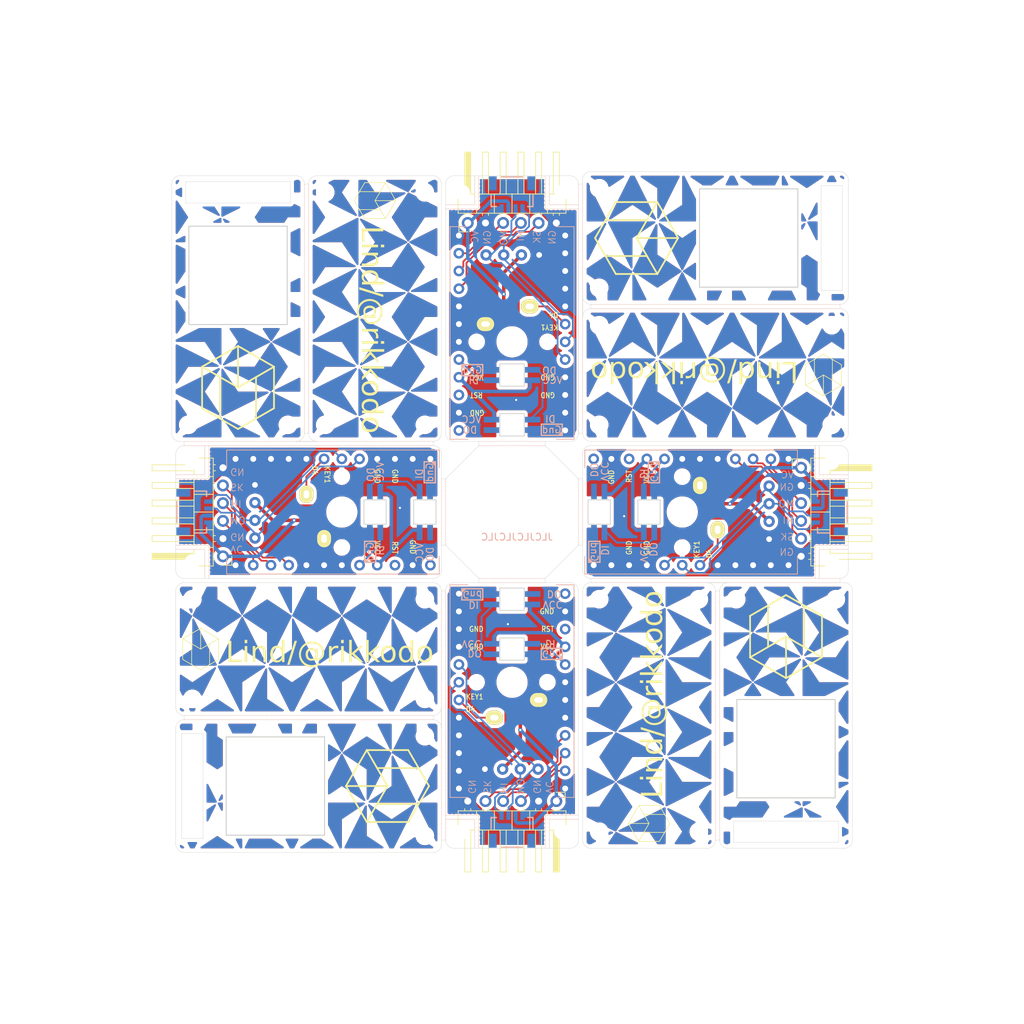
<source format=kicad_pcb>
(kicad_pcb (version 20241229) (generator "pcbnew") (generator_version "9.0")
  (layers (0 "F.Cu" signal) (2 "B.Cu" signal) (13 "F.Paste" user) (15 "B.Paste" user) (5 "F.SilkS" user "F.Silkscreen") (7 "B.SilkS" user "B.Silkscreen") (1 "F.Mask" user) (3 "B.Mask" user) (25 "Edge.Cuts" user))
  (net 0 "")
  (net 1 "SCL")
  (net 2 "SDA")
  (net 3 "LED")
  (net 5 "GND")
  (net 6 "VCC")
  (net 7 "KEY1")
  (net 8 "Net-(LED1-DOUT)")
  (net 13 "SCLK")
  (net 14 "MISO")
  (net 15 "MOSI")
  (footprint "Rikkodo_FootPrint:rkd_cutdot_no_edgecut_4" (layer "F.Cu") (at 112.81186 138.112479 -90)
    (property "Reference" "REF**" (hide yes))
    (property "Value" "rkd_cutdot_no_edgecut_4" (hide yes))
  )
  (footprint "Rikkodo_FootPrint:rkd_cutdot_no_edgecut_4" (layer "F.Cu") (at 64.888977 93.16664 180)
    (property "Reference" "REF**" (hide yes))
    (property "Value" "rkd_cutdot_no_edgecut_4" (hide yes))
  )
  (footprint "Rikkodo_FootPrint:rkd_cutdot_no_edgecut_1" (layer "F.Cu") (at 78.283528 56.55464 90)
    (property "Reference" "REF**" (hide yes))
    (property "Value" "rkd_cutdot_no_edgecut_1" (hide yes))
  )
  (footprint "Rikkodo_FootPrint:rkd_cutdot_no_edgecut_4" (layer "F.Cu") (at 67.270461 132.457327 180)
    (property "Reference" "REF**" (hide yes))
    (property "Value" "rkd_cutdot_no_edgecut_4" (hide yes))
  )
  (footprint "Rikkodo_FootPrint:rkd_LOGO_2x" (layer "F.Cu") (at 44.053164 85.129758)
    (property "Reference" "REF**" (hide yes))
    (property "Value" "rkd_LOGO_2x" (hide yes))
  )
  (footprint "Rikkodo_FootPrint:rkd_cutdot_no_edgecut_4" (layer "F.Cu") (at 93.166328 63.103072 90)
    (property "Reference" "REF**" (hide yes))
    (property "Value" "rkd_cutdot_no_edgecut_4" (hide yes))
  )
  (footprint "Rikkodo_FootPrint:rkd_cutdot_no_edgecut_1" (layer "F.Cu") (at 93.166328 57.745264 -90)
    (property "Reference" "REF**" (hide yes))
    (property "Value" "rkd_cutdot_no_edgecut_1" (hide yes))
  )
  (footprint "Rikkodo_FootPrint:rkd_cutdot_no_edgecut_4" (layer "F.Cu") (at 62.507965 132.457327 180)
    (property "Reference" "REF**" (hide yes))
    (property "Value" "rkd_cutdot_no_edgecut_4" (hide yes))
  )
  (footprint "Rikkodo_FootPrint:rkd_cutdot_no_edgecut_1" (layer "F.Cu") (at 73.521237 149.423719 90)
    (property "Reference" "REF**" (hide yes))
    (property "Value" "rkd_cutdot_no_edgecut_1" (hide yes))
  )
  (footprint "Connector_PinHeader_2.54mm:PinHeader_1x06_P2.54mm_Horizontal" (layer "F.Cu") (at 76.99375 61.535 90)
    (property "Reference" "J1" (hide yes))
    (property "Value" "Conn_01x06")
  )
  (footprint "kbd_Hole:m2_Screw_Hole" (layer "F.Cu") (at 95.845328 115.490605)
    (property "Reference" "Ref**")
    (property "Value" "Val**")
  )
  (footprint "Rikkodo_FootPrint:rkd_cutdot_no_edgecut_4" (layer "F.Cu") (at 93.166328 79.771808 90)
    (property "Reference" "REF**" (hide yes))
    (property "Value" "rkd_cutdot_no_edgecut_4" (hide yes))
  )
  (footprint "Rikkodo_FootPrint:rkd_cutdot_no_edgecut_4" (layer "F.Cu") (at 93.165616 73.818461 90)
    (property "Reference" "REF**" (hide yes))
    (property "Value" "rkd_cutdot_no_edgecut_4" (hide yes))
  )
  (footprint "Rikkodo_FootPrint:rkd_cutdot_no_edgecut_L" (layer "F.Cu") (at 88.403832 59.2339)
    (property "Reference" "REF**" (hide yes))
    (property "Value" "rkd_cutdot_no_edgecut_L" (hide yes))
  )
  (footprint "Rikkodo_FootPrint:rkd_cutdot_no_edgecut_1" (layer "F.Cu") (at 40.481185 93.16664)
    (property "Reference" "REF**" (hide yes))
    (property "Value" "rkd_cutdot_no_edgecut_1" (hide yes))
  )
  (footprint "kbd_Parts:LED_SK6812MINI-E_BL" (layer "F.Cu") (at 83.343815 122.634609 180)
    (property "Reference" "LED1" (hide yes))
    (property "Value" "LED_SK6812MINI-E")
    (fp_line (start 1.75 1.6) (end -1.75 1.6) (stroke (width 0.12)) (layer "Edge.Cuts"))
    (fp_line (start 1.75 -1.6) (end 1.75 1.6) (stroke (width 0.12)) (layer "Edge.Cuts"))
    (fp_line (start -1.75 1.6) (end -1.75 -1.6) (stroke (width 0.12)) (layer "Edge.Cuts"))
    (fp_line (start -1.75 -1.6) (end 1.75 -1.6) (stroke (width 0.12)) (layer "Edge.Cuts"))
  )
  (footprint "Rikkodo_FootPrint:rkd_cutdot_no_edgecut_1" (layer "F.Cu") (at 51.196801 93.16664 180)
    (property "Reference" "REF**" (hide yes))
    (property "Value" "rkd_cutdot_no_edgecut_1" (hide yes))
  )
  (footprint "Rikkodo_FootPrint:rkd_cutdot_no_edgecut_1" (layer "F.Cu") (at 70.247021 132.457327)
    (property "Reference" "REF**" (hide yes))
    (property "Value" "rkd_cutdot_no_edgecut_1" (hide yes))
  )
  (footprint "kbd_Hole:m2_Screw_Hole" (layer "F.Cu") (at 37.504625 110.133032 180)
    (property "Reference" "Ref**")
    (property "Value" "Val**")
  )
  (footprint "Rikkodo_FootPrint:rkd_cutdot_no_edgecut_1" (layer "F.Cu") (at 38.099937 93.16664)
    (property "Reference" "REF**" (hide yes))
    (property "Value" "rkd_cutdot_no_edgecut_1" (hide yes))
  )
  (footprint "kbd_Hole:m2_Screw_Hole" (layer "F.Cu") (at 76.200065 148.828359 -90)
    (property "Reference" "Ref**")
    (property "Value" "Val**")
  )
  (footprint "Rikkodo_FootPrint:rkd_LOGO" (layer "F.Cu") (at 38.695485 122.634679)
    (property "Reference" "REF**" (hide yes))
    (property "Value" "rkd_LOGO" (hide yes))
  )
  (footprint "Rikkodo_FootPrint:rkd_cutdot_no_edgecut_4" (layer "F.Cu") (at 93.166328 84.534304 90)
    (property "Reference" "REF**" (hide yes))
    (property "Value" "rkd_cutdot_no_edgecut_4" (hide yes))
  )
  (footprint "Rikkodo_FootPrint:rkd_cutdot_no_edgecut_1" (layer "F.Cu") (at 39.588604 110.727676 90)
    (property "Reference" "REF**" (hide yes))
    (property "Value" "rkd_cutdot_no_edgecut_1" (hide yes))
  )
  (footprint "Rikkodo_FootPrint:rkd_cutdot_no_edgecut_1" (layer "F.Cu") (at 53.875705 89.892424 -90)
    (property "Reference" "REF**" (hide yes))
    (property "Value" "rkd_cutdot_no_edgecut_1" (hide yes))
  )
  (footprint "Rikkodo_FootPrint:rkd_cutdot_no_edgecut_1" (layer "F.Cu") (at 39.587892 95.24992 90)
    (property "Reference" "REF**" (hide yes))
    (property "Value" "rkd_cutdot_no_edgecut_1" (hide yes))
  )
  (footprint "kbd_Hole:m2_Screw_Hole" (layer "F.Cu") (at 95.845214 90.487564 90)
    (property "Reference" "Ref**")
    (property "Value" "Val**")
  )
  (footprint "Connector_PinHeader_2.54mm:PinHeader_1x06_P2.54mm_Horizontal" (layer "F.Cu") (at 124.797892 96.639141)
    (property "Reference" "J1" (hide yes))
    (property "Value" "Conn_01x06")
  )
  (footprint "Rikkodo_FootPrint:rkd_cutdot_no_edgecut_L" (layer "F.Cu") (at 39.588248 97.928824 90)
    (property "Reference" "REF**" (hide yes))
    (property "Value" "rkd_cutdot_no_edgecut_L" (hide yes))
  )
  (footprint "Rikkodo_FootPrint:rkd_cutdot_no_edgecut_1" (layer "F.Cu") (at 129.778016 97.928824)
    (property "Reference" "REF**" (hide yes))
    (property "Value" "rkd_cutdot_no_edgecut_1" (hide yes))
  )
  (footprint "Rikkodo_FootPrint:rkd_cutdot_no_edgecut_4" (layer "F.Cu") (at 43.457981 132.457327 180)
    (property "Reference" "REF**" (hide yes))
    (property "Value" "rkd_cutdot_no_edgecut_4" (hide yes))
  )
  (footprint "Rikkodo_FootPrint:rkd_LOGO" (layer "F.Cu") (at 63.698353 58.340888 -90)
    (property "Reference" "REF**" (hide yes))
    (property "Value" "rkd_LOGO" (hide yes))
  )
  (footprint "Rikkodo_FootPrint:rkd_cutdot_no_edgecut_4" (layer "F.Cu") (at 101.798588 112.811719)
    (property "Reference" "REF**" (hide yes))
    (property "Value" "rkd_cutdot_no_edgecut_4" (hide yes))
  )
  (footprint "kbd_Hole:m2_Screw_Hole" (layer "F.Cu") (at 129.182921 90.487576 90)
    (property "Reference" "Ref**")
    (property "Value" "Val**")
  )
  (footprint "Rikkodo_FootPrint:rkd_cutdot_no_edgecut_4" (layer "F.Cu") (at 53.875705 77.390872 90)
    (property "Reference" "REF**" (hide yes))
    (property "Value" "rkd_cutdot_no_edgecut_4" (hide yes))
  )
  (footprint "Rikkodo_FootPrint:rkd_cutdot_no_edgecut_1" (layer "F.Cu") (at 57.149921 93.16664)
    (property "Reference" "REF**" (hide yes))
    (property "Value" "rkd_cutdot_no_edgecut_1" (hide yes))
  )
  (footprint "kbd_SW_Hole:SW_Hole_1u" (layer "F.Cu") (at 49.410904 142.279868 180)
    (property "Reference" "SW2" (hide yes))
    (property "Value" "KEY_SWITCH" (hide yes))
    (fp_line (start 7.05 7.05) (end -7.05 7.05) (stroke (width 0.15)) (layer "Edge.Cuts"))
    (fp_line (start 7.05 -7.05) (end 7.05 7.05) (stroke (width 0.15)) (layer "Edge.Cuts"))
    (fp_line (start -7.05 7.05) (end -7.05 -7.05) (stroke (width 0.15)) (layer "Edge.Cuts"))
    (fp_line (start -7.05 -7.05) (end 7.05 -7.05) (stroke (width 0.15)) (layer "Edge.Cuts"))
  )
  (footprint "Rikkodo_FootPrint:rkd_cutdot_no_edgecut_L" (layer "F.Cu") (at 127.099112 97.92918)
    (property "Reference" "REF**" (hide yes))
    (property "Value" "rkd_cutdot_no_edgecut_L" (hide yes))
  )
  (footprint "Rikkodo_FootPrint:rkd_cutdot_no_edgecut_1" (layer "F.Cu") (at 130.96864 97.928824)
    (property "Reference" "REF**" (hide yes))
    (property "Value" "rkd_cutdot_no_edgecut_1" (hide yes))
  )
  (footprint "Rikkodo_FootPrint:rkd_cutdot_no_edgecut_1" (layer "F.Cu") (at 93.166328 70.842128 90)
    (property "Reference" "REF**" (hide yes))
    (property "Value" "rkd_cutdot_no_edgecut_1" (hide yes))
  )
  (footprint "BrownSugar_KBD:OLED_center_display" (layer "F.Cu") (at 27.979673 102.909843 90)
    (property "Reference" "OL1")
    (property "Value" "OLED")
  )
  (footprint "kbd_Parts:LED_SK6812MINI-E_BL" (layer "F.Cu") (at 83.34375 83.34375)
    (property "Reference" "LED1" (hide yes))
    (property "Value" "LED_SK6812MINI-E")
    (fp_line (start -1.75 -1.6) (end 1.75 -1.6) (stroke (width 0.12)) (layer "Edge.Cuts"))
    (fp_line (start -1.75 1.6) (end -1.75 -1.6) (stroke (width 0.12)) (layer "Edge.Cuts"))
    (fp_line (start 1.75 -1.6) (end 1.75 1.6) (stroke (width 0.12)) (layer "Edge.Cuts"))
    (fp_line (start 1.75 1.6) (end -1.75 1.6) (stroke (width 0.12)) (layer "Edge.Cuts"))
  )
  (footprint "Rikkodo_FootPrint:rkd_cutdot_no_edgecut_4" (layer "F.Cu") (at 73.521237 116.681559 -90)
    (property "Reference" "REF**" (hide yes))
    (property "Value" "rkd_cutdot_no_edgecut_4" (hide yes))
  )
  (footprint "Rikkodo_FootPrint:rkd_cutdot_no_edgecut_1" (layer "F.Cu") (at 91.08238 146.744052 180)
    (property "Reference" "REF**" (hide yes))
    (property "Value" "rkd_cutdot_no_edgecut_1" (hide yes))
  )
  (footprint "Rikkodo_FootPrint:rkd_cutdot_no_edgecut_1" (layer "F.Cu") (at 88.403832 148.232688 -90)
    (property "Reference" "REF**" (hide yes))
    (property "Value" "rkd_cutdot_no_edgecut_1" (hide yes))
  )
  (footprint "Rikkodo_FootPrint:rkd_cutdot_no_edgecut_1" (layer "F.Cu") (at 96.440544 73.521032 180)
    (property "Reference" "REF**" (hide yes))
    (property "Value" "rkd_cutdot_no_edgecut_1" (hide yes))
  )
  (footprint "Rikkodo_FootPrint:rkd_cutdot_no_edgecut_8" (layer "F.Cu") (at 83.34368 112.811624 180)
    (property "Reference" "REF**" (hide yes))
    (property "Value" "rkd_cutdot_no_edgecut_8" (hide yes))
  )
  (footprint "Rikkodo_FootPrint:rkd_cutdot_no_edgecut_4" (layer "F.Cu") (at 53.875705 63.103384 90)
    (property "Reference" "REF**" (hide yes))
    (property "Value" "rkd_cutdot_no_edgecut_4" (hide yes))
  )
  (footprint "Rikkodo_FootPrint:rkd_LOGO_2x" (layer "F.Cu") (at 65.484355 142.279868 90)
    (property "Reference" "REF**" (hide yes))
    (property "Value" "rkd_LOGO_2x" (hide yes))
  )
  (footprint "Rikkodo_FootPrint:rkd_cutdot_no_edgecut_1" (layer "F.Cu") (at 73.521237 135.136231 -90)
    (property "Reference" "REF**" (hide yes))
    (property "Value" "rkd_cutdot_no_edgecut_1" (hide yes))
  )
  (footprint "kbd_SW_Hole:SW_Hole_1u" (layer "F.Cu") (at 122.634401 136.922052 -90)
    (property "Reference" "SW2" (hide yes))
    (property "Value" "KEY_SWITCH" (hide yes))
    (fp_line (start -7.05 7.05) (end -7.05 -7.05) (stroke (width 0.15)) (layer "Edge.Cuts"))
    (fp_line (start 7.05 7.05) (end -7.05 7.05) (stroke (width 0.15)) (layer "Edge.Cuts"))
    (fp_line (start -7.05 -7.05) (end 7.05 -7.05) (stroke (width 0.15)) (layer "Edge.Cuts"))
    (fp_line (start 7.05 -7.05) (end 7.05 7.05) (stroke (width 0.15)) (layer "Edge.Cuts"))
  )
  (footprint "Rikkodo_FootPrint:rkd_cutdot_no_edgecut_1" (layer "F.Cu") (at 127.099112 109.537408 -90)
    (property "Reference" "REF**" (hide yes))
    (property "Value" "rkd_cutdot_no_edgecut_1" (hide yes))
  )
  (footprint "BrownSugar_KBD:OLED_center_display" (layer "F.Cu") (at 83.423125 47.625)
    (property "Reference" "OL1")
    (property "Value" "OLED")
  )
  (footprint "Rikkodo_FootPrint:rkd_cutdot_no_edgecut_1" (layer "F.Cu") (at 128.587628 112.811719 180)
    (property "Reference" "REF**" (hide yes))
    (property "Value" "rkd_cutdot_no_edgecut_1" (hide yes))
  )
  (footprint "Rikkodo_FootPrint:rkd_cutdot_no_edgecut_1" (layer "F.Cu") (at 112.81186 116.085935 90)
    (property "Reference" "REF**" (hide yes))
    (property "Value" "rkd_cutdot_no_edgecut_1" (hide yes))
  )
  (footprint "kbd_Hole:m2_Screw_Hole" (layer "F.Cu") (at 115.490758 115.490605)
    (property "Reference" "Ref**")
    (property "Value" "Val**")
  )
  (footprint "kbd_SW:CherryMX_Solder_1u" (layer "F.Cu") (at 58.935923 102.989218 90)
    (property "Reference" "SW1" (hide yes))
    (property "Value" "SW_Push" (hide yes))
  )
  (footprint "kbd_Hole:m2_Screw_Hole" (layer "F.Cu") (at 70.842351 149.423725 -90)
    (property "Reference" "Ref**")
    (property "Value" "Val**")
  )
  (footprint "kbd_Hole:m2_Screw_Hole" (layer "F.Cu") (at 70.842249 57.150047 180)
    (property "Reference" "Ref**")
    (property "Value" "Val**")
  )
  (footprint "Rikkodo_FootPrint:rkd_cutdot_no_edgecut_4" (layer "F.Cu") (at 112.81186 123.824991 -90)
    (property "Reference" "REF**" (hide yes))
    (property "Value" "rkd_cutdot_no_edgecut_4" (hide yes))
  )
  (footprint "Rikkodo_FootPrint:rkd_cutdot_no_edgecut_L" (layer "F.Cu") (at 39.588248 108.048772 180)
    (property "Reference" "REF**" (hide yes))
    (property "Value" "rkd_cutdot_no_edgecut_L" (hide yes))
  )
  (footprint "Rikkodo_FootPrint:rkd_cutdot_no_edgecut_4" (layer "F.Cu") (at 54.173134 93.167352 180)
    (property "Reference" "REF**" (hide yes))
    (property "Value" "rkd_cutdot_no_edgecut_4" (hide yes))
  )
  (footprint "Rikkodo_FootPrint:rkd_cutdot_no_edgecut_1" (layer "F.Cu") (at 88.403476 57.74562 -90)
    (property "Reference" "REF**" (hide yes))
    (property "Value" "rkd_cutdot_no_edgecut_1" (hide yes))
  )
  (footprint "Rikkodo_FootPrint:rkd_cutdot_no_edgecut_1" (layer "F.Cu") (at 115.490764 112.811719)
    (property "Reference" "REF**" (hide yes))
    (property "Value" "rkd_cutdot_no_edgecut_1" (hide yes))
  )
  (footprint "Rikkodo_FootPrint:rkd_cutdot_no_edgecut_1" (layer "F.Cu") (at 112.81186 114.895311 90)
    (property "Reference" "REF**" (hide yes))
    (property "Value" "rkd_cutdot_no_edgecut_1" (hide yes))
  )
  (footprint "kbd_Hole:m2_Screw_Hole" (layer "F.Cu") (at 56.554749 57.150047 180)
    (property "Reference" "Ref**")
    (property "Value" "Val**")
  )
  (footprint "BrownSugar_KBD:OLED_center_display" (layer "F.Cu") (at 83.26444 158.353359 180)
    (property "Reference" "OL1")
    (property "Value" "OLED")
  )
  (footprint "kbd_Hole:m2_Screw_Hole" (layer "F.Cu") (at 36.909307 90.487754 180)
    (property "Reference" "Ref**")
    (property "Value" "Val**")
  )
  (footprint "kbd_Hole:m2_Screw_Hole" (layer "F.Cu") (at 95.845214 56.554634 90)
    (property "Reference" "Ref**")
    (property "Value" "Val**")
  )
  (footprint "Rikkodo_FootPrint:rkd_cutdot_no_edgecut_1" (layer "F.Cu") (at 95.24992 73.521032 180)
    (property "Reference" "REF**" (hide yes))
    (property "Value" "rkd_cutdot_no_edgecut_1" (hide yes))
  )
  (footprint "Rikkodo_FootPrint:rkd_cutdot_no_edgecut_1" (layer "F.Cu") (at 93.166328 76.795248 -90)
    (property "Reference" "REF**" (hide yes))
    (property "Value" "rkd_cutdot_no_edgecut_1" (hide yes))
  )
  (footprint "BrownSugar_KBD:OLED_center_display" (layer "F.Cu") (at 138.707892 103.068516 -90)
    (property "Reference" "OL1")
    (property "Value" "OLED")
  )
  (footprint "Rikkodo_FootPrint:rkd_cutdot_no_edgecut_8" (layer "F.Cu") (at 73.52032 102.988976 90)
    (property "Reference" "REF**" (hide yes))
    (property "Value" "rkd_cutdot_no_edgecut_8" (hide yes))
  )
  (footprint "Rikkodo_FootPrint:rkd_cutdot_no_edgecut_1" (layer "F.Cu") (at 129.778252 112.811719 180)
    (property "Reference" "REF**" (hide yes))
    (property "Value" "rkd_cutdot_no_edgecut_1" (hide yes))
  )
  (footprint "Rikkodo_FootPrint:rkd_cutdot_no_edgecut_1" (layer "F.Cu") (at 38.099968 108.049128 180)
    (property "Reference" "REF**" (hide yes))
    (property "Value" "rkd_cutdot_no_edgecut_1" (hide yes))
  )
  (footprint "Rikkodo_FootPrint:rkd_cutdot_no_edgecut_1" (layer "F.Cu") (at 39.588604 111.9183 -90)
    (property "Reference" "REF**" (hide yes))
    (property "Value" "rkd_cutdot_no_edgecut_1" (hide yes))
  )
  (footprint "Rikkodo_FootPrint:rkd_cutdot_no_edgecut_4" (layer "F.Cu") (at 53.875705 67.86588 90)
    (property "Reference" "REF**" (hide yes))
    (property "Value" "rkd_cutdot_no_edgecut_4" (hide yes))
  )
  (footprint "kbd_Hole:m2_Screw_Hole" (layer "F.Cu") (at 56.554737 90.487754 180)
    (property "Reference" "Ref**")
    (property "Value" "Val**")
  )
  (footprint "Rikkodo_FootPrint:rkd_cutdot_no_edgecut_1" (layer "F.Cu") (at 39.587892 94.059296 90)
    (property "Reference" "REF**" (hide yes))
    (property "Value" "rkd_cutdot_no_edgecut_1" (hide yes))
  )
  (footprint "kbd_Parts:LED_SK6812MINI-E_BL" (layer "F.Cu") (at 83.34375 90.4875 180)
    (property "Reference" "LED2" (hide yes))
    (property "Value" "LED_SK6812MINI-E")
    (fp_line (start 1.75 1.6) (end -1.75 1.6) (stroke (width 0.12)) (layer "Edge.Cuts"))
    (fp_line (start 1.75 -1.6) (end 1.75 1.6) (stroke (width 0.12)) (layer "Edge.Cuts"))
    (fp_line (start -1.75 1.6) (end -1.75 -1.6) (stroke (width 0.12)) (layer "Edge.Cuts"))
    (fp_line (start -1.75 -1.6) (end 1.75 -1.6) (stroke (width 0.12)) (layer "Edge.Cuts"))
  )
  (footprint "Rikkodo_FootPrint:rkd_cutdot_no_edgecut_1" (layer "F.Cu") (at 130.968284 108.048772)
    (property "Reference" "REF**" (hide yes))
    (property "Value" "rkd_cutdot_no_edgecut_1" (hide yes))
  )
  (footprint "Rikkodo_FootPrint:rkd_cutdot_no_edgecut_4" (layer "F.Cu") (at 112.81186 147.637471 -90)
    (property "Reference" "REF**" (hide yes))
    (property "Value" "rkd_cutdot_no_edgecut_4" (hide yes))
  )
  (footprint "Rikkodo_FootPrint:rkd_cutdot_no_edgecut_1" (layer "F.Cu") (at 71.437645 132.457327)
    (property "Reference" "REF**" (hide yes))
    (property "Value" "rkd_cutdot_no_edgecut_1" (hide yes))
  )
  (footprint "Rikkodo_FootPrint:rkd_cutdot_no_edgecut_1" (layer "F.Cu") (at 73.521237 148.233095 90)
    (property "Reference" "REF**" (hide yes))
    (property "Value" "rkd_cutdot_no_edgecut_1" (hide yes))
  )
  (footprint "kbd_SW:CherryMX_Solder_1u" (layer "F.Cu") (at 83.343815 127.397109 180)
    (property "Reference" "SW1" (hide yes))
    (property "Value" "SW_Push" (hide yes))
  )
  (footprint "Rikkodo_FootPrint:rkd_cutdot_no_edgecut_1" (layer "F.Cu") (at 128.587036 108.048772 180)
    (property "Reference" "REF**" (hide yes))
    (property "Value" "rkd_cutdot_no_edgecut_1" (hide yes))
  )
  (footprint "Rikkodo_FootPrint:rkd_cutdot_no_edgecut_1" (layer "F.Cu") (at 127.397004 112.811719 180)
    (property "Reference" "REF**" (hide yes))
    (property "Value" "rkd_cutdot_no_edgecut_1" (hide yes))
  )
  (footprint "Rikkodo_FootPrint:rkd_cutdot_no_edgecut_4" (layer "F.Cu") (at 112.81186 142.874975 -90)
    (property "Reference" "REF**" (hide yes))
    (property "Value" "rkd_cutdot_no_edgecut_4" (hide yes))
  )
  (footprint "Rikkodo_FootPrint:rkd_cutdot_no_edgecut_1" (layer "F.Cu") (at 89.891756 146.744052 180)
    (property "Reference" "REF**" (hide yes))
    (property "Value" "rkd_cutdot_no_edgecut_1" (hide yes))
  )
  (footprint "Rikkodo_FootPrint:rkd_cutdot_no_edgecut_4" (layer "F.Cu") (at 118.467088 73.521032)
    (property "Reference" "REF**" (hide yes))
    (property "Value" "rkd_cutdot_no_edgecut_4" (hide yes))
  )
  (footprint "Rikkodo_FootPrint:rkd_cutdot_no_edgecut_1" (layer "F.Cu") (at 36.909344 108.049128 180)
    (property "Reference" "REF**" (hide yes))
    (property "Value" "rkd_cutdot_no_edgecut_1" (hide yes))
  )
  (footprint "Rikkodo_FootPrint:rkd_cutdot_no_edgecut_1" (layer "F.Cu") (at 89.892112 59.233544)
    (property "Reference" "REF**" (hide yes))
    (property "Value" "rkd_cutdot_no_edgecut_1" (hide yes))
  )
  (footprint "Rikkodo_FootPrint:rkd_cutdot_no_edgecut_1" (layer "F.Cu") (at 93.166328 56.55464 -90)
    (property "Reference" "REF**" (hide yes))
    (property "Value" "rkd_cutdot_no_edgecut_1" (hide yes))
  )
  (footprint "Rikkodo_FootPrint:rkd_cutdot_no_edgecut_4" (layer "F.Cu") (at 53.875705 58.340888 90)
    (property "Reference" "REF**" (hide yes))
    (property "Value" "rkd_cutdot_no_edgecut_4" (hide yes))
  )
  (footprint "kbd_Hole:m2_Screw_Hole" (layer "F.Cu") (at 129.182921 76.200076 90)
    (property "Reference" "Ref**")
    (property "Value" "Val**")
  )
  (footprint "Rikkodo_FootPrint:rkd_LOGO" (layer "F.Cu") (at 127.99208 83.34368 180)
    (property "Reference" "REF**" (hide yes))
    (property "Value" "rkd_LOGO" (hide yes))
  )
  (footprint "Rikkodo_FootPrint:rkd_cutdot_no_edgecut_4" (layer "F.Cu") (at 73.521237 138.112791 -90)
    (property "Reference" "REF**" (hide yes))
    (property "Value" "rkd_cutdot_no_edgecut_4" (hide yes))
  )
  (footprint "Rikkodo_FootPrint:rkd_cutdot_no_edgecut_1" (layer "F.Cu") (at 127.098756 94.059652 90)
    (property "Reference" "REF**" (hide yes))
    (property "Value" "rkd_cutdot_no_edgecut_1" (hide yes))
  )
  (footprint "kbd_Hole:m2_Screw_Hole" (layer "F.Cu") (at 70.842351 135.136225 -90)
    (property "Reference" "Ref**")
    (property "Value" "Val**")
  )
  (footprint "Rikkodo_FootPrint:rkd_cutdot_no_edgecut_1" (layer "F.Cu") (at 127.098756 96.4409 -90)
    (property "Reference" "REF**" (hide yes))
    (property "Value" "rkd_cutdot_no_edgecut_1" (hide yes))
  )
  (footprint "Rikkodo_FootPrint:rkd_cutdot_no_edgecut_8" (layer "F.Cu") (at 93.166328 102.988976 90)
    (property "Reference" "REF**" (hide yes))
    (property "Value" "rkd_cutdot_no_edgecut_8" (hide yes))
  )
  (footprint "kbd_SW_Hole:SW_Hole_1u" (layer "F.Cu") (at 44.053164 69.056307 90)
    (property "Reference" "SW2" (hide yes))
    (property "Value" "KEY_SWITCH" (hide yes))
    (fp_line (start 7.05 -7.05) (end 7.05 7.05) (stroke (width 0.15)) (layer "Edge.Cuts"))
    (fp_line (start -7.05 -7.05) (end 7.05 -7.05) (stroke (width 0.15)) (layer "Edge.Cuts"))
    (fp_line (start 7.05 7.05) (end -7.05 7.05) (stroke (width 0.15)) (layer "Edge.Cuts"))
    (fp_line (start -7.05 7.05) (end -7.05 -7.05) (stroke (width 0.15)) (layer "Edge.Cuts"))
  )
  (footprint "kbd_Hole:m2_Screw_Hole" (layer "F.Cu") (at 70.842237 90.487754 180)
    (property "Reference" "Ref**")
    (property "Value" "Val**")
  )
  (footprint "Rikkodo_FootPrint:rkd_cutdot_no_edgecut_4" (layer "F.Cu") (at 127.99208 73.521032)
    (property "Reference" "REF**" (hide yes))
    (property "Value" "rkd_cutdot_no_edgecut_4" (hide yes))
  )
  (footprint "Rikkodo_FootPrint:rkd_cutdot_no_edgecut_4" (layer "F.Cu") (at 123.229584 73.521032)
    (property "Reference" "REF**" (hide yes))
    (property "Value" "rkd_cutdot_no_edgecut_4" (hide yes))
  )
  (footprint "Rikkodo_FootPrint:rkd_cutdot_no_edgecut_4" (layer "F.Cu") (at 73.521237 142.875287 -90)
    (property "Reference" "REF**" (hide yes))
    (property "Value" "rkd_cutdot_no_edgecut_4" (hide yes))
  )
  (footprint "Rikkodo_FootPrint:rkd_cutdot_no_edgecut_8" (layer "F.Cu") (at 83.34368 93.166328 180)
    (property "Reference" "REF**" (hide yes))
    (property "Value" "rkd_cutdot_no_edgecut_8" (hide yes))
  )
  (footprint "Rikkodo_FootPrint:rkd_LOGO_2x" (layer "F.Cu") (at 122.634401 120.848601 180)
    (property "Reference" "REF**" (hide yes))
    (property "Value" "rkd_LOGO_2x" (hide yes))
  )
  (footprint "Rikkodo_FootPrint:rkd_cutdot_no_edgecut_4" (layer "F.Cu") (at 118.467324 112.811719)
    (property "Reference" "REF**" (hide yes))
    (property "Value" "rkd_cutdot_no_edgecut_4" (hide yes))
  )
  (footprint "Rikkodo_FootPrint:rkd_cutdot_no_edgecut_1" (layer "F.Cu") (at 76.795604 59.2339)
    (property "Reference" "REF**" (hide yes))
    (property "Value" "rkd_cutdot_no_edgecut_1" (hide yes))
  )
  (footprint "Rikkodo_FootPrint:rkd_cutdot_no_edgecut_4" (layer "F.Cu") (at 73.521949 132.159898 -90)
    (property "Reference" "REF**" (hide yes))
    (property "Value" "rkd_cutdot_no_edgecut_4" (hide yes))
  )
  (footprint "Rikkodo_FootPrint:rkd_cutdot_no_edgecut_1" (layer "F.Cu") (at 129.77766 108.048772 180)
    (property "Reference" "REF**" (hide yes))
    (property "Value" "rkd_cutdot_no_edgecut_1" (hide yes))
  )
  (footprint "Rikkodo_FootPrint:rkd_cutdot_no_edgecut_1" (layer "F.Cu") (at 78.283884 150.61358 -90)
    (property "Reference" "REF**" (hide yes))
    (property "Value" "rkd_cutdot_no_edgecut_1" (hide yes))
  )
  (footprint "Rikkodo_FootPrint:rkd_cutdot_no_edgecut_1" (layer "F.Cu") (at 78.283884 149.422956 90)
    (property "Reference" "REF**" (hide yes))
    (property "Value" "rkd_cutdot_no_edgecut_1" (hide yes))
  )
  (footprint "Rikkodo_FootPrint:rkd_cutdot_no_edgecut_4" (layer "F.Cu") (at 113.704592 73.521032)
    (property "Reference" "REF**" (hide yes))
    (property "Value" "rkd_cutdot_no_edgecut_4" (hide yes))
  )
  (footprint "kbd_SW:CherryMX_Solder_1u" (layer "F.Cu") (at 83.34375 78.58125)
    (property "Reference" "SW1" (hide yes))
    (property "Value" "SW_Push" (hide yes))
  )
  (footprint "Rikkodo_FootPrint:rkd_KeyHall_3ox15" (layer "F.Cu") (at 122.634508 148.828105 180)
    (property "Reference" "LED3" (hide yes))
    (property "Value" "LED_SK6812MINI-E" (hide yes))
    (fp_line (start 7.525 1.525) (end -7.525 1.525) (stroke (width 0.05)) (layer "Edge.Cuts"))
    (fp_line (start 7.525 -1.525) (end 7.525 1.525) (stroke (width 0.05)) (layer "Edge.Cuts"))
    (fp_line (start 7.525 -1.525) (end -7.525 -1.525) (stroke (width 0.05)) (layer "Edge.Cuts"))
    (fp_line (start -7.525 1.525) (end -7.525 -1.525) (stroke (width 0.05)) (layer "Edge.Cuts"))
  )
  (footprint "Rikkodo_FootPrint:rkd_cutdot_no_edgecut_1" (layer "F.Cu") (at 88.403832 150.613936 -90)
    (property "Reference" "REF**" (hide yes))
    (property "Value" "rkd_cutdot_no_edgecut_1" (hide yes))
  )
  (footprint "Rikkodo_FootPrint:rkd_cutdot_no_edgecut_4" (layer "F.Cu") (at 43.457745 93.16664 180)
    (property "Reference" "REF**" (hide yes))
    (property "Value" "rkd_cutdot_no_edgecut_4" (hide yes))
  )
  (footprint "Rikkodo_FootPrint:rkd_cutdot_no_edgecut_1" (layer "F.Cu") (at 38.099968 97.92918)
    (property "Reference" "REF**" (hide yes))
    (property "Value" "rkd_cutdot_no_edgecut_1" (hide yes))
  )
  (footprint "kbd_Hole:m2_Screw_Hole" (layer "F.Cu") (at 110.132828 115.490605)
    (property "Reference" "Ref**")
    (property "Value" "Val**")
  )
  (footprint "Rikkodo_FootPrint:rkd_cutdot_no_edgecut_1" (layer "F.Cu") (at 109.537644 112.811719 180)
    (property "Reference" "REF**" (hide yes))
    (property "Value" "rkd_cutdot_no_edgecut_1" (hide yes))
  )
  (footprint "Rikkodo_FootPrint:rkd_cutdot_no_edgecut_1" (layer "F.Cu") (at 73.521237 129.183111 90)
    (property "Reference" "REF**" (hide yes))
    (property "Value" "rkd_cutdot_no_edgecut_1" (hide yes))
  )
  (footprint "Rikkodo_FootPrint:rkd_cutdot_no_edgecut_1" (layer "F.Cu") (at 78.283528 55.364016 90)
    (property "Reference" "REF**" (hide yes))
    (property "Value" "rkd_cutdot_no_edgecut_1" (hide yes))
  )
  (footprint "Rikkodo_FootPrint:rkd_cutdot_no_edgecut_1" (layer "F.Cu") (at 76.795248 146.744408 180)
    (property "Reference" "REF**" (hide yes))
    (property "Value" "rkd_cutdot_no_edgecut_1" (hide yes))
  )
  (footprint "Rikkodo_FootPrint:rkd_cutdot_no_edgecut_1" (layer "F.Cu") (at 75.60498 59.2339)
    (property "Reference" "REF**" (hide yes))
    (property "Value" "rkd_cutdot_no_edgecut_1" (hide yes))
  )
  (footprint "Rikkodo_FootPrint:rkd_cutdot_no_edgecut_1" (layer "F.Cu") (at 127.098756 95.250276 -90)
    (property "Reference" "REF**" (hide yes))
    (property "Value" "rkd_cutdot_no_edgecut_1" (hide yes))
  )
  (footprint "Rikkodo_FootPrint:rkd_cutdot_no_edgecut_1" (layer "F.Cu") (at 39.587892 96.440544 90)
    (property "Reference" "REF**" (hide yes))
    (property "Value" "rkd_cutdot_no_edgecut_1" (hide yes))
  )
  (footprint "kbd_Hole:m2_Screw_Hole" (layer "F.Cu") (at 129.18294 95.845327)
    (property "Reference" "Ref**")
    (property "Value" "Val**")
  )
  (footprint "Rikkodo_FootPrint:rkd_cutdot_no_edgecut_4" (layer "F.Cu") (at 93.166328 89.2968 90)
    (property "Reference" "REF**" (hide yes))
    (property "Value" "rkd_cutdot_no_edgecut_4" (hide yes))
  )
  (footprint "kbd_Hole:m2_Screw_Hole" (layer "F.Cu") (at 76.199936 57.149952 90)
    (property "Reference" "Ref**")
    (property "Value" "Val**")
  )
  (footprint "kbd_Hole:m2_Screw_Hole" (layer "F.Cu") (at 90.487629 148.828407 -90)
    (property "Reference" "Ref**")
    (property "Value" "Val**")
  )
  (footprint "Rikkodo_FootPrint:rkd_cutdot_no_edgecut_4" (layer "F.Cu") (at 123.22982 112.811719)
    (property "Reference" "REF**" (hide yes))
    (property "Value" "rkd_cutdot_no_edgecut_4" (hide yes))
  )
  (footprint "Rikkodo_FootPrint:rkd_cutdot_no_edgecut_L" (layer "F.Cu") (at 78.283528 146.744052 180)
    (property "Reference" "REF**" (hide yes))
    (property "Value" "rkd_cutdot_no_edgecut_L" (hide yes))
  )
  (footprint "Rikkodo_FootPrint:rkd_cutdot_no_edgecut_4" (layer "F.Cu") (at 57.745469 132.457327 180)
    (property "Reference" "REF**" (hide yes))
    (property "Value" "rkd_cutdot_no_edgecut_4" (hide yes))
  )
  (footprint "Rikkodo_FootPrint:rkd_cutdot_no_edgecut_4" (layer "F.Cu") (at 93.166328 67.865568 90)
    (property "Reference" "REF**" (hide yes))
    (property "Value" "rkd_cutdot_no_edgecut_4" (hide yes))
  )
  (footprint "kbd_Hole:m2_Screw_Hole" (layer "F.Cu") (at 90.4875 57.15 90)
    (property "Reference" "Ref**")
    (property "Value" "Val**")
  )
  (footprint "Rikkodo_FootPrint:rkd_KeyHall_3ox15" (layer "F.Cu") (at 37.504851 142.279975 90)
    (property "Reference" "LED3" (hide yes))
    (property "Value" "LED_SK6812MINI-E" (hide yes))
    (fp_line (start 7.525 -1.525) (end -7.525 -1.525) (stroke (width 0.05)) (layer "Edge.Cuts"))
    (fp_line (start 7.525 -1.525) (end 7.525 1.525) (stroke (width 0.05)) (layer "Edge.Cuts"))
    (fp_line (start 7.525 1.525) (end -7.525 1.525) (stroke (width 0.05)) (layer "Edge.Cuts"))
    (fp_line (start -7.525 1.525) (end -7.525 -1.525) (stroke (width 0.05)) (layer "Edge.Cuts"))
  )
  (footprint "Rikkodo_FootPrint:rkd_cutdot_no_edgecut_4" (layer "F.Cu") (at 73.521237 126.206551 -90)
    (property "Reference" "REF**" (hide yes))
    (property "Value" "rkd_cutdot_no_edgecut_4" (hide yes))
  )
  (footprint "Rikkodo_FootPrint:rkd_cutdot_no_edgecut_4" (layer "F.Cu") (at 112.81186 128.587487 -90)
    (property "Reference" "REF**" (hide yes))
    (property "Value" "rkd_cutdot_no_edgecut_4" (hide yes))
  )
  (footprint "Rikkodo_FootPrint:rkd_cutdot_no_edgecut_L" (layer "F.Cu") (at 78.283884 59.233544 90)
    (property "Reference" "REF**" (hide yes))
    (property "Value" "rkd_cutdot_no_edgecut_L" (hide yes))
  )
  (footprint "Rikkodo_FootPrint:rkd_cutdot_no_edgecut_4" (layer "F.Cu") (at 52.982973 132.457327 180)
    (property "Reference" "REF**" (hide yes))
    (property "Value" "rkd_cutdot_no_edgecut_4" (hide yes))
  )
  (footprint "Rikkodo_FootPrint:rkd_cutdot_no_edgecut_L" (layer "F.Cu") (at 127.098756 108.049128 -90)
    (property "Reference" "REF**" (hide yes))
    (property "Value" "rkd_cutdot_no_edgecut_L" (hide yes))
  )
  (footprint "kbd_Hole:m2_Screw_Hole" (layer "F.Cu") (at 95.845214 70.842134 90)
    (property "Reference" "Ref**")
    (property "Value" "Val**")
  )
  (footprint "kbd_Hole:m2_Screw_Hole" (layer "F.Cu") (at 51.196807 90.487754 180)
    (property "Reference" "Ref**")
    (property "Value" "Val**")
  )
  (footprint "Rikkodo_FootPrint:rkd_cutdot_no_edgecut_4" (layer "F.Cu") (at 106.561084 112.811719)
    (property "Reference" "REF**" (hide yes))
    (property "Value" "rkd_cutdot_no_edgecut_4" (hide yes))
  )
  (footprint "kbd_Parts:LED_SK6812MINI-E_BL" (layer "F.Cu") (at 63.698423 102.989218 90)
    (property "Reference" "LED1" (hide yes))
    (property "Value" "LED_SK6812MINI-E")
    (fp_line (start 1.75 -1.6) (end 1.75 1.6) (stroke (width 0.12)) (layer "Edge.Cuts"))
    (fp_line (start -1.75 -1.6) (end 1.75 -1.6) (stroke (width 0.12)) (layer "Edge.Cuts"))
    (fp_line (start 1.75 1.6) (end -1.75 1.6) (stroke (width 0.12)) (layer "Edge.Cuts"))
    (fp_line (start -1.75 1.6) (end -1.75 -1.6) (stroke (width 0.12)) (layer "Edge.Cuts"))
  )
  (footprint "Rikkodo_FootPrint:rkd_cutdot_no_edgecut_4" (layer "F.Cu") (at 53.875705 86.915864 90)
    (property "Reference" "REF**" (hide yes))
    (property "Value" "rkd_cutdot_no_edgecut_4" (hide yes))
  )
  (footprint "Rikkodo_FootPrint:rkd_cutdot_no_edgecut_1" (layer "F.Cu") (at 127.099112 110.728032 -90)
    (property "Reference" "REF**" (hide yes))
    (property "Value" "rkd_cutdot_no_edgecut_1" (hide yes))
  )
  (footprint "Rikkodo_FootPrint:rkd_cutdot_no_edgecut_1" (layer "F.Cu") (at 73.521237 145.851847 90)
    (property "Reference" "REF**" (hide yes))
    (property "Value" "rkd_cutdot_no_edgecut_1" (hide yes))
  )
  (footprint "Rikkodo_FootPrint:rkd_cutdot_no_edgecut_4" (layer "F.Cu") (at 112.81186 133.349983 -90)
    (property "Reference" "REF**" (hide yes))
    (property "Value" "rkd_cutdot_no_edgecut_4" (hide yes))
  )
  (footprint "Rikkodo_FootPrint:rkd_cutdot_no_edgecut_1" (layer "F.Cu") (at 92.27336 59.233544)
    (property "Reference" "REF**" (hide yes))
    (property "Value" "rkd_cutdot_no_edgecut_1" (hide yes))
  )
  (footprint "Rikkodo_FootPrint:rkd_cutdot_no_edgecut_4" (layer "F.Cu") (at 108.942096 73.521032)
    (property "Reference" "REF**" (hide yes))
    (property "Value" "rkd_cutdot_no_edgecut_4" (hide yes))
  )
  (footprint "Rikkodo_FootPrint:rkd_KeyHall_3ox15" (layer "F.Cu") (at 44.053057 57.150254)
    (property "Reference" "LED3" (hide yes))
    (property "Value" "LED_SK6812MINI-E" (hide yes))
    (fp_line (start -7.525 1.525) (end -7.525 -1.525) (stroke (width 0.05)) (layer "Edge.Cuts"))
    (fp_line (start 7.525 -1.525) (end -7.525 -1.525) (stroke (width 0.05)) (layer "Edge.Cuts"))
    (fp_line (start 7.525 -1.525) (end 7.525 1.525) (stroke (width 0.05)) (layer "Edge.Cuts"))
    (fp_line (start 7.525 1.525) (end -7.525 1.525) (stroke (width 0.05)) (layer "Edge.Cuts"))
  )
  (footprint "Rikkodo_FootPrint:rkd_cutdot_no_edgecut_4" (layer "F.Cu") (at 48.220241 93.16664 180)
    (property "Reference" "REF**" (hide yes))
    (property "Value" "rkd_cutdot_no_edgecut_4" (hide yes))
  )
  (footprint "Rikkodo_FootPrint:rkd_cutdot_no_edgecut_4" (layer "F.Cu") (at 53.875705 72.628376 90)
    (property "Reference" "REF**" (hide yes))
    (property "Value" "rkd_cutdot_no_edgecut_4" (hide yes))
  )
  (footprint "Rikkodo_FootPrint:rkd_cutdot_no_edgecut_1" (layer "F.Cu") (at 78.283528 57.745264 90)
    (property "Reference" "REF**" (hide yes))
    (property "Value" "rkd_cutdot_no_edgecut_1" (hide yes))
  )
  (footprint "Rikkodo_FootPrint:rkd_cutdot_no_edgecut_1" (layer "F.Cu") (at 53.875705 91.083048 -90)
    (property "Reference" "REF**" (hide yes))
    (property "Value" "rkd_cutdot_no_edgecut_1" (hide yes))
  )
  (footprint "Rikkodo_FootPrint:rkd_cutdot_no_edgecut_4" (layer "F.Cu") (at 38.695485 132.457327 180)
    (property "Reference" "REF**" (hide yes))
    (property "Value" "rkd_cutdot_no_edgecut_4" (hide yes))
  )
  (footprint "kbd_Hole:m2_Screw_Hole" (layer "F.Cu") (at 70.842351 129.778295 -90)
    (property "Reference" "Ref**")
    (property "Value" "Val**")
  )
  (footprint "Rikkodo_FootPrint:rkd_cutdot_no_edgecut_1" (layer "F.Cu") (at 73.521237 147.042471 90)
    (property "Reference" "REF**" (hide yes))
    (property "Value" "rkd_cutdot_no_edgecut_1" (hide yes))
  )
  (footprint "Rikkodo_FootPrint:rkd_cutdot_no_edgecut_1" (layer "F.Cu") (at 36.909344 97.92918)
    (property "Reference" "REF**" (hide yes))
    (property "Value" "rkd_cutdot_no_edgecut_1" (hide yes))
  )
  (footprint "Rikkodo_FootPrint:rkd_cutdot_no_edgecut_L" (layer "F.Cu") (at 88.403476 146.744408 -90)
    (property "Reference" "REF**" (hide yes))
    (property "Value" "rkd_cutdot_no_edgecut_L" (hide yes))
  )
  (footprint "kbd_Hole:m2_Screw_Hole" (layer "F.Cu") (at 37.504673 95.845468 180)
    (property "Reference" "Ref**")
    (property "Value" "Val**")
  )
  (footprint "Rikkodo_FootPrint:rkd_cutdot_no_edgecut_1" (layer "F.Cu") (at 39.290561 93.16664)
    (property "Reference" "REF**" (hide yes))
    (property "Value" "rkd_cutdot_no_edgecut_1" (hide yes))
  )
  (footprint "kbd_SW:CherryMX_Solder_1u" (layer "F.Cu") (at 107.751642 102.989141 -90)
    (property "Reference" "SW1" (hide yes))
    (property "Value" "SW_Push" (hide yes))
  )
  (footprint "Rikkodo_FootPrint:rkd_cutdot_no_edgecut_1" (layer "F.Cu") (at 88.403476 56.554996 -90)
    (property "Reference" "REF**" (hide yes))
    (property "Value" "rkd_cutdot_no_edgecut_1" (hide yes))
  )
  (footprint "Rikkodo_FootPrint:rkd_cutdot_no_edgecut_1" (layer "F.Cu") (at 93.166328 58.935888 -90)
    (property "Reference" "REF**" (hide yes))
    (property "Value" "rkd_cutdot_no_edgecut_1" (hide yes))
  )
  (footprint "Rikkodo_FootPrint:rkd_cutdot_no_edgecut_4" (layer "F.Cu") (at 99.417104 73.521032)
    (property "Reference" "REF**" (hide yes))
    (property "Value" "rkd_cutdot_no_edgecut_4" (hide yes))
  )
  (footprint "Rikkodo_FootPrint:rkd_cutdot_no_edgecut_1" (layer "F.Cu") (at 36.909313 93.16664)
    (property "Reference" "REF**" (hide yes))
    (property "Value" "rkd_cutdot_no_edgecut_1" (hide yes))
  )
  (footprint "kbd_Hole:m2_Screw_Hole" (layer "F.Cu") (at 129.778258 115.490605)
    (property "Reference" "Ref**")
    (property "Value" "Val**")
  )
  (footprint "Rikkodo_FootPrint:rkd_cutdot_no_edgecut_1" (layer "F.Cu") (at 74.414 146.744408 180)
    (property "Reference" "REF**" (hide yes))
    (property "Value" "rkd_cutdot_no_edgecut_1" (hide yes))
  )
  (footprint "kbd_Hole:m2_Screw_Hole" (layer "F.Cu") (at 37.504644 129.778283 -90)
    (property "Reference" "Ref**")
    (property "Value" "Val**")
  )
  (footprint "kbd_Hole:m2_Screw_Hole" (layer "F.Cu") (at 95.845316 148.828312)
    (property "Reference" "Ref**")
    (property "Value" "Val**")
  )
  (footprint "kbd_Parts:LED_SK6812MINI-E_BL" (layer "F.Cu") (at 95.845392 102.989141 90)
    (property "Reference" "LED2" (hide yes))
    (property "Value" "LED_SK6812MINI-E")
    (fp_line (start 1.75 -1.6) (end 1.75 1.6) (stroke (width 0.12)) (layer "Edge.Cuts"))
    (fp_line (start -1.75 -1.6) (end 1.75 -1.6) (stroke (width 0.12)) (layer "Edge.Cuts"))
    (fp_line (start 1.75 1.6) (end -1.75 1.6) (stroke (width 0.12)) (layer "Edge.Cuts"))
    (fp_line (start -1.75 1.6) (end -1.75 -1.6) (stroke (width 0.12)) (layer "Edge.Cuts"))
  )
  (footprint "Rikkodo_FootPrint:rkd_cutdot_no_edgecut_1" (layer "F.Cu") (at 74.414356 59.2339 180)
    (property "Reference" "REF**" (hide yes))
    (property "Value" "rkd_cutdot_no_edgecut_1" (hide yes))
  )
  (footprint "Rikkodo_FootPrint:rkd_cutdot_no_edgecut_4" (layer "F.Cu") (at 60.126481 93.16664 180)
    (property "Reference" "REF**" (hide yes))
    (property "Value" "rkd_cutdot_no_edgecut_4" (hide yes))
  )
  (footprint "kbd_Parts:LED_SK6812MINI-E_BL" (layer "F.Cu") (at 70.842173 102.989218 -90)
    (property "Reference" "LED2" (hide yes))
    (property "Value" "LED_SK6812MINI-E")
    (fp_line (start -1.75 1.6) (end -1.75 -1.6) (stroke (width 0.12)) (layer "Edge.Cuts"))
    (fp_line (start 1.75 1.6) (end -1.75 1.6) (stroke (width 0.12)) (layer "Edge.Cuts"))
    (fp_line (start -1.75 -1.6) (end 1.75 -1.6) (stroke (width 0.12)) (layer "Edge.Cuts"))
    (fp_line (start 1.75 -1.6) (end 1.75 1.6) (stroke (width 0.12)) (layer "Edge.Cuts"))
  )
  (footprint "Rikkodo_FootPrint:rkd_cutdot_no_edgecut_1" (layer "F.Cu") (at 39.588604 109.537052 90)
    (property "Reference" "REF**" (hide yes))
    (property "Value" "rkd_cutdot_no_edgecut_1" (hide yes))
  )
  (footprint "Connector_PinHeader_2.54mm:PinHeader_1x06_P2.54mm_Horizontal" (layer "F.Cu") (at 89.693815 144.443359 -90)
    (property "Reference" "J1" (hide yes))
    (property "Value" "Conn_01x06")
  )
  (footprint "kbd_Hole:m2_Screw_Hole" (layer "F.Cu") (at 129.182892 110.132891)
    (property "Reference" "Ref**")
    (property "Value" "Val**")
  )
  (footprint "Rikkodo_FootPrint:rkd_cutdot_no_edgecut_1" (layer "F.Cu") (at 127.099112 111.918656 -90)
    (property "Reference" "REF**" (hide yes))
    (property "Value" "rkd_cutdot_no_edgecut_1" (hide yes))
  )
  (footprint "kbd_Hole:m2_Screw_Hole" (layer "F.Cu") (at 70.842351 115.490795 -90)
    (property "Reference" "Ref**")
    (property "Value" "Val**")
  )
  (footprint "Rikkodo_FootPrint:rkd_cutdot_no_edgecut_1" (layer "F.Cu") (at 78.283884 148.232332 90)
    (property "Reference" "REF**" (hide yes))
    (property "Value" "rkd_cutdot_no_edgecut_1" (hide yes))
  )
  (footprint "kbd_SW_Hole:SW_Hole_1u" (layer "F.Cu") (at 117.276661 63.698491)
    (property "Reference" "SW2" (hide yes))
    (property "Value" "KEY_SWITCH" (hide yes))
    (fp_line (start -7.05 -7.05) (end 7.05 -7.05) (stroke (width 0.15)) (layer "Edge.Cuts"))
    (fp_line (start -7.05 7.05) (end -7.05 -7.05) (stroke (width 0.15)) (layer "Edge.Cuts"))
    (fp_line (start 7.05 -7.05) (end 7.05 7.05) (stroke (width 0.15)) (layer "Edge.Cuts"))
    (fp_line (start 7.05 7.05) (end -7.05 7.05) (stroke (width 0.15)) (layer "Edge.Cuts"))
  )
  (footprint "Rikkodo_FootPrint:rkd_cutdot_no_edgecut_1" (layer "F.Cu") (at 91.082736 59.233544)
    (property "Reference" "REF**" (hide yes))
    (property "Value" "rkd_cutdot_no_edgecut_1" (hide yes))
  )
  (footprint "Rikkodo_FootPrint:rkd_cutdot_no_edgecut_1" (layer "F.Cu") (at 92.273004 146.744052)
    (property "Reference" "REF**" (hide yes))
    (property "Value" "rkd_cutdot_no_edgecut_1" (hide yes))
  )
  (footprint "Rikkodo_FootPrint:rkd_LOGO" (layer "F.Cu") (at 102.989212 147.637471 90)
    (property "Reference" "REF**" (hide yes))
    (property "Value" "rkd_LOGO" (hide yes))
  )
  (footprint "kbd_Hole:m2_Screw_Hole" (layer "F.Cu") (at 37.504644 115.490783 -90)
    (property "Reference" "Ref**")
    (property "Value" "Val**")
  )
  (footprint "Rikkodo_FootPrint:rkd_KeyHall_3ox15" (layer "F.Cu") (at 129.182714 63.698384 -90)
    (property "Reference" "LED3" (hide yes))
    (property "Value" "LED_SK6812MINI-E" (hide yes))
    (fp_line (start -7.525 1.525) (end -7.525 -1.525) (stroke (width 0.05)) (layer "Edge.Cuts"))
    (fp_line (start 7.525 1.525) (end -7.525 1.525) (stroke (width 0.05)) (layer "Edge.Cuts"))
    (fp_line (start 7.525 -1.525) (end 7.525 1.525) (stroke (width 0.05)) (layer "Edge.Cuts"))
    (fp_line (start 7.525 -1.525) (end -7.525 -1.525) (stroke (width 0.05)) (layer "Edge.Cuts"))
  )
  (footprint "kbd_Parts:LED_SK6812MINI-E_BL" (layer "F.Cu") (at 83.343815 115.490859)
    (property "Reference" "LED2" (hide yes))
    (property "Value" "LED_SK6812MINI-E")
    (fp_line (start -1.75 -1.6) (end 1.75 -1.6) (stroke (width 0.12)) (layer "Edge.Cuts"))
    (fp_line (start -1.75 1.6) (end -1.75 -1.6) (stroke (width 0.12)) (layer "Edge.Cuts"))
    (fp_line (start 1.75 -1.6) (end 1.75 1.6) (stroke (width 0.12)) (layer "Edge.Cuts"))
    (fp_line (start 1.75 1.6) (end -1.75 1.6) (stroke (width 0.12)) (layer "Edge.Cuts"))
  )
  (footprint "Connector_PinHeader_2.54mm:PinHeader_1x06_P2.54mm_Horizontal" (layer "F.Cu") (at 41.889673 109.339218 180)
    (property "Reference" "J1" (hide yes))
    (property "Value" "Conn_01x06")
  )
  (footprint "Rikkodo_FootPrint:rkd_cutdot_no_edgecut_4" (layer "F.Cu") (at 112.514431 112.811007)
    (property "Reference" "REF**" (hide yes))
    (property "Value" "rkd_cutdot_no_edgecut_4" (hide yes))
  )
  (footprint "Rikkodo_FootPrint:rkd_LOGO_2x" (layer "F.Cu") (at 101.20321 63.698491 -90)
    (property "Reference" "REF**" (hide yes))
    (property "Value" "rkd_LOGO_2x" (hide yes))
  )
  (footprint "Rikkodo_FootPrint:rkd_cutdot_no_edgecut_4" (layer "F.Cu") (at 97.036092 112.811719)
    (property "Reference" "REF**" (hide yes))
    (property "Value" "rkd_cutdot_no_edgecut_4" (hide yes))
  )
  (footprint "kbd_Parts:LED_SK6812MINI-E_BL" (layer "F.Cu") (at 102.989142 102.989141 -90)
    (property "Reference" "LED1" (hide yes))
    (property "Value" "LED_SK6812MINI-E")
    (fp_line (start -1.75 1.6) (end -1.75 -1.6) (stroke (width 0.12)) (layer "Edge.Cuts"))
    (fp_line (start 1.75 1.6) (end -1.75 1.6) (stroke (width 0.12)) (layer "Edge.Cuts"))
    (fp_line (start -1.75 -1.6) (end 1.75 -1.6) (stroke (width 0.12)) (layer "Edge.Cuts"))
    (fp_line (start 1.75 -1.6) (end 1.75 1.6) (stroke (width 0.12)) (layer "Edge.Cuts"))
  )
  (footprint "kbd_Hole:m2_Screw_Hole" (layer "F.Cu") (at 110.132816 148.828312)
    (property "Reference" "Ref**")
    (property "Value" "Val**")
  )
  (footprint "Rikkodo_FootPrint:rkd_cutdot_no_edgecut_1" (layer "F.Cu") (at 88.403476 55.364372 90)
    (property "Reference" "REF**" (hide yes))
    (property "Value" "rkd_cutdot_no_edgecut_1" (hide yes))
  )
  (footprint "Rikkodo_FootPrint:rkd_cutdot_no_edgecut_4" (layer "F.Cu") (at 48.220477 132.457327 180)
    (property "Reference" "REF**" (hide yes))
    (property "Value" "rkd_cutdot_no_edgecut_4" (hide yes))
  )
  (footprint "Rikkodo_FootPrint:rkd_cutdot_no_edgecut_1" (layer "F.Cu") (at 128.587392 97.928824)
    (property "Reference" "REF**" (hide yes))
    (property "Value" "rkd_cutdot_no_edgecut_1" (hide yes))
  )
  (footprint "Rikkodo_FootPrint:rkd_cutdot_no_edgecut_4" (layer "F.Cu") (at 112.81186 119.062495 -90)
    (property "Reference" "REF**" (hide yes))
    (property "Value" "rkd_cutdot_no_edgecut_4" (hide yes))
  )
  (footprint "Rikkodo_FootPrint:rkd_cutdot_no_edgecut_1" (layer "F.Cu") (at 88.403832 149.423312 -90)
    (property "Reference" "REF**" (hide yes))
    (property "Value" "rkd_cutdot_no_edgecut_1" (hide yes))
  )
  (footprint "Rikkodo_FootPrint:rkd_cutdot_no_edgecut_4" (layer "F.Cu") (at 104.1796 73.521032)
    (property "Reference" "REF**" (hide yes))
    (property "Value" "rkd_cutdot_no_edgecut_4" (hide yes))
  )
  (footprint "Rikkodo_FootPrint:rkd_cutdot_no_edgecut_1" (layer "F.Cu") (at 35.71872 108.049128 180)
    (property "Reference" "REF**" (hide yes))
    (property "Value" "rkd_cutdot_no_edgecut_1" (hide yes))
  )
  (footprint "Rikkodo_FootPrint:rkd_cutdot_no_edgecut_1" (layer "F.Cu") (at 75.604624 146.744408 180)
    (property "Reference" "REF**" (hide yes))
    (property "Value" "rkd_cutdot_no_edgecut_1" (hide yes))
  )
  (footprint "Rikkodo_FootPrint:rkd_cutdot_no_edgecut_4" (layer "F.Cu") (at 53.875705 82.153368 90)
    (property "Reference" "REF**" (hide yes))
    (property "Value" "rkd_cutdot_no_edgecut_4" (hide yes))
  )
  (footprint "Rikkodo_FootPrint:rkd_cutdot_no_edgecut_1" (layer "F.Cu") (at 35.71872 97.92918 180)
    (property "Reference" "REF**" (hide yes))
    (property "Value" "rkd_cutdot_no_edgecut_1" (hide yes))
  )
  (footprint "Rikkodo_FootPrint:rkd_cutdot_no_edgecut_4" (layer "F.Cu") (at 69.651473 93.16664 180)
    (property "Reference" "REF**" (hide yes))
    (property "Value" "rkd_cutdot_no_edgecut_4" (hide yes))
  )
  (footprint "Rikkodo_FootPrint:rkd_cutdot_no_edgecut_1" (layer "F.Cu") (at 126.20638 112.811719 180)
    (property "Reference" "REF**" (hide yes))
    (property "Value" "rkd_cutdot_no_edgecut_1" (hide yes))
  )
  (footprint "Rikkodo_FootPrint:rkd_cutdot_no_edgecut_1" (layer "F.Cu") (at 93.166328 60.126512 -90)
    (property "Reference" "REF**" (hide yes))
    (property "Value" "rkd_cutdot_no_edgecut_1" (hide yes))
  )
  (footprint "kbd_Hole:m2_Screw_Hole" (layer "F.Cu") (at 95.845214 76.200064 90)
    (property "Reference" "Ref**")
    (property "Value" "Val**")
  )
  (footprint "Rikkodo_FootPrint:rkd_cutdot_no_edgecut_4" (layer "F.Cu") (at 73.521237 121.444055 -90)
    (property "Reference" "REF**" (hide yes))
    (property "Value" "rkd_cutdot_no_edgecut_4" (hide yes))
  )
  (footprint "SparkFun-Connector:JST_SMD_1.0mm-4_Black" (layer "B.Cu") (at 83.34375 59.53125)
    (property "Reference" "J3")
    (property "Value" "Qwiic_RA")
  )
  (footprint "BrownSugar_KBD:ProMicro_r" (layer "B.Cu") (at 83.343815 127.397109 180)
    (property "Reference" "U1" (hide yes))
    (property "Value" "ProMicro" (hide yes))
  )
  (footprint "BrownSugar_KBD:ProMicro_r" (layer "B.Cu") (at 107.751642 102.989141 -90)
    (property "Reference" "U1" (hide yes))
    (property "Value" "ProMicro" (hide yes))
  )
  (footprint "BrownSugar_KBD:ProMicro_r" (layer "B.Cu") (at 58.935923 102.989218 90)
    (property "Reference" "U1" (hide yes))
    (property "Value" "ProMicro" (hide yes))
  )
  (footprint "SparkFun-Connector:JST_SMD_1.0mm-4_Black" (layer "B.Cu") (at 39.885923 102.989218 90)
    (property "Reference" "J3")
    (property "Value" "Qwiic_RA")
  )
  (footprint "SparkFun-Connector:JST_SMD_1.0mm-4_Black" (layer "B.Cu") (at 126.801642 102.989141 -90)
    (property "Reference" "J3")
    (property "Value" "Qwiic_RA")
  )
  (footprint "BrownSugar_KBD:ProMicro_r" (layer "B.Cu") (at 83.34375 78.58125)
    (property "Reference" "U1" (hide yes))
    (property "Value" "ProMicro" (hide yes))
  )
  (footprint "SparkFun-Connector:JST_SMD_1.0mm-4_Black" (layer "B.Cu") (at 83.343815 146.447109 180)
    (property "Reference" "J3")
    (property "Value" "Qwiic_RA")
  )
  (gr_line (start 73.223362 133.945486) (end 73.223424 130.968921) (stroke (width 0.05)) (layer "Edge.Cuts"))
  (gr_arc (start 113.109394 114.300158) (mid 113.45812 113.458259) (end 114.300019 113.109533) (stroke (width 0.05)) (layer "Edge.Cuts"))
  (gr_line (start 131.564172 75.009436) (end 131.564172 91.6782) (stroke (width 0.05)) (layer "Edge.Cuts"))
  (gr_arc (start 93.464065 114.300158) (mid 93.812791 113.458259) (end 94.65469 113.109533) (stroke (width 0.05)) (layer "Edge.Cuts"))
  (gr_arc (start 36.314018 151.804875) (mid 35.472119 151.456149) (end 35.123393 150.61425) (stroke (width 0.05)) (layer "Edge.Cuts"))
  (gr_line (start 73.223376 98.22648) (end 73.223423 94.654843) (stroke (width 0.05)) (layer "Edge.Cuts"))
  (gr_arc (start 92.86875 91.678125) (mid 92.520024 92.520024) (end 91.678125 92.86875) (stroke (width 0.05)) (layer "Edge.Cuts"))
  (gr_line (start 92.868672 107.751472) (end 93.463984 107.751472) (stroke (width 0.05)) (layer "Edge.Cuts"))
  (gr_arc (start 72.032798 132.754861) (mid 72.874697 133.103587) (end 73.223423 133.945486) (stroke (width 0.05)) (layer "Edge.Cuts"))
  (gr_line (start 93.463984 107.751472) (end 93.46416 111.323516) (stroke (width 0.05)) (layer "Edge.Cuts"))
  (gr_line (start 53.578171 55.959421) (end 54.173486 55.959468) (stroke (width 0.05)) (layer "Edge.Cuts"))
  (gr_line (start 92.868672 98.22648) (end 93.463984 98.22648) (stroke (width 0.05)) (layer "Edge.Cuts"))
  (gr_arc (start 73.818815 114.300234) (mid 74.167541 113.458335) (end 75.00944 113.109609) (stroke (width 0.05)) (layer "Edge.Cuts"))
  (gr_line (start 35.718782 54.768796) (end 52.387546 54.768796) (stroke (width 0.05)) (layer "Edge.Cuts"))
  (gr_line (start 73.818688 98.22648) (end 73.223376 98.22648) (stroke (width 0.05)) (layer "Edge.Cuts"))
  (gr_arc (start 72.032798 93.464218) (mid 72.874697 93.812944) (end 73.223423 94.654843) (stroke (width 0.05)) (layer "Edge.Cuts"))
  (gr_line (start 73.818688 107.751472) (end 78.581184 112.513968) (stroke (width 0.05)) (layer "Edge.Cuts"))
  (gr_arc (start 73.223533 150.614259) (mid 72.878462 151.452551) (end 72.043192 151.804875) (stroke (width 0.05)) (layer "Edge.Cuts"))
  (gr_line (start 75.009375 92.868749) (end 78.581184 92.86875) (stroke (width 0.05)) (layer "Edge.Cuts"))
  (gr_line (start 75.009565 151.209584) (end 91.678253 151.209571) (stroke (width 0.05)) (layer "Edge.Cuts"))
  (gr_arc (start 34.528157 55.959421) (mid 34.876883 55.117522) (end 35.718782 54.768796) (stroke (width 0.05)) (layer "Edge.Cuts"))
  (gr_line (start 93.463984 98.22648) (end 93.464142 94.6548) (stroke (width 0.05)) (layer "Edge.Cuts"))
  (gr_line (start 72.043192 151.804875) (end 36.314018 151.804875) (stroke (width 0.05)) (layer "Edge.Cuts"))
  (gr_line (start 113.109394 114.300191) (end 112.514079 114.300158) (stroke (width 0.05)) (layer "Edge.Cuts"))
  (gr_line (start 92.868673 55.9594) (end 93.463986 55.959349) (stroke (width 0.05)) (layer "Edge.Cuts"))
  (gr_arc (start 55.364111 92.868826) (mid 54.522212 92.5201) (end 54.173486 91.678201) (stroke (width 0.05)) (layer "Edge.Cuts"))
  (gr_line (start 131.564117 111.323391) (end 131.564104 94.654703) (stroke (width 0.05)) (layer "Edge.Cuts"))
  (gr_arc (start 91.678048 54.768775) (mid 92.519947 55.117501) (end 92.868673 55.9594) (stroke (width 0.05)) (layer "Edge.Cuts"))
  (gr_arc (start 111.323454 113.109533) (mid 112.165353 113.458259) (end 112.514079 114.300158) (stroke (width 0.05)) (layer "Edge.Cuts"))
  (gr_arc (start 94.654767 73.223498) (mid 93.812868 72.874772) (end 93.464142 72.032873) (stroke (width 0.05)) (layer "Edge.Cuts"))
  (gr_arc (start 73.223423 111.323593) (mid 72.874697 112.165492) (end 72.032798 112.514218) (stroke (width 0.05)) (layer "Edge.Cuts"))
  (gr_line (start 92.868877 150.018984) (end 92.868815 114.300234) (stroke (width 0.05)) (layer "Edge.Cuts"))
  (gr_arc (start 35.123448 94.65492) (mid 35.472174 93.813021) (end 36.314073 93.464295) (stroke (width 0.05)) (layer "Edge.Cuts"))
  (gr_arc (start 130.373547 73.818813) (mid 131.215446 74.167539) (end 131.564172 75.009438) (stroke (width 0.05)) (layer "Edge.Cuts"))
  (gr_arc (start 94.654767 112.514141) (mid 93.812868 112.165415) (end 93.464142 111.323516) (stroke (width 0.05)) (layer "Edge.Cuts"))
  (gr_arc (start 73.223423 130.968921) (mid 72.874697 131.81082) (end 72.032798 132.159546) (stroke (width 0.05)) (layer "Edge.Cuts"))
  (gr_line (start 114.300019 113.109594) (end 111.323454 113.109532) (stroke (width 0.05)) (layer "Edge.Cuts"))
  (gr_line (start 94.6548 73.223498) (end 94.654767 73.818813) (stroke (width 0.05)) (layer "Edge.Cuts"))
  (gr_line (start 36.314048 112.51428) (end 72.032798 112.514218) (stroke (width 0.05)) (layer "Edge.Cuts"))
  (gr_line (start 132.159408 114.289764) (end 132.159408 150.018938) (stroke (width 0.05)) (layer "Edge.Cuts"))
  (gr_arc (start 132.159408 150.018938) (mid 131.810682 150.860837) (end 130.968783 151.209563) (stroke (width 0.05)) (layer "Edge.Cuts"))
  (gr_line (start 73.223579 150.01901) (end 73.223532 150.614259) (stroke (width 0.05)) (layer "Edge.Cuts"))
  (gr_line (start 88.106176 113.109609) (end 88.106176 112.513968) (stroke (width 0.05)) (layer "Edge.Cuts"))
  (gr_line (start 93.464066 114.300191) (end 93.464065 150.00854) (stroke (width 0.05)) (layer "Edge.Cuts"))
  (gr_line (start 35.123393 150.61425) (end 35.123393 133.945486) (stroke (width 0.05)) (layer "Edge.Cuts"))
  (gr_arc (start 94.654692 151.209563) (mid 93.809145 150.857112) (end 93.464044 150.00854) (stroke (width 0.05)) (layer "Edge.Cuts"))
  (gr_line (start 130.968783 151.209563) (end 114.300019 151.209563) (stroke (width 0.05)) (layer "Edge.Cuts"))
  (gr_line (start 78.581184 93.463984) (end 73.818688 98.22648) (stroke (width 0.05)) (layer "Edge.Cuts"))
  (gr_arc (start 131.564172 72.032873) (mid 131.215446 72.874772) (end 130.373547 73.223498) (stroke (width 0.05)) (layer "Edge.Cuts"))
  (gr_line (start 78.581184 113.10928) (end 75.00944 113.109609) (stroke (width 0.05)) (layer "Edge.Cuts"))
  (gr_line (start 94.6548 92.868826) (end 130.363149 92.868827) (stroke (width 0.05)) (layer "Edge.Cuts"))
  (gr_line (start 91.67819 113.108074) (end 88.106176 113.109609) (stroke (width 0.05)) (layer "Edge.Cuts"))
  (gr_line (start 53.578171 91.678168) (end 54.173486 91.678201) (stroke (width 0.05)) (layer "Edge.Cuts"))
  (gr_arc (start 94.654767 92.868827) (mid 93.812868 92.520101) (end 93.464142 91.678202) (stroke (width 0.05)) (layer "Edge.Cuts"))
  (gr_line (start 73.818892 150.018959) (end 73.223579 150.01901) (stroke (width 0.05)) (layer "Edge.Cuts"))
  (gr_line (start 111.323456 151.209563) (end 94.654692 151.209563) (stroke (width 0.05)) (layer "Edge.Cuts"))
  (gr_arc (start 130.373517 93.464078) (mid 131.215416 93.812804) (end 131.564142 94.654703) (stroke (width 0.05)) (layer "Edge.Cuts"))
  (gr_line (start 73.818539 114.300309) (end 73.223391 114.300157) (stroke (width 0.05)) (layer "Edge.Cuts"))
  (gr_line (start 88.106176 112.513968) (end 92.868672 107.751472) (stroke (width 0.05)) (layer "Edge.Cuts"))
  (gr_arc (start 72.032798 113.109532) (mid 72.874697 113.458258) (end 73.223423 114.300157) (stroke (width 0.05)) (layer "Edge.Cuts"))
  (gr_line (start 78.581184 92.86875) (end 78.581184 93.463984) (stroke (width 0.05)) (layer "Edge.Cuts"))
  (gr_arc (start 36.314018 132.159546) (mid 35.472119 131.81082) (end 35.123393 130.968921) (stroke (width 0.05)) (layer "Edge.Cuts"))
  (gr_arc (start 54.173486 55.959421) (mid 54.522212 55.117522) (end 55.364111 54.768796) (stroke (width 0.05)) (layer "Edge.Cuts"))
  (gr_line (start 93.463986 55.959349) (end 93.464033 55.3641) (stroke (width 0.05)) (layer "Edge.Cuts"))
  (gr_line (start 72.032723 93.463942) (end 72.032875 92.868794) (stroke (width 0.05)) (layer "Edge.Cuts"))
  (gr_line (start 35.123393 130.968923) (end 35.123393 114.300159) (stroke (width 0.05)) (layer "Edge.Cuts"))
  (gr_line (start 94.654842 112.514417) (end 94.65469 113.109565) (stroke (width 0.05)) (layer "Edge.Cuts"))
  (gr_line (start 73.223423 111.3236) (end 73.223204 107.751472) (stroke (width 0.05)) (layer "Edge.Cuts"))
  (gr_line (start 73.818688 55.959375) (end 73.81875 91.678125) (stroke (width 0.05)) (layer "Edge.Cuts"))
  (gr_line (start 130.373547 73.223498) (end 130.3735 73.818813) (stroke (width 0.05)) (layer "Edge.Cuts"))
  (gr_line (start 55.364109 54.768796) (end 72.032873 54.768796) (stroke (width 0.05)) (layer "Edge.Cuts"))
  (gr_line (start 72.032765 132.754861) (end 72.032798 132.159546) (stroke (width 0.05)) (layer "Edge.Cuts"))
  (gr_line (start 91.678 54.768775) (end 75.009312 54.768788) (stroke (width 0.05)) (layer "Edge.Cuts"))
  (gr_line (start 130.373492 112.514064) (end 130.373543 113.109377) (stroke (width 0.05)) (layer "Edge.Cuts"))
  (gr_arc (start 114.300019 151.209563) (mid 113.45812 150.860837) (end 113.109394 150.018938) (stroke (width 0.05)) (layer "Edge.Cuts"))
  (gr_arc (start 93.464142 94.654766) (mid 93.812868 93.812867) (end 94.654767 93.464141) (stroke (width 0.05)) (layer "Edge.Cuts"))
  (gr_line (start 93.464203 72.032873) (end 93.464141 75.009438) (stroke (width 0.05)) (layer "Edge.Cuts"))
  (gr_arc (start 131.564172 91.6782) (mid 131.211721 92.523747) (end 130.363149 92.868848) (stroke (width 0.05)) (layer "Edge.Cuts"))
  (gr_arc (start 35.123393 133.945486) (mid 35.472119 133.103587) (end 36.314018 132.754861) (stroke (width 0.05)) (layer "Edge.Cuts"))
  (gr_line (start 88.106176 93.463984) (end 92.868672 98.22648) (stroke (width 0.05)) (layer "Edge.Cuts"))
  (gr_line (start 88.106176 92.86875) (end 88.106176 93.463984) (stroke (width 0.05)) (layer "Edge.Cuts"))
  (gr_arc (start 93.464142 75.009438) (mid 93.812868 74.167539) (end 94.654767 73.818813) (stroke (width 0.05)) (layer "Edge.Cuts"))
  (gr_line (start 130.373517 93.464079) (end 94.654767 93.464141) (stroke (width 0.05)) (layer "Edge.Cuts"))
  (gr_arc (start 93.464032 55.3641) (mid 93.809103 54.525808) (end 94.644373 54.173484) (stroke (width 0.05)) (layer "Edge.Cuts"))
  (gr_arc (start 35.718773 92.868936) (mid 34.880481 92.523865) (end 34.528157 91.688595) (stroke (width 0.05)) (layer "Edge.Cuts"))
  (gr_line (start 36.314022 92.868982) (end 35.718773 92.868935) (stroke (width 0.05)) (layer "Edge.Cuts"))
  (gr_arc (start 130.373547 54.173484) (mid 131.215446 54.52221) (end 131.564172 55.364109) (stroke (width 0.05)) (layer "Edge.Cuts"))
  (gr_arc (start 73.818687 55.959375) (mid 74.167413 55.117476) (end 75.009312 54.76875) (stroke (width 0.05)) (layer "Edge.Cuts"))
  (gr_arc (start 52.387546 54.768796) (mid 53.229445 55.117522) (end 53.578171 55.959421) (stroke (width 0.05)) (layer "Edge.Cuts"))
  (gr_arc (start 36.314048 112.514281) (mid 35.472149 112.165555) (end 35.123423 111.323656) (stroke (width 0.05)) (layer "Edge.Cuts"))
  (gr_line (start 73.223499 91.678168) (end 73.2235 55.969819) (stroke (width 0.05)) (layer "Edge.Cuts"))
  (gr_line (start 73.223204 107.751472) (end 73.818688 107.751472) (stroke (width 0.05)) (layer "Edge.Cuts"))
  (gr_line (start 34.528157 91.688595) (end 34.528157 55.959421) (stroke (width 0.05)) (layer "Edge.Cuts"))
  (gr_line (start 36.314018 132.754861) (end 36.314065 132.159546) (stroke (width 0.05)) (layer "Edge.Cuts"))
  (gr_line (start 72.032765 113.109533) (end 36.324416 113.109532) (stroke (width 0.05)) (layer "Edge.Cuts"))
  (gr_arc (start 131.564117 111.323439) (mid 131.215391 112.165338) (end 130.373492 112.514064) (stroke (width 0.05)) (layer "Edge.Cuts"))
  (gr_line (start 92.869026 91.67805) (end 93.464174 91.678202) (stroke (width 0.05)) (layer "Edge.Cuts"))
  (gr_line (start 78.581184 112.513968) (end 78.581184 113.10928) (stroke (width 0.05)) (layer "Edge.Cuts"))
  (gr_line (start 36.314073 93.464295) (end 36.314022 92.868982) (stroke (width 0.05)) (layer "Edge.Cuts"))
  (gr_arc (start 73.2235 91.678201) (mid 72.874774 92.5201) (end 72.032875 92.868826) (stroke (width 0.05)) (layer "Edge.Cuts"))
  (gr_line (start 113.109394 150.018938) (end 112.514079 150.018891) (stroke (width 0.05)) (layer "Edge.Cuts"))
  (gr_line (start 35.123448 94.654968) (end 35.123461 111.323656) (stroke (width 0.05)) (layer "Edge.Cuts"))
  (gr_arc (start 130.968792 113.109423) (mid 131.807084 113.454494) (end 132.159408 114.289764) (stroke (width 0.05)) (layer "Edge.Cuts"))
  (gr_arc (start 112.514079 150.018938) (mid 112.165353 150.860837) (end 111.323454 151.209563) (stroke (width 0.05)) (layer "Edge.Cuts"))
  (gr_arc (start 75.009517 151.209584) (mid 74.167618 150.860858) (end 73.818892 150.018959) (stroke (width 0.05)) (layer "Edge.Cuts"))
  (gr_arc (start 91.67819 113.109609) (mid 92.520089 113.458335) (end 92.868815 114.300234) (stroke (width 0.05)) (layer "Edge.Cuts"))
  (gr_arc (start 53.578171 91.678201) (mid 53.229445 92.5201) (end 52.387546 92.868826) (stroke (width 0.05)) (layer "Edge.Cuts"))
  (gr_arc (start 35.123393 114.300159) (mid 35.475844 113.454612) (end 36.324416 113.109511) (stroke (width 0.05)) (layer "Edge.Cuts"))
  (gr_line (start 130.373543 113.109377) (end 130.968792 113.109424) (stroke (width 0.05)) (layer "Edge.Cuts"))
  (gr_line (start 131.564172 55.364109) (end 131.564172 72.032873) (stroke (width 0.05)) (layer "Edge.Cuts"))
  (gr_line (start 94.644373 54.173484) (end 130.373547 54.173484) (stroke (width 0.05)) (layer "Edge.Cuts"))
  (gr_arc (start 92.868878 150.018984) (mid 92.520152 150.860883) (end 91.678253 151.209609) (stroke (width 0.05)) (layer "Edge.Cuts"))
  (gr_line (start 52.387546 92.868765) (end 55.364111 92.868827) (stroke (width 0.05)) (layer "Edge.Cuts"))
  (gr_line (start 91.678125 92.868749) (end 88.106176 92.86875) (stroke (width 0.05)) (layer "Edge.Cuts"))
  (gr_arc (start 75.009375 92.86875) (mid 74.167476 92.520024) (end 73.81875 91.678125) (stroke (width 0.05)) (layer "Edge.Cuts"))
  (gr_arc (start 72.032873 54.768796) (mid 72.87842 55.121247) (end 73.223521 55.969819) (stroke (width 0.05)) (layer "Edge.Cuts"))
  (gr_text "KEY1" (at 77.986077 129.480767 0) (layer "F.SilkS") (effects (font (size 0.75 0.67) (thickness 0.125))))
  (gr_text "KEY1" (at 56.852265 97.63148 270) (layer "F.SilkS") (effects (font (size 0.75 0.67) (thickness 0.125))))
  (gr_text "D4" (at 77.390765 131.266703 0) (layer "F.SilkS") (effects (font (size 0.75 0.67) (thickness 0.125))))
  (gr_text "Lind/@rikkodo" (at 124.420205 80.96243 180) (layer "F.SilkS") (effects (font (size 3 3) (thickness 0.1)) (justify left bottom)))
  (gr_text "KEY1" (at 88.701488 76.497592 180) (layer "F.SilkS") (effects (font (size 0.75 0.67) (thickness 0.125))))
  (gr_text "D4" (at 89.2968 74.711656 180) (layer "F.SilkS") (effects (font (size 0.75 0.67) (thickness 0.125))))
  (gr_text "Lind/@rikkodo" (at 42.26736 125.015929 0) (layer "F.SilkS") (effects (font (size 3 3) (thickness 0.1)) (justify left bottom)))
  (gr_text "D4" (at 55.066329 97.036168 270) (layer "F.SilkS") (effects (font (size 0.75 0.67) (thickness 0.125))))
  (gr_text "KEY1" (at 109.8353 108.346879 90) (layer "F.SilkS") (effects (font (size 0.75 0.67) (thickness 0.125))))
  (gr_text "Lind/@rikkodo" (at 61.317103 61.912763 270) (layer "F.SilkS") (effects (font (size 3 3) (thickness 0.1)) (justify left bottom)))
  (gr_text "Lind/@rikkodo" (at 105.370462 144.065596 90) (layer "F.SilkS") (effects (font (size 3 3) (thickness 0.1)) (justify left bottom)))
  (gr_text "D4" (at 111.621236 108.942191 90) (layer "F.SilkS") (effects (font (size 0.75 0.67) (thickness 0.125))))
  (gr_text "MO" (at 42.862538 103.584461 180) (layer "B.SilkS") (effects (font (size 1 1) (thickness 0.1)) (justify left bottom mirror)))
  (gr_text "GN" (at 76.993815 143.470494 270) (layer "B.SilkS") (effects (font (size 1 1) (thickness 0.1)) (justify left bottom mirror)))
  (gr_text "GN" (at 80.367255 62.507865 90) (layer "B.SilkS") (effects (font (size 1 1) (thickness 0.1)) (justify left bottom mirror)))
  (gr_text "GN" (at 123.825027 100.012646 0) (layer "B.SilkS") (effects (font (size 1 1) (thickness 0.1)) (justify left bottom mirror)))
  (gr_text "SK" (at 79.176554 143.470494 270) (layer "B.SilkS") (effects (font (size 1 1) (thickness 0.1)) (justify left bottom mirror)))
  (gr_text "GN" (at 86.32031 143.470494 270) (layer "B.SilkS") (effects (font (size 1 1) (thickness 0.1)) (justify left bottom mirror)))
  (gr_text "GN" (at 123.825027 109.339141 0) (layer "B.SilkS") (effects (font (size 1 1) (thickness 0.1)) (justify left bottom mirror)))
  (gr_text "GN" (at 89.69375 62.507865 90) (layer "B.SilkS") (effects (font (size 1 1) (thickness 0.1)) (justify left bottom mirror)))
  (gr_text "MO" (at 82.748507 62.507865 90) (layer "B.SilkS") (effects (font (size 1 1) (thickness 0.1)) (justify left bottom mirror)))
  (gr_text "SK" (at 123.825027 107.156402 0) (layer "B.SilkS") (effects (font (size 1 1) (thickness 0.1)) (justify left bottom mirror)))
  (gr_text "MI" (at 81.557806 143.470494 270) (layer "B.SilkS") (effects (font (size 1 1) (thickness 0.1)) (justify left bottom mirror)))
  (gr_text "JLCJLCJLCJLC" (at 89.2968 107.15616 0) (layer "B.SilkS") (effects (font (size 1 1)) (justify left bottom mirror)))
  (gr_text "MO" (at 123.825027 102.393898 0) (layer "B.SilkS") (effects (font (size 1 1) (thickness 0.1)) (justify left bottom mirror)))
  (gr_text "MI" (at 42.862538 101.203209 180) (layer "B.SilkS") (effects (font (size 1 1) (thickness 0.1)) (justify left bottom mirror)))
  (gr_text "VC" (at 123.825027 98.226707 0) (layer "B.SilkS") (effects (font (size 1 1) (thickness 0.1)) (justify left bottom mirror)))
  (gr_text "GN" (at 42.862538 96.639218 180) (layer "B.SilkS") (effects (font (size 1 1) (thickness 0.1)) (justify left bottom mirror)))
  (gr_text "VC" (at 88.106249 143.470494 270) (layer "B.SilkS") (effects (font (size 1 1) (thickness 0.1)) (justify left bottom mirror)))
  (gr_text "MI" (at 123.825027 104.77515 0) (layer "B.SilkS") (effects (font (size 1 1) (thickness 0.1)) (justify left bottom mirror)))
  (gr_text "VC" (at 78.581316 62.507865 90) (layer "B.SilkS") (effects (font (size 1 1) (thickness 0.1)) (justify left bottom mirror)))
  (gr_text "SK" (at 42.862538 98.821957 180) (layer "B.SilkS") (effects (font (size 1 1) (thickness 0.1)) (justify left bottom mirror)))
  (gr_text "GN" (at 42.862538 105.965713 180) (layer "B.SilkS") (effects (font (size 1 1) (thickness 0.1)) (justify left bottom mirror)))
  (gr_text "SK" (at 87.511011 62.507865 90) (layer "B.SilkS") (effects (font (size 1 1) (thickness 0.1)) (justify left bottom mirror)))
  (gr_text "MO" (at 83.939058 143.470494 270) (layer "B.SilkS") (effects (font (size 1 1) (thickness 0.1)) (justify left bottom mirror)))
  (gr_text "VC" (at 42.862538 107.751652 180) (layer "B.SilkS") (effects (font (size 1 1) (thickness 0.1)) (justify left bottom mirror)))
  (gr_text "MI" (at 85.129759 62.507865 90) (layer "B.SilkS") (effects (font (size 1 1) (thickness 0.1)) (justify left bottom mirror)))
  (segment (start 82.314003 143.267359) (end 84.53444 141.046922) (width 0.25) (layer "B.Cu") (net 1))
  (segment (start 46.479673 104.179843) (end 47.029673 104.179843) (width 0.25) (layer "B.Cu") (net 1))
  (segment (start 84.53444 139.303359) (end 76.62019 131.389109) (width 0.25) (layer "B.Cu") (net 1))
  (segment (start 81.586699 143.267359) (end 82.314003 143.267359) (width 0.25) (layer "B.Cu") (net 1))
  (segment (start 54.943923 96.265593) (end 54.943923 95.074968) (width 0.25) (layer "B.Cu") (net 1))
  (segment (start 81.843815 146.447109) (end 80.897815 145.501109) (width 0.25) (layer "B.Cu") (net 1))
  (segment (start 120.207892 101.798516) (end 119.657892 101.798516) (width 0.25) (layer "B.Cu") (net 1))
  (segment (start 47.029673 104.179843) (end 54.943923 96.265593) (width 0.25) (layer "B.Cu") (net 1))
  (segment (start 85.78975 60.47725) (end 85.78975 62.022116) (width 0.25) (layer "B.Cu") (net 1))
  (segment (start 121.401455 101.798516) (end 120.207892 101.798516) (width 0.25) (layer "B.Cu") (net 1))
  (segment (start 55.737673 94.281218) (end 57.847923 94.281218) (width 0.25) (layer "B.Cu") (net 1))
  (segment (start 45.28611 104.179843) (end 46.479673 104.179843) (width 0.25) (layer "B.Cu") (net 1))
  (segment (start 85.78975 62.022116) (end 85.100866 62.711) (width 0.25) (layer "B.Cu") (net 1))
  (segment (start 80.897815 145.501109) (end 80.897815 143.956243) (width 0.25) (layer "B.Cu") (net 1))
  (segment (start 43.065673 101.232102) (end 43.065673 101.959406) (width 0.25) (layer "B.Cu") (net 1))
  (segment (start 84.53444 141.046922) (end 84.53444 139.853359) (width 0.25) (layer "B.Cu") (net 1))
  (segment (start 111.743642 110.903391) (end 110.949892 111.697141) (width 0.25) (layer "B.Cu") (net 1))
  (segment (start 85.100866 62.711) (end 84.373562 62.711) (width 0.25) (layer "B.Cu") (net 1))
  (segment (start 110.949892 111.697141) (end 108.839642 111.697141) (width 0.25) (layer "B.Cu") (net 1))
  (segment (start 123.621892 104.018953) (end 121.401455 101.798516) (width 0.25) (layer "B.Cu") (net 1))
  (segment (start 54.943923 95.074968) (end 55.737673 94.281218) (width 0.25) (layer "B.Cu") (net 1))
  (segment (start 43.065673 101.959406) (end 45.28611 104.179843) (width 0.25) (layer "B.Cu") (net 1))
  (segment (start 84.84375 59.53125) (end 85.78975 60.47725) (width 0.25) (layer "B.Cu") (net 1))
  (segment (start 74.635815 130.595359) (end 74.635815 128.485109) (width 0.25) (layer "B.Cu") (net 1))
  (segment (start 74.635815 128.485109) (end 75.723815 127.397109) (width 0.25) (layer "B.Cu") (net 1))
  (segment (start 92.05175 77.49325) (end 90.96375 78.58125) (width 0.25) (layer "B.Cu") (net 1))
  (segment (start 111.743642 109.712766) (end 111.743642 110.903391) (width 0.25) (layer "B.Cu") (net 1))
  (segment (start 119.657892 101.798516) (end 111.743642 109.712766) (width 0.25) (layer "B.Cu") (net 1))
  (segment (start 90.067375 74.58925) (end 91.258 74.58925) (width 0.25) (layer "B.Cu") (net 1))
  (segment (start 82.153125 66.675) (end 90.067375 74.58925) (width 0.25) (layer "B.Cu") (net 1))
  (segment (start 82.153125 64.931437) (end 82.153125 66.125) (width 0.25) (layer "B.Cu") (net 1))
  (segment (start 91.258 74.58925) (end 92.05175 75.383) (width 0.25) (layer "B.Cu") (net 1))
  (segment (start 75.429565 131.389109) (end 74.635815 130.595359) (width 0.25) (layer "B.Cu") (net 1))
  (segment (start 125.855642 105.435141) (end 124.310776 105.435141) (width 0.25) (layer "B.Cu") (net 1))
  (segment (start 84.53444 139.853359) (end 84.53444 139.303359) (width 0.25) (layer "B.Cu") (net 1))
  (segment (start 39.885923 101.489218) (end 40.831923 100.543218) (width 0.25) (layer "B.Cu") (net 1))
  (segment (start 76.62019 131.389109) (end 75.429565 131.389109) (width 0.25) (layer "B.Cu") (net 1))
  (segment (start 92.05175 75.383) (end 92.05175 77.49325) (width 0.25) (layer "B.Cu") (net 1))
  (segment (start 108.839642 111.697141) (end 107.751642 110.609141) (width 0.25) (layer "B.Cu") (net 1))
  (segment (start 40.831923 100.543218) (end 42.376789 100.543218) (width 0.25) (layer "B.Cu") (net 1))
  (segment (start 123.621892 104.746257) (end 123.621892 104.018953) (width 0.25) (layer "B.Cu") (net 1))
  (segment (start 42.376789 100.543218) (end 43.065673 101.232102) (width 0.25) (layer "B.Cu") (net 1))
  (segment (start 57.847923 94.281218) (end 58.935923 95.369218) (width 0.25) (layer "B.Cu") (net 1))
  (segment (start 80.897815 143.956243) (end 81.586699 143.267359) (width 0.25) (layer "B.Cu") (net 1))
  (segment (start 124.310776 105.435141) (end 123.621892 104.746257) (width 0.25) (layer "B.Cu") (net 1))
  (segment (start 82.153125 66.125) (end 82.153125 66.675) (width 0.25) (layer "B.Cu") (net 1))
  (segment (start 126.801642 104.489141) (end 125.855642 105.435141) (width 0.25) (layer "B.Cu") (net 1))
  (segment (start 84.373562 62.711) (end 82.153125 64.931437) (width 0.25) (layer "B.Cu") (net 1))
  (segment (start 106.299642 109.521141) (end 110.964889 109.521141) (width 0.25) (layer "B.Cu") (net 2))
  (segment (start 82.843815 145.336475) (end 83.437815 144.742475) (width 0.25) (layer "B.Cu") (net 2))
  (segment (start 81.768747 67.261) (end 80.749125 67.261) (width 0.25) (layer "B.Cu") (net 2))
  (segment (start 83.84375 59.53125) (end 83.84375 60.641884) (width 0.25) (layer "B.Cu") (net 2))
  (segment (start 40.996557 102.489218) (end 41.590557 103.083218) (width 0.25) (layer "B.Cu") (net 2))
  (segment (start 85.93844 138.717359) (end 87.07444 139.853359) (width 0.25) (layer "B.Cu") (net 2))
  (segment (start 84.918818 138.717359) (end 85.93844 138.717359) (width 0.25) (layer "B.Cu") (net 2))
  (segment (start 110.964889 109.521141) (end 119.071892 101.414138) (width 0.25) (layer "B.Cu") (net 2))
  (segment (start 89.87575 75.368003) (end 81.768747 67.261) (width 0.25) (layer "B.Cu") (net 2))
  (segment (start 125.097008 102.895141) (end 123.13589 102.895141) (width 0.25) (layer "B.Cu") (net 2))
  (segment (start 123.13589 102.895141) (end 120.207892 99.967143) (width 0.25) (layer "B.Cu") (net 2))
  (segment (start 105.211642 110.609141) (end 106.299642 109.521141) (width 0.25) (layer "B.Cu") (net 2))
  (segment (start 41.590557 103.083218) (end 43.551675 103.083218) (width 0.25) (layer "B.Cu") (net 2))
  (segment (start 39.885923 102.489218) (end 40.996557 102.489218) (width 0.25) (layer "B.Cu") (net 2))
  (segment (start 82.843815 146.447109) (end 82.843815 145.336475) (width 0.25) (layer "B.Cu") (net 2))
  (segment (start 55.722676 96.457218) (end 47.615673 104.564221) (width 0.25) (layer "B.Cu") (net 2))
  (segment (start 120.207892 99.967143) (end 120.207892 99.258516) (width 0.25) (layer "B.Cu") (net 2))
  (segment (start 75.723815 124.857109) (end 76.811815 125.945109) (width 0.25) (layer "B.Cu") (net 2))
  (segment (start 83.437815 144.742475) (end 83.437815 142.781357) (width 0.25) (layer "B.Cu") (net 2))
  (segment (start 76.811815 125.945109) (end 76.811815 130.610356) (width 0.25) (layer "B.Cu") (net 2))
  (segment (start 83.84375 60.641884) (end 83.24975 61.235884) (width 0.25) (layer "B.Cu") (net 2))
  (segment (start 83.24975 63.197002) (end 80.321752 66.125) (width 0.25) (layer "B.Cu") (net 2))
  (segment (start 46.479673 106.011216) (end 46.479673 106.719843) (width 0.25) (layer "B.Cu") (net 2))
  (segment (start 86.365813 139.853359) (end 87.07444 139.853359) (width 0.25) (layer "B.Cu") (net 2))
  (segment (start 61.475923 95.369218) (end 60.387923 96.457218) (width 0.25) (layer "B.Cu") (net 2))
  (segment (start 80.749125 67.261) (end 79.613125 66.125) (width 0.25) (layer "B.Cu") (net 2))
  (segment (start 60.387923 96.457218) (end 55.722676 96.457218) (width 0.25) (layer "B.Cu") (net 2))
  (segment (start 47.615673 104.564221) (end 47.615673 105.583843) (width 0.25) (layer "B.Cu") (net 2))
  (segment (start 80.321752 66.125) (end 79.613125 66.125) (width 0.25) (layer "B.Cu") (net 2))
  (segment (start 89.87575 80.03325) (end 89.87575 75.368003) (width 0.25) (layer "B.Cu") (net 2))
  (segment (start 47.615673 105.583843) (end 46.479673 106.719843) (width 0.25) (layer "B.Cu") (net 2))
  (segment (start 43.551675 103.083218) (end 46.479673 106.011216) (width 0.25) (layer "B.Cu") (net 2))
  (segment (start 125.691008 103.489141) (end 125.097008 102.895141) (width 0.25) (layer "B.Cu") (net 2))
  (segment (start 126.801642 103.489141) (end 125.691008 103.489141) (width 0.25) (layer "B.Cu") (net 2))
  (segment (start 119.071892 100.394516) (end 120.207892 99.258516) (width 0.25) (layer "B.Cu") (net 2))
  (segment (start 83.24975 61.235884) (end 83.24975 63.197002) (width 0.25) (layer "B.Cu") (net 2))
  (segment (start 76.811815 130.610356) (end 84.918818 138.717359) (width 0.25) (layer "B.Cu") (net 2))
  (segment (start 83.437815 142.781357) (end 86.365813 139.853359) (width 0.25) (layer "B.Cu") (net 2))
  (segment (start 90.96375 81.12125) (end 89.87575 80.03325) (width 0.25) (layer "B.Cu") (net 2))
  (segment (start 119.071892 101.414138) (end 119.071892 100.394516) (width 0.25) (layer "B.Cu") (net 2))
  (segment (start 78.69625 84.09375) (end 80.74375 84.09375) (width 0.25) (layer "B.Cu") (net 3))
  (segment (start 87.991315 121.884609) (end 85.943815 121.884609) (width 0.25) (layer "B.Cu") (net 3))
  (segment (start 61.475923 110.609218) (end 64.448423 107.636718) (width 0.25) (layer "B.Cu") (net 3))
  (segment (start 105.211642 95.369141) (end 102.239142 98.341641) (width 0.25) (layer "B.Cu") (net 3))
  (segment (start 75.72375 81.12125) (end 78.69625 84.09375) (width 0.25) (layer "B.Cu") (net 3))
  (segment (start 64.448423 107.636718) (end 64.448423 105.589218) (width 0.25) (layer "B.Cu") (net 3))
  (segment (start 90.963815 124.857109) (end 87.991315 121.884609) (width 0.25) (layer "B.Cu") (net 3))
  (segment (start 102.239142 98.341641) (end 102.239142 100.389141) (width 0.25) (layer "B.Cu") (net 3))
  (segment (start 64.015923 95.369218) (end 66.555923 95.369218) (width 0.5) (layer "F.Cu") (net 5))
  (segment (start 110.44959 103.828141) (end 107.65959 106.618141) (width 0.5) (layer "F.Cu") (net 5))
  (segment (start 85.461139 146.136035) (end 79.332315 146.136035) (width 0.5) (layer "F.Cu") (net 5))
  (segment (start 117.157517 103.828141) (end 110.44959 103.828141) (width 0.5) (layer "F.Cu") (net 5))
  (segment (start 82.504815 130.095057) (end 79.714815 127.305057) (width 0.5) (layer "F.Cu") (net 5))
  (segment (start 56.237975 102.150218) (end 59.027975 99.360218) (width 0.5) (layer "F.Cu") (net 5))
  (segment (start 126.490568 100.871817) (end 126.490568 107.000641) (width 0.5) (layer "F.Cu") (net 5))
  (segment (start 126.490568 107.000641) (end 124.797892 108.693317) (width 0.5) (layer "F.Cu") (net 5))
  (segment (start 79.714815 126.308109) (end 75.723815 122.317109) (width 0.5) (layer "F.Cu") (net 5))
  (segment (start 89.047926 61.535) (end 89.69375 61.535) (width 0.5) (layer "F.Cu") (net 5))
  (segment (start 79.45444 139.853359) (end 79.45444 141.982734) (width 0.5) (layer "F.Cu") (net 5))
  (segment (start 87.153815 144.443359) (end 85.461139 146.136035) (width 0.5) (layer "F.Cu") (net 5))
  (segment (start 87.233125 63.995625) (end 89.69375 61.535) (width 0.5) (layer "F.Cu") (net 5))
  (segment (start 44.350298 99.099843) (end 41.889673 96.639218) (width 0.5) (layer "F.Cu") (net 5))
  (segment (start 88.423815 119.777109) (end 75.723815 119.777109) (width 0.5) (layer "F.Cu") (net 5))
  (segment (start 75.72375 88.74125) (end 78.26375 86.20125) (width 0.5) (layer "F.Cu") (net 5))
  (segment (start 46.479673 99.099843) (end 44.350298 99.099843) (width 0.5) (layer "F.Cu") (net 5))
  (segment (start 40.196997 105.106542) (end 40.196997 98.977718) (width 0.5) (layer "F.Cu") (net 5))
  (segment (start 90.963815 117.237109) (end 88.423815 119.777109) (width 0.5) (layer "F.Cu") (net 5))
  (segment (start 66.555923 108.069218) (end 66.555923 95.369218) (width 0.5) (layer "F.Cu") (net 5))
  (segment (start 79.714815 127.305057) (end 79.714815 126.308109) (width 0.5) (layer "F.Cu") (net 5))
  (segment (start 49.530048 102.150218) (end 56.237975 102.150218) (width 0.5) (layer "F.Cu") (net 5))
  (segment (start 77.639639 144.443359) (end 76.993815 144.443359) (width 0.5) (layer "F.Cu") (net 5))
  (segment (start 100.131642 97.909141) (end 100.131642 110.609141) (width 0.5) (layer "F.Cu") (net 5))
  (segment (start 124.797892 108.693317) (end 124.797892 109.339141) (width 0.5) (layer "F.Cu") (net 5))
  (segment (start 122.337267 106.878516) (end 124.797892 109.339141) (width 0.5) (layer "F.Cu") (net 5))
  (segment (start 87.233125 66.125) (end 84.18275 69.175375) (width 0.5) (layer "F.Cu") (net 5))
  (segment (start 41.889673 106.799218) (end 40.196997 105.106542) (width 0.5) (layer "F.Cu") (net 5))
  (segment (start 86.97275 78.673302) (end 86.97275 79.67025) (width 0.5) (layer "F.Cu") (net 5))
  (segment (start 79.45444 141.982734) (end 76.993815 144.443359) (width 0.5) (layer "F.Cu") (net 5))
  (segment (start 120.207892 106.878516) (end 117.157517 103.828141) (width 0.5) (layer "F.Cu") (net 5))
  (segment (start 75.723815 122.317109) (end 75.723815 119.777109) (width 0.5) (layer "F.Cu") (net 5))
  (segment (start 107.65959 106.618141) (end 106.662642 106.618141) (width 0.5) (layer "F.Cu") (net 5))
  (segment (start 106.662642 106.618141) (end 102.671642 110.609141) (width 0.5) (layer "F.Cu") (net 5))
  (segment (start 60.024923 99.360218) (end 64.015923 95.369218) (width 0.5) (layer "F.Cu") (net 5))
  (segment (start 90.96375 83.66125) (end 90.96375 86.20125) (width 0.5) (layer "F.Cu") (net 5))
  (segment (start 79.45444 139.853359) (end 82.504815 136.802984) (width 0.5) (layer "F.Cu") (net 5))
  (segment (start 69.095923 110.609218) (end 66.555923 108.069218) (width 0.5) (layer "F.Cu") (net 5))
  (segment (start 87.233125 66.125) (end 87.233125 63.995625) (width 0.5) (layer "F.Cu") (net 5))
  (segment (start 124.797892 99.179141) (end 126.490568 100.871817) (width 0.5) (layer "F.Cu") (net 5))
  (segment (start 84.18275 69.175375) (end 84.18275 75.883302) (width 0.5) (layer "F.Cu") (net 5))
  (segment (start 87.35525 59.842324) (end 89.047926 61.535) (width 0.5) (layer "F.Cu") (net 5))
  (segment (start 59.027975 99.360218) (end 60.024923 99.360218) (width 0.5) (layer "F.Cu") (net 5))
  (segment (start 46.479673 99.099843) (end 49.530048 102.150218) (width 0.5) (layer "F.Cu") (net 5))
  (segment (start 86.97275 79.67025) (end 90.96375 83.66125) (width 0.5) (layer "F.Cu") (net 5))
  (segment (start 41.889673 97.285042) (end 41.889673 96.639218) (width 0.5) (layer "F.Cu") (net 5))
  (segment (start 97.591642 95.369141) (end 100.131642 97.909141) (width 0.5) (layer "F.Cu") (net 5))
  (segment (start 84.18275 75.883302) (end 86.97275 78.673302) (width 0.5) (layer "F.Cu") (net 5))
  (segment (start 81.226426 59.842324) (end 87.35525 59.842324) (width 0.5) (layer "F.Cu") (net 5))
  (segment (start 120.207892 106.878516) (end 122.337267 106.878516) (width 0.5) (layer "F.Cu") (net 5))
  (segment (start 40.196997 98.977718) (end 41.889673 97.285042) (width 0.5) (layer "F.Cu") (net 5))
  (segment (start 78.26375 86.20125) (end 90.96375 86.20125) (width 0.5) (layer "F.Cu") (net 5))
  (segment (start 79.53375 61.535) (end 81.226426 59.842324) (width 0.5) (layer "F.Cu") (net 5))
  (segment (start 82.504815 136.802984) (end 82.504815 130.095057) (width 0.5) (layer "F.Cu") (net 5))
  (segment (start 102.671642 110.609141) (end 100.131642 110.609141) (width 0.5) (layer "F.Cu") (net 5))
  (segment (start 79.332315 146.136035) (end 77.639639 144.443359) (width 0.5) (layer "F.Cu") (net 5))
  (via (at 67.270371 102.393835) (size 0.6) (drill 0.3) (layers "F.Cu" "B.Cu") (net 5))
  (via (at 82.748432 119.062661) (size 0.6) (drill 0.3) (layers "F.Cu" "B.Cu") (net 5))
  (via (at 99.417194 103.584524) (size 0.6) (drill 0.3) (layers "F.Cu" "B.Cu") (net 5))
  (via (at 83.939133 86.915698) (size 0.6) (drill 0.3) (layers "F.Cu" "B.Cu") (net 5))
  (segment (start 79.331315 114.740859) (end 76.936815 117.135359) (width 0.5) (layer "B.Cu") (net 5))
  (segment (start 80.74375 82.59375) (end 80.74375 77.25125) (width 0.5) (layer "B.Cu") (net 5))
  (segment (start 76.936815 118.564109) (end 75.723815 119.777109) (width 0.5) (layer "B.Cu") (net 5))
  (segment (start 110.291642 99.179141) (end 110.291642 103.986089) (width 0.5) (layer "B.Cu") (net 5))
  (segment (start 56.395923 101.99227) (end 57.899975 100.488218) (width 0.5) (layer "B.Cu") (net 5))
  (segment (start 76.936815 117.135359) (end 76.936815 118.564109) (width 0.5) (layer "B.Cu") (net 5))
  (segment (start 71.592173 100.389218) (end 71.592173 98.976718) (width 0.5) (layer "B.Cu") (net 5))
  (segment (start 85.84475 79.617198) (end 90.96375 84.736198) (width 0.5) (layer "B.Cu") (net 5))
  (segment (start 103.739142 100.389141) (end 109.081642 100.389141) (width 0.5) (layer "B.Cu") (net 5))
  (segment (start 95.095392 107.001641) (end 97.489892 109.396141) (width 0.5) (layer "B.Cu") (net 5))
  (segment (start 57.605923 105.589218) (end 56.395923 106.799218) (width 0.5) (layer "B.Cu") (net 5))
  (segment (start 87.153815 129.937109) (end 82.346867 129.937109) (width 0.5) (layer "B.Cu") (net 5))
  (segment (start 108.78759 105.490141) (end 106.715694 105.490141) (width 0.5) (layer "B.Cu") (net 5))
  (segment (start 80.842815 128.433057) (end 80.842815 126.361161) (width 0.5) (layer "B.Cu") (net 5))
  (segment (start 101.596694 110.609141) (end 100.131642 110.609141) (width 0.5) (layer "B.Cu") (net 5))
  (segment (start 126.801642 101.182891) (end 124.797892 99.179141) (width 0.5) (layer "B.Cu") (net 5))
  (segment (start 79.53375 76.04125) (end 84.340698 76.04125) (width 0.5) (layer "B.Cu") (net 5))
  (segment (start 85.94375 91.2375) (end 87.35625 91.2375) (width 0.5) (layer "B.Cu") (net 5))
  (segment (start 85.943815 128.727109) (end 87.153815 129.937109) (width 0.5) (layer "B.Cu") (net 5))
  (segment (start 56.395923 106.799218) (end 56.395923 101.99227) (width 0.5) (layer "B.Cu") (net 5))
  (segment (start 75.723815 121.242161) (end 75.723815 119.777109) (width 0.5) (layer "B.Cu") (net 5))
  (segment (start 67.768923 96.582218) (end 66.555923 95.369218) (width 0.5) (layer "B.Cu") (net 5))
  (segment (start 65.090871 95.369218) (end 66.555923 95.369218) (width 0.5) (layer "B.Cu") (net 5))
  (segment (start 95.095392 105.589141) (end 95.095392 107.001641) (width 0.5) (layer "B.Cu") (net 5))
  (segment (start 39.885923 104.489218) (end 39.885923 104.795468) (width 0.5) (layer "B.Cu") (net 5))
  (segment (start 82.346867 129.937109) (end 80.842815 128.433057) (width 0.5) (layer "B.Cu") (net 5))
  (segment (start 80.743815 114.740859) (end 79.331315 114.740859) (width 0.5) (layer "B.Cu") (net 5))
  (segment (start 85.943815 123.384609) (end 85.943815 128.727109) (width 0.5) (layer "B.Cu") (net 5))
  (segment (start 71.592173 98.976718) (end 69.197673 96.582218) (width 0.5) (layer "B.Cu") (net 5))
  (segment (start 110.291642 103.986089) (end 108.78759 105.490141) (width 0.5) (layer "B.Cu") (net 5))
  (segment (start 106.715694 105.490141) (end 101.596694 110.609141) (width 0.5) (layer "B.Cu") (net 5))
  (segment (start 62.948423 105.589218) (end 57.605923 105.589218) (width 0.5) (layer "B.Cu") (net 5))
  (segment (start 126.801642 101.489141) (end 126.801642 101.182891) (width 0.5) (layer "B.Cu") (net 5))
  (segment (start 81.84375 59.53125) (end 81.5375 59.53125) (width 0.5) (layer "B.Cu") (net 5))
  (segment (start 90.96375 84.736198) (end 90.96375 86.20125) (width 0.5) (layer "B.Cu") (net 5))
  (segment (start 85.84475 77.545302) (end 85.84475 79.617198) (width 0.5) (layer "B.Cu") (net 5))
  (segment (start 98.918642 109.396141) (end 100.131642 110.609141) (width 0.5) (layer "B.Cu") (net 5))
  (segment (start 109.081642 100.389141) (end 110.291642 99.179141) (width 0.5) (layer "B.Cu") (net 5))
  (segment (start 89.75075 87.41425) (end 90.96375 86.20125) (width 0.5) (layer "B.Cu") (net 5))
  (segment (start 97.489892 109.396141) (end 98.918642 109.396141) (width 0.5) (layer "B.Cu") (net 5))
  (segment (start 69.197673 96.582218) (end 67.768923 96.582218) (width 0.5) (layer "B.Cu") (net 5))
  (segment (start 80.842815 126.361161) (end 75.723815 121.242161) (width 0.5) (layer "B.Cu") (net 5))
  (segment (start 87.35625 91.2375) (end 89.75075 88.843) (width 0.5) (layer "B.Cu") (net 5))
  (segment (start 39.885923 104.795468) (end 41.889673 106.799218) (width 0.5) (layer "B.Cu") (net 5))
  (segment (start 85.150065 146.447109) (end 87.153815 144.443359) (width 0.5) (layer "B.Cu") (net 5))
  (segment (start 57.899975 100.488218) (end 59.971871 100.488218) (width 0.5) (layer "B.Cu") (net 5))
  (segment (start 80.74375 77.25125) (end 79.53375 76.04125) (width 0.5) (layer "B.Cu") (net 5))
  (segment (start 84.843815 146.447109) (end 85.150065 146.447109) (width 0.5) (layer "B.Cu") (net 5))
  (segment (start 81.5375 59.53125) (end 79.53375 61.535) (width 0.5) (layer "B.Cu") (net 5))
  (segment (start 84.340698 76.04125) (end 85.84475 77.545302) (width 0.5) (layer "B.Cu") (net 5))
  (segment (start 89.75075 88.843) (end 89.75075 87.41425) (width 0.5) (layer "B.Cu") (net 5))
  (segment (start 59.971871 100.488218) (end 65.090871 95.369218) (width 0.5) (layer "B.Cu") (net 5))
  (segment (start 60.024923 106.618218) (end 58.516947 106.618218) (width 0.5) (layer "F.Cu") (net 6))
  (segment (start 84.53444 137.313359) (end 81.99444 139.853359) (width 0.5) (layer "F.Cu") (net 6))
  (segment (start 86.972815 127.816085) (end 84.53444 130.25446) (width 0.5) (layer "F.Cu") (net 6))
  (segment (start 106.662642 99.360141) (end 108.170618 99.360141) (width 0.5) (layer "F.Cu") (net 6))
  (segment (start 117.667892 101.798516) (end 120.207892 104.338516) (width 0.5) (layer "F.Cu") (net 6))
  (segment (start 90.963815 122.317109) (end 86.972815 126.308109) (width 0.5) (layer "F.Cu") (net 6))
  (segment (start 108.170618 99.360141) (end 110.608993 101.798516) (width 0.5) (layer "F.Cu") (net 6))
  (segment (start 84.53444 130.25446) (end 84.53444 137.313359) (width 0.5) (layer "F.Cu") (net 6))
  (segment (start 79.71475 78.162274) (end 82.153125 75.723899) (width 0.5) (layer "F.Cu") (net 6))
  (segment (start 79.71475 79.67025) (end 79.71475 78.162274) (width 0.5) (layer "F.Cu") (net 6))
  (segment (start 49.019673 104.179843) (end 46.479673 101.639843) (width 0.5) (layer "F.Cu") (net 6))
  (segment (start 64.015923 110.609218) (end 60.024923 106.618218) (width 0.5) (layer "F.Cu") (net 6))
  (segment (start 75.72375 83.66125) (end 79.71475 79.67025) (width 0.5) (layer "F.Cu") (net 6))
  (segment (start 110.608993 101.798516) (end 117.667892 101.798516) (width 0.5) (layer "F.Cu") (net 6))
  (segment (start 58.516947 106.618218) (end 56.078572 104.179843) (width 0.5) (layer "F.Cu") (net 6))
  (segment (start 82.153125 75.723899) (end 82.153125 68.665) (width 0.5) (layer "F.Cu") (net 6))
  (segment (start 102.671642 95.369141) (end 106.662642 99.360141) (width 0.5) (layer "F.Cu") (net 6))
  (segment (start 56.078572 104.179843) (end 49.019673 104.179843) (width 0.5) (layer "F.Cu") (net 6))
  (segment (start 82.153125 68.665) (end 84.693125 66.125) (width 0.5) (layer "F.Cu") (net 6))
  (segment (start 86.972815 126.308109) (end 86.972815 127.816085) (width 0.5) (layer "F.Cu") (net 6))
  (via (at 114.597796 101.798447) (size 0.6) (drill 0.3) (layers "F.Cu" "B.Cu") (net 6))
  (via (at 82.153056 71.735096) (size 0.6) (drill 0.3) (layers "F.Cu" "B.Cu") (net 6))
  (via (at 52.089769 104.179912) (size 0.6) (drill 0.3) (layers "F.Cu" "B.Cu") (net 6))
  (via (at 84.534509 134.243263) (size 0.6) (drill 0.3) (layers "F.Cu" "B.Cu") (net 6))
  (segment (start 41.889673 109.339218) (end 46.930463 109.339218) (width 0.5) (layer "B.Cu") (net 6))
  (segment (start 124.797892 96.639141) (end 124.797892 96.690034) (width 0.5) (layer "B.Cu") (net 6))
  (segment (start 69.035923 105.589218) (end 70.092173 105.589218) (width 0.5) (layer "B.Cu") (net 6))
  (segment (start 90.963815 122.317109) (end 85.943815 117.297109) (width 0.5) (layer "B.Cu") (net 6))
  (segment (start 102.239142 105.589141) (end 101.177068 105.589141) (width 0.5) (layer "B.Cu") (net 6))
  (segment (start 85.94375 85.155824) (end 85.404824 85.69475) (width 0.5) (layer "B.Cu") (net 6))
  (segment (start 100.638142 105.050215) (end 100.638142 97.402641) (width 0.5) (layer "B.Cu") (net 6))
  (segment (start 77.172696 61.535) (end 80.302446 58.40525) (width 0.5) (layer "B.Cu") (net 6))
  (segment (start 41.889673 109.339218) (end 41.889673 109.288123) (width 0.5) (layer "B.Cu") (net 6))
  (segment (start 85.94375 84.09375) (end 86.31625 84.09375) (width 0.5) (layer "B.Cu") (net 6))
  (segment (start 88.930315 120.283609) (end 90.963815 122.317109) (width 0.5) (layer "B.Cu") (net 6))
  (segment (start 76.99375 61.535) (end 77.172696 61.535) (width 0.5) (layer "B.Cu") (net 6))
  (segment (start 66.049423 100.928144) (end 66.049423 108.575718) (width 0.5) (layer "B.Cu") (net 6))
  (segment (start 89.693815 144.443359) (end 89.693815 139.402569) (width 0.5) (layer "B.Cu") (net 6))
  (segment (start 83.843815 147.324109) (end 84.092815 147.573109) (width 0.5) (layer "B.Cu") (net 6))
  (segment (start 89.693815 139.402569) (end 84.534509 134.243263) (width 0.5) (layer "B.Cu") (net 6))
  (segment (start 80.743815 120.822535) (end 81.282741 120.283609) (width 0.5) (layer "B.Cu") (net 6))
  (segment (start 102.239142 105.589141) (end 102.239142 105.961641) (width 0.5) (layer "B.Cu") (net 6))
  (segment (start 76.99375 66.57579) (end 82.153056 71.735096) (width 0.5) (layer "B.Cu") (net 6))
  (segment (start 64.448423 100.389218) (end 65.510497 100.389218) (width 0.5) (layer "B.Cu") (net 6))
  (segment (start 124.797892 96.690034) (end 127.927642 99.819784) (width 0.5) (layer "B.Cu") (net 6))
  (segment (start 126.801642 102.489141) (end 127.678642 102.489141) (width 0.5) (layer "B.Cu") (net 6))
  (segment (start 80.302446 58.40525) (end 82.59475 58.40525) (width 0.5) (layer "B.Cu") (net 6))
  (segment (start 64.448423 100.389218) (end 64.448423 100.016718) (width 0.5) (layer "B.Cu") (net 6))
  (segment (start 80.743815 121.884609) (end 80.743815 120.822535) (width 0.5) (layer "B.Cu") (net 6))
  (segment (start 65.510497 100.389218) (end 66.049423 100.928144) (width 0.5) (layer "B.Cu") (net 6))
  (segment (start 100.638142 97.402641) (end 102.671642 95.369141) (width 0.5) (layer "B.Cu") (net 6))
  (segment (start 127.678642 102.489141) (end 127.927642 102.240141) (width 0.5) (layer "B.Cu") (net 6))
  (segment (start 83.843815 146.447109) (end 83.843815 147.324109) (width 0.5) (layer "B.Cu") (net 6))
  (segment (start 39.008923 103.489218) (end 38.759923 103.738218) (width 0.5) (layer "B.Cu") (net 6))
  (segment (start 89.642451 144.443359) (end 89.693815 144.443359) (width 0.5) (layer "B.Cu") (net 6))
  (segment (start 85.94375 84.09375) (end 85.94375 85.155824) (width 0.5) (layer "B.Cu") (net 6))
  (segment (start 39.885923 103.489218) (end 39.008923 103.489218) (width 0.5) (layer "B.Cu") (net 6))
  (segment (start 82.84375 59.53125) (end 82.84375 58.65425) (width 0.5) (layer "B.Cu") (net 6))
  (segment (start 84.092815 147.573109) (end 86.512701 147.573109) (width 0.5) (layer "B.Cu") (net 6))
  (segment (start 82.84375 58.65425) (end 82.59475 58.40525) (width 0.5) (layer "B.Cu") (net 6))
  (segment (start 102.671642 95.369141) (end 97.651642 100.389141) (width 0.5) (layer "B.Cu") (net 6))
  (segment (start 86.512701 147.573109) (end 89.642451 144.443359) (width 0.5) (layer "B.Cu") (net 6))
  (segment (start 80.74375 88.68125) (end 80.74375 89.7375) (width 0.5) (layer "B.Cu") (net 6))
  (segment (start 38.759923 106.158373) (end 38.759923 103.738218) (width 0.5) (layer "B.Cu") (net 6))
  (segment (start 101.177068 105.589141) (end 100.638142 105.050215) (width 0.5) (layer "B.Cu") (net 6))
  (segment (start 85.404824 85.69475) (end 77.75725 85.69475) (width 0.5) (layer "B.Cu") (net 6))
  (segment (start 75.72375 83.66125) (end 80.74375 88.68125) (width 0.5) (layer "B.Cu") (net 6))
  (segment (start 85.943815 117.297109) (end 85.943815 116.240859) (width 0.5) (layer "B.Cu") (net 6))
  (segment (start 124.797892 96.639141) (end 119.757102 96.639141) (width 0.5) (layer "B.Cu") (net 6))
  (segment (start 77.75725 85.69475) (end 75.72375 83.66125) (width 0.5) (layer "B.Cu") (net 6))
  (segment (start 127.927642 99.819784) (end 127.927642 102.240141) (width 0.5) (layer "B.Cu") (net 6))
  (segment (start 119.757102 96.639141) (end 114.597796 101.798447) (width 0.5) (layer "B.Cu") (net 6))
  (segment (start 97.651642 100.389141) (end 96.595392 100.389141) (width 0.5) (layer "B.Cu") (net 6))
  (segment (start 66.049423 108.575718) (end 64.015923 110.609218) (width 0.5) (layer "B.Cu") (net 6))
  (segment (start 80.743815 121.884609) (end 80.371315 121.884609) (width 0.5) (layer "B.Cu") (net 6))
  (segment (start 76.99375 61.535) (end 76.99375 66.57579) (width 0.5) (layer "B.Cu") (net 6))
  (segment (start 81.282741 120.283609) (end 88.930315 120.283609) (width 0.5) (layer "B.Cu") (net 6))
  (segment (start 64.015923 110.609218) (end 69.035923 105.589218) (width 0.5) (layer "B.Cu") (net 6))
  (segment (start 41.889673 109.288123) (end 38.759923 106.158373) (width 0.5) (layer "B.Cu") (net 6))
  (segment (start 46.930463 109.339218) (end 52.089769 104.179912) (width 0.5) (layer "B.Cu") (net 6))
  (segment (start 53.855923 97.909218) (end 56.395923 95.369218) (width 0.25) (layer "F.Cu") (net 7))
  (segment (start 112.831642 105.529141) (end 112.831642 108.069141) (width 0.25) (layer "F.Cu") (net 7))
  (segment (start 80.803815 132.477109) (end 78.263815 132.477109) (width 0.25) (layer "F.Cu") (net 7))
  (segment (start 88.42375 73.50125) (end 90.96375 76.04125) (width 0.25) (layer "F.Cu") (net 7))
  (segment (start 85.88375 73.50125) (end 88.42375 73.50125) (width 0.25) (layer "F.Cu") (net 7))
  (segment (start 53.855923 100.449218) (end 53.855923 97.909218) (width 0.25) (layer "F.Cu") (net 7))
  (segment (start 112.831642 108.069141) (end 110.291642 110.609141) (width 0.25) (layer "F.Cu") (net 7))
  (segment (start 78.263815 132.477109) (end 75.723815 129.937109) (width 0.25) (layer "F.Cu") (net 7))
  (segment (start 68.316173 98.613218) (end 70.092173 100.389218) (width 0.25) (layer "B.Cu") (net 8))
  (segment (start 86.95575 82.59375) (end 87.71975 83.35775) (width 0.25) (layer "B.Cu") (net 8))
  (segment (start 87.71975 87.9615) (end 85.94375 89.7375) (width 0.25) (layer "B.Cu") (net 8))
  (segment (start 78.967815 122.620609) (end 78.967815 118.016859) (width 0.25) (layer "B.Cu") (net 8))
  (segment (start 87.71975 83.35775) (end 87.71975 87.9615) (width 0.25) (layer "B.Cu") (net 8))
  (segment (start 80.743815 123.384609) (end 79.731815 123.384609) (width 0.25) (layer "B.Cu") (net 8))
  (segment (start 102.975142 107.365141) (end 98.371392 107.365141) (width 0.25) (layer "B.Cu") (net 8))
  (segment (start 78.967815 118.016859) (end 80.743815 116.240859) (width 0.25) (layer "B.Cu") (net 8))
  (segment (start 98.371392 107.365141) (end 96.595392 105.589141) (width 0.25) (layer "B.Cu") (net 8))
  (segment (start 63.712423 98.613218) (end 68.316173 98.613218) (width 0.25) (layer "B.Cu") (net 8))
  (segment (start 79.731815 123.384609) (end 78.967815 122.620609) (width 0.25) (layer "B.Cu") (net 8))
  (segment (start 62.948423 99.377218) (end 63.712423 98.613218) (width 0.25) (layer "B.Cu") (net 8))
  (segment (start 85.94375 82.59375) (end 86.95575 82.59375) (width 0.25) (layer "B.Cu") (net 8))
  (segment (start 103.739142 105.589141) (end 103.739142 106.601141) (width 0.25) (layer "B.Cu") (net 8))
  (segment (start 103.739142 106.601141) (end 102.975142 107.365141) (width 0.25) (layer "B.Cu") (net 8))
  (segment (start 62.948423 100.389218) (end 62.948423 99.377218) (width 0.25) (layer "B.Cu") (net 8))
  (segment (start 82.706075 143.172943) (end 80.804231 143.172943) (width 0.25) (layer "F.Cu") (net 13))
  (segment (start 80.329147 63.736357) (end 76.81175 67.253754) (width 0.25) (layer "F.Cu") (net 13))
  (segment (start 83.98149 62.805416) (end 85.883334 62.805416) (width 0.25) (layer "F.Cu") (net 13))
  (segment (start 123.527476 105.528725) (end 124.797892 106.799141) (width 0.25) (layer "F.Cu") (net 13))
  (segment (start 76.81175 69.87325) (end 75.72375 70.96125) (width 0.25) (layer "F.Cu") (net 13))
  (segment (start 115.371642 95.369141) (end 115.371642 96.028813) (width 0.25) (layer "F.Cu") (net 13))
  (segment (start 81.497066 63.256416) (end 83.53049 63.256416) (width 0.25) (layer "F.Cu") (net 13))
  (segment (start 44.09103 105.315843) (end 43.611089 104.835902) (width 0.25) (layer "F.Cu") (net 13))
  (segment (start 86.358418 142.242002) (end 89.875815 138.724605) (width 0.25) (layer "F.Cu") (net 13))
  (segment (start 83.157075 142.721943) (end 82.706075 143.172943) (width 0.25) (layer "F.Cu") (net 13))
  (segment (start 85.67044 142.242002) (end 86.358418 142.242002) (width 0.25) (layer "F.Cu") (net 13))
  (segment (start 76.81175 67.253754) (end 76.81175 69.87325) (width 0.25) (layer "F.Cu") (net 13))
  (segment (start 43.160089 102.351478) (end 43.160089 100.449634) (width 0.25) (layer "F.Cu") (net 13))
  (segment (start 89.875815 138.724605) (end 89.875815 136.105109) (width 0.25) (layer "F.Cu") (net 13))
  (segment (start 90.963815 135.017109) (end 90.304143 135.017109) (width 0.25) (layer "F.Cu") (net 13))
  (segment (start 89.875815 136.105109) (end 90.963815 135.017109) (width 0.25) (layer "F.Cu") (net 13))
  (segment (start 83.53049 63.256416) (end 83.98149 62.805416) (width 0.25) (layer "F.Cu") (net 13))
  (segment (start 51.315923 110.609218) (end 51.315923 109.949546) (width 0.25) (layer "F.Cu") (net 13))
  (segment (start 43.160089 100.449634) (end 41.889673 99.179218) (width 0.25) (layer "F.Cu") (net 13))
  (segment (start 122.596535 99.974538) (end 119.079138 96.457141) (width 0.25) (layer "F.Cu") (net 13))
  (segment (start 119.079138 96.457141) (end 116.459642 96.457141) (width 0.25) (layer "F.Cu") (net 13))
  (segment (start 80.804231 143.172943) (end 79.533815 144.443359) (width 0.25) (layer "F.Cu") (net 13))
  (segment (start 123.527476 103.626881) (end 123.527476 105.528725) (width 0.25) (layer "F.Cu") (net 13))
  (segment (start 85.883334 62.805416) (end 87.15375 61.535) (width 0.25) (layer "F.Cu") (net 13))
  (segment (start 81.017125 63.736357) (end 81.497066 63.256416) (width 0.25) (layer "F.Cu") (net 13))
  (segment (start 85.190499 142.721943) (end 83.157075 142.721943) (width 0.25) (layer "F.Cu") (net 13))
  (segment (start 50.227923 109.521218) (end 51.315923 110.609218) (width 0.25) (layer "F.Cu") (net 13))
  (segment (start 123.076476 101.142457) (end 123.076476 103.175881) (width 0.25) (layer "F.Cu") (net 13))
  (segment (start 75.72375 70.96125) (end 76.383422 70.96125) (width 0.25) (layer "F.Cu") (net 13))
  (segment (start 44.09103 106.003821) (end 47.608427 109.521218) (width 0.25) (layer "F.Cu") (net 13))
  (segment (start 116.459642 96.457141) (end 115.371642 95.369141) (width 0.25) (layer "F.Cu") (net 13))
  (segment (start 122.596535 100.662516) (end 122.596535 99.974538) (width 0.25) (layer "F.Cu") (net 13))
  (segment (start 44.09103 105.315843) (end 44.09103 106.003821) (width 0.25) (layer "F.Cu") (net 13))
  (segment (start 47.608427 109.521218) (end 50.227923 109.521218) (width 0.25) (layer "F.Cu") (net 13))
  (segment (start 81.017125 63.736357) (end 80.329147 63.736357) (width 0.25) (layer "F.Cu") (net 13))
  (segment (start 85.67044 142.242002) (end 85.190499 142.721943) (width 0.25) (layer "F.Cu") (net 13))
  (segment (start 123.076476 103.175881) (end 123.527476 103.626881) (width 0.25) (layer "F.Cu") (net 13))
  (segment (start 122.596535 100.662516) (end 123.076476 101.142457) (width 0.25) (layer "F.Cu") (net 13))
  (segment (start 43.611089 102.802478) (end 43.160089 102.351478) (width 0.25) (layer "F.Cu") (net 13))
  (segment (start 43.611089 104.835902) (end 43.611089 102.802478) (width 0.25) (layer "F.Cu") (net 13))
  (segment (start 47.421617 109.972218) (end 48.138923 109.972218) (width 0.25) (layer "F.Cu") (net 14))
  (segment (start 80.830315 63.285357) (end 80.142337 63.285357) (width 0.25) (layer "F.Cu") (net 14))
  (segment (start 43.64003 105.502653) (end 43.64003 106.190631) (width 0.25) (layer "F.Cu") (net 14))
  (segment (start 86.545228 142.693002) (end 90.326815 138.911415) (width 0.25) (layer "F.Cu") (net 14))
  (segment (start 41.890019 101.719218) (end 43.160089 102.989288) (width 0.25) (layer "F.Cu") (net 14))
  (segment (start 83.34368 62.805416) (end 81.310256 62.805416) (width 0.25) (layer "F.Cu") (net 14))
  (segment (start 85.85725 142.693002) (end 86.545228 142.693002) (width 0.25) (layer "F.Cu") (net 14))
  (segment (start 80.142337 63.285357) (end 76.36075 67.066944) (width 0.25) (layer "F.Cu") (net 14))
  (segment (start 83.343885 143.172943) (end 85.377309 143.172943) (width 0.25) (layer "F.Cu") (net 14))
  (segment (start 82.073815 144.443359) (end 82.073815 144.443013) (width 0.25) (layer "F.Cu") (net 14))
  (segment (start 43.160089 105.022712) (end 43.64003 105.502653) (width 0.25) (layer "F.Cu") (net 14))
  (segment (start 84.61375 61.535) (end 84.61375 61.535346) (width 0.25) (layer "F.Cu") (net 14))
  (segment (start 48.138923 109.972218) (end 48.775923 110.609218) (width 0.25) (layer "F.Cu") (net 14))
  (segment (start 124.797546 104.259141) (end 123.527476 102.989071) (width 0.25) (layer "F.Cu") (net 14))
  (segment (start 43.64003 106.190631) (end 47.421617 109.972218) (width 0.25) (layer "F.Cu") (net 14))
  (segment (start 82.073815 144.443013) (end 83.343885 143.172943) (width 0.25) (layer "F.Cu") (net 14))
  (segment (start 41.889673 101.719218) (end 41.890019 101.719218) (width 0.25) (layer "F.Cu") (net 14))
  (segment (start 123.527476 100.955647) (end 123.047535 100.475706) (width 0.25) (layer "F.Cu") (net 14))
  (segment (start 118.548642 96.006141) (end 117.911642 95.369141) (width 0.25) (layer "F.Cu") (net 14))
  (segment (start 124.797892 104.259141) (end 124.797546 104.259141) (width 0.25) (layer "F.Cu") (net 14))
  (segment (start 85.377309 143.172943) (end 85.85725 142.693002) (width 0.25) (layer "F.Cu") (net 14))
  (segment (start 119.265948 96.006141) (end 118.548642 96.006141) (width 0.25) (layer "F.Cu") (net 14))
  (segment (start 123.527476 102.989071) (end 123.527476 100.955647) (width 0.25) (layer "F.Cu") (net 14))
  (segment (start 81.310256 62.805416) (end 80.830315 63.285357) (width 0.25) (layer "F.Cu") (net 14))
  (segment (start 84.61375 61.535346) (end 83.34368 62.805416) (width 0.25) (layer "F.Cu") (net 14))
  (segment (start 76.36075 67.78425) (end 75.72375 68.42125) (width 0.25) (layer "F.Cu") (net 14))
  (segment (start 123.047535 100.475706) (end 123.047535 99.787728) (width 0.25) (layer "F.Cu") (net 14))
  (segment (start 43.160089 102.989288) (end 43.160089 105.022712) (width 0.25) (layer "F.Cu") (net 14))
  (segment (start 123.047535 99.787728) (end 119.265948 96.006141) (width 0.25) (layer "F.Cu") (net 14))
  (segment (start 90.326815 138.194109) (end 90.963815 137.557109) (width 0.25) (layer "F.Cu") (net 14))
  (segment (start 90.326815 138.911415) (end 90.326815 138.194109) (width 0.25) (layer "F.Cu") (net 14))
  (segment (start 76.36075 67.066944) (end 76.36075 67.78425) (width 0.25) (layer "F.Cu") (net 14))
  (segment (start 86.04406 143.144002) (end 86.732038 143.144002) (width 0.25) (layer "F.Cu") (net 15))
  (segment (start 43.18903 106.377441) (end 46.235923 109.424334) (width 0.25) (layer "F.Cu") (net 15))
  (segment (start 79.955527 62.834357) (end 76.908634 65.88125) (width 0.25) (layer "F.Cu") (net 15))
  (segment (start 86.732038 143.144002) (end 89.778931 140.097109) (width 0.25) (layer "F.Cu") (net 15))
  (segment (start 84.613815 144.443359) (end 84.744703 144.443359) (width 0.25) (layer "F.Cu") (net 15))
  (segment (start 89.778931 140.097109) (end 90.963815 140.097109) (width 0.25) (layer "F.Cu") (net 15))
  (segment (start 123.498535 99.600918) (end 120.451642 96.554025) (width 0.25) (layer "F.Cu") (net 15))
  (segment (start 80.643505 62.834357) (end 79.955527 62.834357) (width 0.25) (layer "F.Cu") (net 15))
  (segment (start 84.744703 144.443359) (end 86.04406 143.144002) (width 0.25) (layer "F.Cu") (net 15))
  (segment (start 120.451642 96.554025) (end 120.451642 95.369141) (width 0.25) (layer "F.Cu") (net 15))
  (segment (start 41.889673 104.259218) (end 41.889673 104.390106) (width 0.25) (layer "F.Cu") (net 15))
  (segment (start 124.797892 101.719141) (end 124.797892 101.588253) (width 0.25) (layer "F.Cu") (net 15))
  (segment (start 43.18903 105.689463) (end 43.18903 106.377441) (width 0.25) (layer "F.Cu") (net 15))
  (segment (start 123.498535 100.288896) (end 123.498535 99.600918) (width 0.25) (layer "F.Cu") (net 15))
  (segment (start 41.889673 104.390106) (end 43.18903 105.689463) (width 0.25) (layer "F.Cu") (net 15))
  (segment (start 82.07375 61.535) (end 81.942862 61.535) (width 0.25) (layer "F.Cu") (net 15))
  (segment (start 46.235923 109.424334) (end 46.235923 110.609218) (width 0.25) (layer "F.Cu") (net 15))
  (segment (start 76.908634 65.88125) (end 75.72375 65.88125) (width 0.25) (layer "F.Cu") (net 15))
  (segment (start 124.797892 101.588253) (end 123.498535 100.288896) (width 0.25) (layer "F.Cu") (net 15))
  (segment (start 81.942862 61.535) (end 80.643505 62.834357) (width 0.25) (layer "F.Cu") (net 15))
  (segment (start 46.235923 110.609218) (end 46.235923 110.456584) (width 0.25) (layer "B.Cu") (net 15))
  (segment (start 75.72375 65.88125) (end 75.876384 65.88125) (width 0.25) (layer "B.Cu") (net 15))
  (segment (start 120.451642 95.369141) (end 120.451642 95.521775) (width 0.25) (layer "B.Cu") (net 15))
  (segment (start 90.963815 140.097109) (end 90.811181 140.097109) (width 0.25) (layer "B.Cu") (net 15))
  (zone (net 0) (net_name "") (layers "F.Cu" "B.Cu") (name "deco") (connect_pads (clearance 0)) (min_thickness 0.25)
    (keepout (tracks allowed) (vias allowed) (pads allowed) (copperpour not_allowed) (footprints allowed))
    (fill (thermal_gap 0.5) (thermal_bridge_width 0.5))
    (polygon (pts (xy 117.872128 148.828488) (xy 115.490878 152.400363) (xy 117.872128 155.972238) (xy 113.109843 153.591168) (xy 113.109843 151.209916)))
  )
  (zone (net 0) (net_name "") (layers "F.Cu" "B.Cu") (name "deco") (connect_pads (clearance 0)) (min_thickness 0.25)
    (keepout (tracks allowed) (vias allowed) (pads allowed) (copperpour not_allowed) (footprints allowed))
    (fill (thermal_gap 0.5) (thermal_bridge_width 0.5))
    (polygon (pts (xy 93.463848 116.681237) (xy 95.845099 116.681237) (xy 98.226349 113.109362) (xy 93.464064 115.490784)))
  )
  (zone (net 0) (net_name "") (layers "F.Cu" "B.Cu") (name "deco") (connect_pads (clearance 0)) (min_thickness 0.25)
    (keepout (tracks allowed) (vias allowed) (pads allowed) (copperpour not_allowed) (footprints allowed))
    (fill (thermal_gap 0.5) (thermal_bridge_width 0.5))
    (polygon (pts (xy 61.317466 67.865873) (xy 58.936216 71.437748) (xy 61.317466 75.009623)))
  )
  (zone (net 0) (net_name "") (layers "F.Cu" "B.Cu") (name "deco") (connect_pads (clearance 0)) (min_thickness 0.25)
    (keepout (tracks allowed) (vias allowed) (pads allowed) (copperpour not_allowed) (footprints allowed))
    (fill (thermal_gap 0.5) (thermal_bridge_width 0.5))
    (polygon (pts (xy 104.179595 80.962793) (xy 100.60772 83.344043) (xy 100.60772 88.106543)))
  )
  (zone (net 0) (net_name "") (layers "F.Cu" "B.Cu") (name "deco") (connect_pads (clearance 0)) (min_thickness 0.25)
    (keepout (tracks allowed) (vias allowed) (pads allowed) (copperpour not_allowed) (footprints allowed))
    (fill (thermal_gap 0.5) (thermal_bridge_width 0.5))
    (polygon (pts (xy 58.935925 151.804876) (xy 55.36405 149.423626) (xy 51.792175 151.804876) (xy 55.36405 144.661126)))
  )
  (zone (net 0) (net_name "") (layers "F.Cu" "B.Cu") (name "deco") (connect_pads (clearance 0)) (min_thickness 0.25)
    (keepout (tracks allowed) (vias allowed) (pads allowed) (copperpour not_allowed) (footprints allowed))
    (fill (thermal_gap 0.5) (thermal_bridge_width 0.5))
    (polygon (pts (xy 118.467265 61.317233) (xy 114.89539 58.935983) (xy 111.323515 61.317233)))
  )
  (zone (net 0) (net_name "") (layers "F.Cu" "B.Cu") (name "deco") (connect_pads (clearance 0)) (min_thickness 0.25)
    (keepout (tracks allowed) (vias allowed) (pads allowed) (copperpour not_allowed) (footprints allowed))
    (fill (thermal_gap 0.5) (thermal_bridge_width 0.5))
    (polygon (pts (xy 126.802021 73.223049) (xy 129.183097 73.223264) (xy 129.183097 68.460764)))
  )
  (zone (net 0) (net_name "") (layers "F.Cu" "B.Cu") (name "deco") (connect_pads (clearance 0)) (min_thickness 0.25)
    (keepout (tracks allowed) (vias allowed) (pads allowed) (copperpour not_allowed) (footprints allowed))
    (fill (thermal_gap 0.5) (thermal_bridge_width 0.5))
    (polygon (pts (xy 118.467265 61.317233) (xy 122.03914 58.935983) (xy 122.03914 54.173483)))
  )
  (zone (net 0) (net_name "") (layers "F.Cu" "B.Cu") (name "deco") (connect_pads (clearance 0)) (min_thickness 0.25)
    (keepout (tracks allowed) (vias allowed) (pads allowed) (copperpour not_allowed) (footprints allowed))
    (fill (thermal_gap 0.5) (thermal_bridge_width 0.5))
    (polygon (pts (xy 105.370099 138.112486) (xy 107.751349 141.684361) (xy 112.513849 141.684361)))
  )
  (zone (net 0) (net_name "") (layers "F.Cu" "B.Cu") (name "deco") (connect_pads (clearance 0)) (min_thickness 0.25)
    (keepout (tracks allowed) (vias allowed) (pads allowed) (copperpour not_allowed) (footprints allowed))
    (fill (thermal_gap 0.5) (thermal_bridge_width 0.5))
    (polygon (pts (xy 51.792344 117.871816) (xy 48.220469 115.490566) (xy 44.648594 117.871816) (xy 47.029664 113.109531) (xy 49.410916 113.109531)))
  )
  (zone (net 0) (net_name "") (layers "F.Cu" "B.Cu") (name "deco") (connect_pads (clearance 0)) (min_thickness 0.25)
    (keepout (tracks allowed) (vias allowed) (pads allowed) (copperpour not_allowed) (footprints allowed))
    (fill (thermal_gap 0.5) (thermal_bridge_width 0.5))
    (polygon (pts (xy 48.2203 144.661126) (xy 44.648425 147.042376) (xy 44.648425 151.804876)))
  )
  (zone (net 0) (net_name "") (layers "F.Cu" "B.Cu") (name "deco") (connect_pads (clearance 0)) (min_thickness 0.25)
    (keepout (tracks allowed) (vias allowed) (pads allowed) (copperpour not_allowed) (footprints allowed))
    (fill (thermal_gap 0.5) (thermal_bridge_width 0.5))
    (polygon (pts (xy 129.183097 68.460764) (xy 132.754972 70.842014) (xy 136.326847 68.460764) (xy 133.945777 73.223049) (xy 131.564525 73.223049)))
  )
  (zone (net 0) (net_name "") (layers "F.Cu" "B.Cu") (name "deco") (connect_pads (clearance 0)) (min_thickness 0.25)
    (keepout (tracks allowed) (vias allowed) (pads allowed) (copperpour not_allowed) (footprints allowed))
    (fill (thermal_gap 0.5) (thermal_bridge_width 0.5))
    (polygon (pts (xy 118.467095 80.962793) (xy 122.03897 78.581543) (xy 122.03897 73.819043)))
  )
  (zone (net 0) (net_name "") (layers "F.Cu" "B.Cu") (name "deco") (connect_pads (clearance 0)) (min_thickness 0.25)
    (keepout (tracks allowed) (vias allowed) (pads allowed) (copperpour not_allowed) (footprints allowed))
    (fill (thermal_gap 0.5) (thermal_bridge_width 0.5))
    (polygon (pts (xy 132.159409 127.397031) (xy 129.778159 130.968906) (xy 132.159409 134.540781) (xy 125.015659 130.968906)))
  )
  (zone (net 0) (net_name "") (layers "F.Cu" "B.Cu") (name "deco") (connect_pads (clearance 0)) (min_thickness 0.25)
    (keepout (tracks allowed) (vias allowed) (pads allowed) (copperpour not_allowed) (footprints allowed))
    (fill (thermal_gap 0.5) (thermal_bridge_width 0.5))
    (polygon (pts (xy 73.223717 75.009622) (xy 70.842466 75.009622) (xy 68.461216 78.581497) (xy 73.223501 76.200075)))
  )
  (zone (net 0) (net_name "") (layers "F.Cu" "B.Cu") (name "deco") (connect_pads (clearance 0)) (min_thickness 0.25)
    (keepout (tracks allowed) (vias allowed) (pads allowed) (copperpour not_allowed) (footprints allowed))
    (fill (thermal_gap 0.5) (thermal_bridge_width 0.5))
    (polygon (pts (xy 105.370099 123.824986) (xy 107.751349 127.396861) (xy 112.513849 127.396861)))
  )
  (zone (net 0) (net_name "") (layers "F.Cu" "B.Cu") (name "deco") (connect_pads (clearance 0)) (min_thickness 0.25)
    (keepout (tracks allowed) (vias allowed) (pads allowed) (copperpour not_allowed) (footprints allowed))
    (fill (thermal_gap 0.5) (thermal_bridge_width 0.5))
    (polygon (pts (xy 112.514315 73.223268) (xy 114.895391 73.223483) (xy 114.895391 68.460983)))
  )
  (zone (net 0) (net_name "") (layers "F.Cu" "B.Cu") (name "deco") (connect_pads (clearance 0)) (min_thickness 0.25)
    (keepout (tracks allowed) (vias allowed) (pads allowed) (copperpour not_allowed) (footprints allowed))
    (fill (thermal_gap 0.5) (thermal_bridge_width 0.5))
    (polygon (pts (xy 54.173716 78.581498) (xy 56.554966 75.009623) (xy 54.173716 71.437748) (xy 61.317466 75.009623)))
  )
  (zone (net 0) (net_name "") (layers "F.Cu" "B.Cu") (name "deco") (connect_pads (clearance 0)) (min_thickness 0.25)
    (keepout (tracks allowed) (vias allowed) (pads allowed) (copperpour not_allowed) (footprints allowed))
    (fill (thermal_gap 0.5) (thermal_bridge_width 0.5))
    (polygon (pts (xy 132.754765 56.554733) (xy 129.18289 54.173483) (xy 132.754765 61.317233)))
  )
  (zone (net 0) (net_name "") (layers "F.Cu" "B.Cu") (name "deco") (connect_pads (clearance 0)) (min_thickness 0.25)
    (keepout (tracks allowed) (vias allowed) (pads allowed) (copperpour not_allowed) (footprints allowed))
    (fill (thermal_gap 0.5) (thermal_bridge_width 0.5))
    (polygon (pts (xy 41.671906 82.153203) (xy 44.053156 85.725078) (xy 48.815656 85.725078)))
  )
  (zone (net 0) (net_name "") (layers "F.Cu" "B.Cu") (name "deco") (connect_pads (clearance 0)) (min_thickness 0.25)
    (keepout (tracks allowed) (vias allowed) (pads allowed) (copperpour not_allowed) (footprints allowed))
    (fill (thermal_gap 0.5) (thermal_bridge_width 0.5))
    (polygon (pts (xy 33.93297 125.015566) (xy 37.504845 122.634316) (xy 37.504845 117.871816)))
  )
  (zone (net 0) (net_name "") (layers "F.Cu" "B.Cu") (name "deco") (connect_pads (clearance 0)) (min_thickness 0.25)
    (keepout (tracks allowed) (vias allowed) (pads allowed) (copperpour not_allowed) (footprints allowed))
    (fill (thermal_gap 0.5) (thermal_bridge_width 0.5))
    (polygon (pts (xy 93.464064 132.159536) (xy 93.463849 134.540612) (xy 98.226349 134.540612)))
  )
  (zone (net 0) (net_name "") (layers "F.Cu" "B.Cu") (name "deco") (connect_pads (clearance 0)) (min_thickness 0.25)
    (keepout (tracks allowed) (vias allowed) (pads allowed) (copperpour not_allowed) (footprints allowed))
    (fill (thermal_gap 0.5) (thermal_bridge_width 0.5))
    (polygon (pts (xy 41.671906 67.865703) (xy 44.053156 64.293828) (xy 41.671906 60.721953)))
  )
  (zone (net 0) (net_name "") (layers "F.Cu" "B.Cu") (name "deco") (connect_pads (clearance 0)) (min_thickness 0.25)
    (keepout (tracks allowed) (vias allowed) (pads allowed) (copperpour not_allowed) (footprints allowed))
    (fill (thermal_gap 0.5) (thermal_bridge_width 0.5))
    (polygon (pts (xy 48.2203 144.661126) (xy 51.792175 147.042376) (xy 55.36405 144.661126)))
  )
  (zone (net 0) (net_name "") (layers "F.Cu" "B.Cu") (name "deco") (connect_pads (clearance 0)) (min_thickness 0.25)
    (keepout (tracks allowed) (vias allowed) (pads allowed) (copperpour not_allowed) (footprints allowed))
    (fill (thermal_gap 0.5) (thermal_bridge_width 0.5))
    (polygon (pts (xy 125.015659 138.112656) (xy 127.396909 134.540781) (xy 125.015659 130.968906)))
  )
  (zone (net 0) (net_name "") (layers "F.Cu" "B.Cu") (name "deco") (connect_pads (clearance 0)) (min_thickness 0.25)
    (keepout (tracks allowed) (vias allowed) (pads allowed) (copperpour not_allowed) (footprints allowed))
    (fill (thermal_gap 0.5) (thermal_bridge_width 0.5))
    (polygon (pts (xy 48.815656 85.725077) (xy 51.196906 82.153202) (xy 48.815656 78.581327) (xy 53.577941 80.962397) (xy 53.577941 83.343649)))
  )
  (zone (net 0) (net_name "") (layers "F.Cu" "B.Cu") (name "deco") (connect_pads (clearance 0)) (min_thickness 0.25)
    (keepout (tracks allowed) (vias allowed) (pads allowed) (copperpour not_allowed) (footprints allowed))
    (fill (thermal_gap 0.5) (thermal_bridge_width 0.5))
    (polygon (pts (xy 129.778159 123.825156) (xy 132.159409 120.253281) (xy 125.015659 123.825156)))
  )
  (zone (net 0) (net_name "") (layers "F.Cu" "B.Cu") (priority 1) (connect_pads yes (clearance 0.5)) (min_thickness 0.25) (fill yes (thermal_gap 0.5) (thermal_bridge_width 0.5) (island_removal_mode 1) (island_area_min 10))
    (polygon (pts (xy 111.918767 113.704845) (xy 94.059377 113.704845) (xy 94.059377 150.614251) (xy 111.918767 150.614251)))
  )
  (zone (net 0) (net_name "") (layers "F.Cu" "B.Cu") (name "deco") (connect_pads (clearance 0)) (min_thickness 0.25)
    (keepout (tracks allowed) (vias allowed) (pads allowed) (copperpour not_allowed) (footprints allowed))
    (fill (thermal_gap 0.5) (thermal_bridge_width 0.5))
    (polygon (pts (xy 104.179765 61.317233) (xy 100.60789 63.698483) (xy 100.60789 68.460983)))
  )
  (zone (net 0) (net_name "") (layers "F.Cu" "B.Cu") (name "deco") (connect_pads (clearance 0)) (min_thickness 0.25)
    (keepout (tracks allowed) (vias allowed) (pads allowed) (copperpour not_allowed) (footprints allowed))
    (fill (thermal_gap 0.5) (thermal_bridge_width 0.5))
    (polygon (pts (xy 66.079844 117.871816) (xy 62.507969 115.490566) (xy 58.936094 117.871816) (xy 61.317164 113.109531) (xy 63.698416 113.109531)))
  )
  (zone (net 0) (net_name "") (layers "F.Cu" "B.Cu") (name "deco") (connect_pads (clearance 0)) (min_thickness 0.25)
    (keepout (tracks allowed) (vias allowed) (pads allowed) (copperpour not_allowed) (footprints allowed))
    (fill (thermal_gap 0.5) (thermal_bridge_width 0.5))
    (polygon (pts (xy 61.317466 53.578373) (xy 63.698716 57.150248) (xy 68.461216 57.150248)))
  )
  (zone (net 0) (net_name "") (layers "F.Cu" "B.Cu") (name "deco") (connect_pads (clearance 0)) (min_thickness 0.25)
    (keepout (tracks allowed) (vias allowed) (pads allowed) (copperpour not_allowed) (footprints allowed))
    (fill (thermal_gap 0.5) (thermal_bridge_width 0.5))
    (polygon (pts (xy 69.651549 132.754875) (xy 69.651549 135.136126) (xy 73.223424 137.517376) (xy 70.842002 132.755091)))
  )
  (zone (net 0) (net_name "") (layers "F.Cu" "B.Cu") (name "deco") (connect_pads (clearance 0)) (min_thickness 0.25)
    (keepout (tracks allowed) (vias allowed) (pads allowed) (copperpour not_allowed) (footprints allowed))
    (fill (thermal_gap 0.5) (thermal_bridge_width 0.5))
    (polygon (pts (xy 53.577941 73.818653) (xy 53.578156 71.437577) (xy 48.815656 71.437577)))
  )
  (zone (net 5) (net_name "GND") (layers "F.Cu" "B.Cu") (connect_pads yes (clearance 0.5)) (min_thickness 0.25) (fill yes (thermal_gap 0.5) (thermal_bridge_width 0.5))
    (polygon (pts (xy 131.564188 93.761735) (xy 131.564188 112.216407) (xy 94.059454 112.216407) (xy 94.059454 93.761735)))
  )
  (zone (net 0) (net_name "") (layers "F.Cu" "B.Cu") (name "deco") (connect_pads (clearance 0)) (min_thickness 0.25)
    (keepout (tracks allowed) (vias allowed) (pads allowed) (copperpour not_allowed) (footprints allowed))
    (fill (thermal_gap 0.5) (thermal_bridge_width 0.5))
    (polygon (pts (xy 118.467265 61.317233) (xy 122.03914 63.698483) (xy 125.611015 61.317233)))
  )
  (zone (net 0) (net_name "") (layers "F.Cu" "B.Cu") (name "deco") (connect_pads (clearance 0)) (min_thickness 0.25)
    (keepout (tracks allowed) (vias allowed) (pads allowed) (copperpour not_allowed) (footprints allowed))
    (fill (thermal_gap 0.5) (thermal_bridge_width 0.5))
    (polygon (pts (xy 36.909406 82.153203) (xy 34.528156 85.725078) (xy 41.671906 82.153203)))
  )
  (zone (net 0) (net_name "") (layers "F.Cu" "B.Cu") (name "deco") (connect_pads (clearance 0)) (min_thickness 0.25)
    (keepout (tracks allowed) (vias allowed) (pads allowed) (copperpour not_allowed) (footprints allowed))
    (fill (thermal_gap 0.5) (thermal_bridge_width 0.5))
    (polygon (pts (xy 41.671906 82.153203) (xy 44.053156 78.581328) (xy 41.671906 75.009453)))
  )
  (zone (net 0) (net_name "") (layers "F.Cu" "B.Cu") (name "deco") (connect_pads (clearance 0)) (min_thickness 0.25)
    (keepout (tracks allowed) (vias allowed) (pads allowed) (copperpour not_allowed) (footprints allowed))
    (fill (thermal_gap 0.5) (thermal_bridge_width 0.5))
    (polygon (pts (xy 113.109624 117.872206) (xy 113.109409 120.253282) (xy 117.871909 120.253282)))
  )
  (zone (net 0) (net_name "") (layers "F.Cu" "B.Cu") (name "deco") (connect_pads (clearance 0)) (min_thickness 0.25)
    (keepout (tracks allowed) (vias allowed) (pads allowed) (copperpour not_allowed) (footprints allowed))
    (fill (thermal_gap 0.5) (thermal_bridge_width 0.5))
    (polygon (pts (xy 132.159409 113.109532) (xy 129.778159 116.681407) (xy 132.159409 120.253282) (xy 125.015659 116.681407)))
  )
  (zone (net 0) (net_name "") (layers "F.Cu" "B.Cu") (name "deco") (connect_pads (clearance 0)) (min_thickness 0.25)
    (keepout (tracks allowed) (vias allowed) (pads allowed) (copperpour not_allowed) (footprints allowed))
    (fill (thermal_gap 0.5) (thermal_bridge_width 0.5))
    (polygon (pts (xy 110.132599 138.112486) (xy 112.513849 134.540611) (xy 105.370099 138.112486)))
  )
  (zone (net 0) (net_name "") (layers "F.Cu" "B.Cu") (name "deco") (connect_pads (clearance 0)) (min_thickness 0.25)
    (keepout (tracks allowed) (vias allowed) (pads allowed) (copperpour not_allowed) (footprints allowed))
    (fill (thermal_gap 0.5) (thermal_bridge_width 0.5))
    (polygon (pts (xy 62.50797 125.015566) (xy 66.079845 127.396816) (xy 69.65172 125.015566)))
  )
  (zone (net 0) (net_name "") (layers "F.Cu" "B.Cu") (name "deco") (connect_pads (clearance 0)) (min_thickness 0.25)
    (keepout (tracks allowed) (vias allowed) (pads allowed) (copperpour not_allowed) (footprints allowed))
    (fill (thermal_gap 0.5) (thermal_bridge_width 0.5))
    (polygon (pts (xy 48.22047 129.778066) (xy 51.792345 132.159316) (xy 48.22047 125.015566)))
  )
  (zone (net 0) (net_name "") (layers "F.Cu" "B.Cu") (name "deco") (connect_pads (clearance 0)) (min_thickness 0.25)
    (keepout (tracks allowed) (vias allowed) (pads allowed) (copperpour not_allowed) (footprints allowed))
    (fill (thermal_gap 0.5) (thermal_bridge_width 0.5))
    (polygon (pts (xy 125.015659 123.825156) (xy 122.634409 120.253281) (xy 117.871909 120.253281)))
  )
  (zone (net 0) (net_name "") (layers "F.Cu" "B.Cu") (name "deco") (connect_pads (clearance 0)) (min_thickness 0.25)
    (keepout (tracks allowed) (vias allowed) (pads allowed) (copperpour not_allowed) (footprints allowed))
    (fill (thermal_gap 0.5) (thermal_bridge_width 0.5))
    (polygon (pts (xy 100.607891 68.460983) (xy 97.036016 66.079733) (xy 93.464142 68.460983) (xy 97.036016 61.317234)))
  )
  (zone (net 0) (net_name "") (layers "F.Cu" "B.Cu") (name "deco") (connect_pads (clearance 0)) (min_thickness 0.25)
    (keepout (tracks allowed) (vias allowed) (pads allowed) (copperpour not_allowed) (footprints allowed))
    (fill (thermal_gap 0.5) (thermal_bridge_width 0.5))
    (polygon (pts (xy 41.076343 132.755094) (xy 41.076343 135.136345) (xy 44.648218 137.517595) (xy 42.266796 132.75531)))
  )
  (zone (net 0) (net_name "") (layers "F.Cu" "B.Cu") (name "deco") (connect_pads (clearance 0)) (min_thickness 0.25)
    (keepout (tracks allowed) (vias allowed) (pads allowed) (copperpour not_allowed) (footprints allowed))
    (fill (thermal_gap 0.5) (thermal_bridge_width 0.5))
    (polygon (pts (xy 66.079674 137.517376) (xy 62.507799 135.136126) (xy 58.935924 137.517376) (xy 61.316994 132.755091) (xy 63.698246 132.755091)))
  )
  (zone (net 0) (net_name "") (layers "F.Cu" "B.Cu") (name "deco") (connect_pads (clearance 0)) (min_thickness 0.25)
    (keepout (tracks allowed) (vias allowed) (pads allowed) (copperpour not_allowed) (footprints allowed))
    (fill (thermal_gap 0.5) (thermal_bridge_width 0.5))
    (polygon (pts (xy 114.895221 88.106543) (xy 118.467096 90.487793) (xy 122.038971 88.106543) (xy 119.657901 92.868828) (xy 117.276649 92.868828)))
  )
  (zone (net 0) (net_name "") (layers "F.Cu" "B.Cu") (name "deco") (connect_pads (clearance 0)) (min_thickness 0.25)
    (keepout (tracks allowed) (vias allowed) (pads allowed) (copperpour not_allowed) (footprints allowed))
    (fill (thermal_gap 0.5) (thermal_bridge_width 0.5))
    (polygon (pts (xy 55.364049 132.754875) (xy 55.364049 135.136126) (xy 58.935924 137.517376) (xy 56.554502 132.755091)))
  )
  (zone (net 0) (net_name "") (layers "F.Cu" "B.Cu") (name "deco") (connect_pads (clearance 0)) (min_thickness 0.25)
    (keepout (tracks allowed) (vias allowed) (pads allowed) (copperpour not_allowed) (footprints allowed))
    (fill (thermal_gap 0.5) (thermal_bridge_width 0.5))
    (polygon (pts (xy 41.076513 113.109534) (xy 41.076513 115.490785) (xy 44.648388 117.872035) (xy 42.266966 113.10975)))
  )
  (zone (net 0) (net_name "") (layers "F.Cu" "B.Cu") (name "deco") (connect_pads (clearance 0)) (min_thickness 0.25)
    (keepout (tracks allowed) (vias allowed) (pads allowed) (copperpour not_allowed) (footprints allowed))
    (fill (thermal_gap 0.5) (thermal_bridge_width 0.5))
    (polygon (pts (xy 61.317466 92.868827) (xy 63.698716 92.868997) (xy 61.317466 89.297122)))
  )
  (zone (net 0) (net_name "") (layers "F.Cu" "B.Cu") (name "deco") (connect_pads (clearance 0)) (min_thickness 0.25)
    (keepout (tracks allowed) (vias allowed) (pads allowed) (copperpour not_allowed) (footprints allowed))
    (fill (thermal_gap 0.5) (thermal_bridge_width 0.5))
    (polygon (pts (xy 129.182927 88.106324) (xy 132.754802 90.487574) (xy 136.326677 88.106324) (xy 133.945607 92.868609) (xy 131.564355 92.868609)))
  )
  (zone (net 0) (net_name "") (layers "F.Cu" "B.Cu") (name "deco") (connect_pads (clearance 0)) (min_thickness 0.25)
    (keepout (tracks allowed) (vias allowed) (pads allowed) (copperpour not_allowed) (footprints allowed))
    (fill (thermal_gap 0.5) (thermal_bridge_width 0.5))
    (polygon (pts (xy 105.370099 152.399986) (xy 107.751349 148.828111) (xy 105.370099 145.256236)))
  )
  (zone (net 0) (net_name "") (layers "F.Cu" "B.Cu") (name "deco") (connect_pads (clearance 0)) (min_thickness 0.25)
    (keepout (tracks allowed) (vias allowed) (pads allowed) (copperpour not_allowed) (footprints allowed))
    (fill (thermal_gap 0.5) (thermal_bridge_width 0.5))
    (polygon (pts (xy 34.528156 92.868827) (xy 36.909406 89.296952) (xy 34.528156 85.725077) (xy 41.671906 89.296952)))
  )
  (zone (net 0) (net_name "") (layers "F.Cu" "B.Cu") (name "deco") (connect_pads (clearance 0)) (min_thickness 0.25)
    (keepout (tracks allowed) (vias allowed) (pads allowed) (copperpour not_allowed) (footprints allowed))
    (fill (thermal_gap 0.5) (thermal_bridge_width 0.5))
    (polygon (pts (xy 62.5078 144.661126) (xy 66.079675 147.042376) (xy 69.65155 144.661126)))
  )
  (zone (net 0) (net_name "") (layers "F.Cu" "B.Cu") (name "deco") (connect_pads (clearance 0)) (min_thickness 0.25)
    (keepout (tracks allowed) (vias allowed) (pads allowed) (copperpour not_allowed) (footprints allowed))
    (fill (thermal_gap 0.5) (thermal_bridge_width 0.5))
    (polygon (pts (xy 62.50797 125.015566) (xy 58.936095 127.396816) (xy 58.936095 132.159316)))
  )
  (zone (net 0) (net_name "") (layers "F.Cu" "B.Cu") (name "deco") (connect_pads (clearance 0)) (min_thickness 0.25)
    (keepout (tracks allowed) (vias allowed) (pads allowed) (copperpour not_allowed) (footprints allowed))
    (fill (thermal_gap 0.5) (thermal_bridge_width 0.5))
    (polygon (pts (xy 61.317466 67.865873) (xy 63.698716 64.293998) (xy 61.317466 60.722123)))
  )
  (zone (net 0) (net_name "") (layers "F.Cu" "B.Cu") (name "deco") (connect_pads (clearance 0)) (min_thickness 0.25)
    (keepout (tracks allowed) (vias allowed) (pads allowed) (copperpour not_allowed) (footprints allowed))
    (fill (thermal_gap 0.5) (thermal_bridge_width 0.5))
    (polygon (pts (xy 41.671906 82.153203) (xy 39.290656 78.581328) (xy 34.528156 78.581328)))
  )
  (zone (net 0) (net_name "") (layers "F.Cu" "B.Cu") (name "deco") (connect_pads (clearance 0)) (min_thickness 0.25)
    (keepout (tracks allowed) (vias allowed) (pads allowed) (copperpour not_allowed) (footprints allowed))
    (fill (thermal_gap 0.5) (thermal_bridge_width 0.5))
    (polygon (pts (xy 62.5078 149.423626) (xy 66.079675 151.804876) (xy 62.5078 144.661126)))
  )
  (zone (net 0) (net_name "") (layers "F.Cu" "B.Cu") (name "deco") (connect_pads (clearance 0)) (min_thickness 0.25)
    (keepout (tracks allowed) (vias allowed) (pads allowed) (copperpour not_allowed) (footprints allowed))
    (fill (thermal_gap 0.5) (thermal_bridge_width 0.5))
    (polygon (pts (xy 68.461216 57.150248) (xy 66.079966 60.722123) (xy 68.461216 64.293997) (xy 61.317467 60.722123)))
  )
  (zone (net 0) (net_name "") (layers "F.Cu" "B.Cu") (name "deco") (connect_pads (clearance 0)) (min_thickness 0.25)
    (keepout (tracks allowed) (vias allowed) (pads allowed) (copperpour not_allowed) (footprints allowed))
    (fill (thermal_gap 0.5) (thermal_bridge_width 0.5))
    (polygon (pts (xy 61.317466 53.578373) (xy 58.936216 57.150248) (xy 61.317466 60.722123)))
  )
  (zone (net 0) (net_name "") (layers "F.Cu" "B.Cu") (name "deco") (connect_pads (clearance 0)) (min_thickness 0.25)
    (keepout (tracks allowed) (vias allowed) (pads allowed) (copperpour not_allowed) (footprints allowed))
    (fill (thermal_gap 0.5) (thermal_bridge_width 0.5))
    (polygon (pts (xy 113.109624 132.159706) (xy 113.109409 134.540782) (xy 117.871909 134.540782)))
  )
  (zone (net 0) (net_name "") (layers "F.Cu" "B.Cu") (name "deco") (connect_pads (clearance 0)) (min_thickness 0.25)
    (keepout (tracks allowed) (vias allowed) (pads allowed) (copperpour not_allowed) (footprints allowed))
    (fill (thermal_gap 0.5) (thermal_bridge_width 0.5))
    (polygon (pts (xy 104.179765 56.554733) (xy 100.60789 54.173483) (xy 104.179765 61.317233)))
  )
  (zone (net 0) (net_name "") (layers "F.Cu" "B.Cu") (name "deco") (connect_pads (clearance 0)) (min_thickness 0.25)
    (keepout (tracks allowed) (vias allowed) (pads allowed) (copperpour not_allowed) (footprints allowed))
    (fill (thermal_gap 0.5) (thermal_bridge_width 0.5))
    (polygon (pts (xy 104.179595 80.962793) (xy 100.60772 78.581543) (xy 97.035845 80.962793)))
  )
  (zone (net 0) (net_name "") (layers "F.Cu" "B.Cu") (name "deco") (connect_pads (clearance 0)) (min_thickness 0.25)
    (keepout (tracks allowed) (vias allowed) (pads allowed) (copperpour not_allowed) (footprints allowed))
    (fill (thermal_gap 0.5) (thermal_bridge_width 0.5))
    (polygon (pts (xy 110.132599 123.824986) (xy 112.513849 120.253111) (xy 105.370099 123.824986)))
  )
  (zone (net 0) (net_name "") (layers "F.Cu" "B.Cu") (name "deco") (connect_pads (clearance 0)) (min_thickness 0.25)
    (keepout (tracks allowed) (vias allowed) (pads allowed) (copperpour not_allowed) (footprints allowed))
    (fill (thermal_gap 0.5) (thermal_bridge_width 0.5))
    (polygon (pts (xy 100.607721 88.106543) (xy 97.035846 85.725293) (xy 93.463972 88.106543) (xy 97.035846 80.962794)))
  )
  (zone (net 0) (net_name "") (layers "F.Cu" "B.Cu") (name "deco") (connect_pads (clearance 0)) (min_thickness 0.25)
    (keepout (tracks allowed) (vias allowed) (pads allowed) (copperpour not_allowed) (footprints allowed))
    (fill (thermal_gap 0.5) (thermal_bridge_width 0.5))
    (polygon (pts (xy 132.754595 80.962793) (xy 129.18272 83.344043) (xy 129.18272 88.106543)))
  )
  (zone (net 0) (net_name "") (layers "F.Cu" "B.Cu") (name "deco") (connect_pads (clearance 0)) (min_thickness 0.25)
    (keepout (tracks allowed) (vias allowed) (pads allowed) (copperpour not_allowed) (footprints allowed))
    (fill (thermal_gap 0.5) (thermal_bridge_width 0.5))
    (polygon (pts (xy 98.226349 148.828111) (xy 100.607599 145.256236) (xy 98.226349 141.684362) (xy 105.370098 145.256236)))
  )
  (zone (net 0) (net_name "") (layers "F.Cu" "B.Cu") (name "deco") (connect_pads (clearance 0)) (min_thickness 0.25)
    (keepout (tracks allowed) (vias allowed) (pads allowed) (copperpour not_allowed) (footprints allowed))
    (fill (thermal_gap 0.5) (thermal_bridge_width 0.5))
    (polygon (pts (xy 68.46092 113.109531) (xy 66.079844 113.109316) (xy 66.079844 117.871816)))
  )
  (zone (net 0) (net_name "") (layers "F.Cu" "B.Cu") (name "deco") (connect_pads (clearance 0)) (min_thickness 0.25)
    (keepout (tracks allowed) (vias allowed) (pads allowed) (copperpour not_allowed) (footprints allowed))
    (fill (thermal_gap 0.5) (thermal_bridge_width 0.5))
    (polygon (pts (xy 93.464141 54.173483) (xy 97.036016 56.554733) (xy 100.607891 54.173483) (xy 97.036016 61.317233)))
  )
  (zone (net 0) (net_name "") (layers "F.Cu" "B.Cu") (name "deco") (connect_pads (clearance 0)) (min_thickness 0.25)
    (keepout (tracks allowed) (vias allowed) (pads allowed) (copperpour not_allowed) (footprints allowed))
    (fill (thermal_gap 0.5) (thermal_bridge_width 0.5))
    (polygon (pts (xy 93.464311 61.317233) (xy 93.464141 63.698483) (xy 97.036016 61.317233)))
  )
  (zone (net 0) (net_name "") (layers "F.Cu" "B.Cu") (name "deco") (connect_pads (clearance 0)) (min_thickness 0.25)
    (keepout (tracks allowed) (vias allowed) (pads allowed) (copperpour not_allowed) (footprints allowed))
    (fill (thermal_gap 0.5) (thermal_bridge_width 0.5))
    (polygon (pts (xy 125.015659 113.109702) (xy 122.634409 113.109532) (xy 125.015659 116.681407)))
  )
  (zone (net 0) (net_name "") (layers "F.Cu" "B.Cu") (name "deco") (connect_pads (clearance 0)) (min_thickness 0.25)
    (keepout (tracks allowed) (vias allowed) (pads allowed) (copperpour not_allowed) (footprints allowed))
    (fill (thermal_gap 0.5) (thermal_bridge_width 0.5))
    (polygon (pts (xy 100.607891 68.460983) (xy 104.179766 70.842233) (xy 107.751641 68.460983) (xy 105.370571 73.223268) (xy 102.989319 73.223268)))
  )
  (zone (net 0) (net_name "") (layers "F.Cu" "B.Cu") (name "deco") (connect_pads (clearance 0)) (min_thickness 0.25)
    (keepout (tracks allowed) (vias allowed) (pads allowed) (copperpour not_allowed) (footprints allowed))
    (fill (thermal_gap 0.5) (thermal_bridge_width 0.5))
    (polygon (pts (xy 61.317466 67.865873) (xy 58.936216 64.293998) (xy 54.173716 64.293998)))
  )
  (zone (net 0) (net_name "") (layers "F.Cu" "B.Cu") (name "deco") (connect_pads (clearance 0)) (min_thickness 0.25)
    (keepout (tracks allowed) (vias allowed) (pads allowed) (copperpour not_allowed) (footprints allowed))
    (fill (thermal_gap 0.5) (thermal_bridge_width 0.5))
    (polygon (pts (xy 125.015659 123.825156) (xy 122.634409 127.397031) (xy 125.015659 130.968906)))
  )
  (zone (net 0) (net_name "") (layers "F.Cu" "B.Cu") (name "deco") (connect_pads (clearance 0)) (min_thickness 0.25)
    (keepout (tracks allowed) (vias allowed) (pads allowed) (copperpour not_allowed) (footprints allowed))
    (fill (thermal_gap 0.5) (thermal_bridge_width 0.5))
    (polygon (pts (xy 61.317466 82.153373) (xy 63.698716 85.725248) (xy 68.461216 85.725248)))
  )
  (zone (net 0) (net_name "") (layers "F.Cu" "B.Cu") (name "deco") (connect_pads (clearance 0)) (min_thickness 0.25)
    (keepout (tracks allowed) (vias allowed) (pads allowed) (copperpour not_allowed) (footprints allowed))
    (fill (thermal_gap 0.5) (thermal_bridge_width 0.5))
    (polygon (pts (xy 36.909406 53.578203) (xy 34.528156 57.150078) (xy 41.671906 53.578203)))
  )
  (zone (net 0) (net_name "") (layers "F.Cu" "B.Cu") (name "deco") (connect_pads (clearance 0)) (min_thickness 0.25)
    (keepout (tracks allowed) (vias allowed) (pads allowed) (copperpour not_allowed) (footprints allowed))
    (fill (thermal_gap 0.5) (thermal_bridge_width 0.5))
    (polygon (pts (xy 117.871909 148.828281) (xy 120.253159 145.256406) (xy 117.871909 141.684532) (xy 125.015658 145.256406)))
  )
  (zone (net 0) (net_name "") (layers "F.Cu" "B.Cu") (name "deco") (connect_pads (clearance 0)) (min_thickness 0.25)
    (keepout (tracks allowed) (vias allowed) (pads allowed) (copperpour not_allowed) (footprints allowed))
    (fill (thermal_gap 0.5) (thermal_bridge_width 0.5))
    (polygon (pts (xy 114.895391 68.460983) (xy 118.467266 70.842233) (xy 122.039141 68.460983) (xy 119.658071 73.223268) (xy 117.276819 73.223268)))
  )
  (zone (net 0) (net_name "") (layers "F.Cu" "B.Cu") (name "deco") (connect_pads (clearance 0)) (min_thickness 0.25)
    (keepout (tracks allowed) (vias allowed) (pads allowed) (copperpour not_allowed) (footprints allowed))
    (fill (thermal_gap 0.5) (thermal_bridge_width 0.5))
    (polygon (pts (xy 125.015659 138.112656) (xy 122.634409 134.540781) (xy 117.871909 134.540781)))
  )
  (zone (net 0) (net_name "") (layers "F.Cu" "B.Cu") (name "deco") (connect_pads (clearance 0)) (min_thickness 0.25)
    (keepout (tracks allowed) (vias allowed) (pads allowed) (copperpour not_allowed) (footprints allowed))
    (fill (thermal_gap 0.5) (thermal_bridge_width 0.5))
    (polygon (pts (xy 48.22047 125.015566) (xy 44.648595 127.396816) (xy 44.648595 132.159316)))
  )
  (zone (net 0) (net_name "") (layers "F.Cu" "B.Cu") (name "deco") (connect_pads (clearance 0)) (min_thickness 0.25)
    (keepout (tracks allowed) (vias allowed) (pads allowed) (copperpour not_allowed) (footprints allowed))
    (fill (thermal_gap 0.5) (thermal_bridge_width 0.5))
    (polygon (pts (xy 93.464283 146.447242) (xy 93.464068 148.828318) (xy 98.226568 148.828318)))
  )
  (zone (net 0) (net_name "") (layers "F.Cu" "B.Cu") (name "deco") (connect_pads (clearance 0)) (min_thickness 0.25)
    (keepout (tracks allowed) (vias allowed) (pads allowed) (copperpour not_allowed) (footprints allowed))
    (fill (thermal_gap 0.5) (thermal_bridge_width 0.5))
    (polygon (pts (xy 68.461216 71.437747) (xy 70.842466 67.865872) (xy 68.461216 64.293997) (xy 73.223501 66.675067) (xy 73.223501 69.056319)))
  )
  (zone (net 0) (net_name "") (layers "F.Cu" "B.Cu") (name "deco") (connect_pads (clearance 0)) (min_thickness 0.25)
    (keepout (tracks allowed) (vias allowed) (pads allowed) (copperpour not_allowed) (footprints allowed))
    (fill (thermal_gap 0.5) (thermal_bridge_width 0.5))
    (polygon (pts (xy 48.22047 125.015566) (xy 51.792345 127.396816) (xy 55.36422 125.015566)))
  )
  (zone (net 0) (net_name "") (layers "F.Cu" "B.Cu") (name "deco") (connect_pads (clearance 0)) (min_thickness 0.25)
    (keepout (tracks allowed) (vias allowed) (pads allowed) (copperpour not_allowed) (footprints allowed))
    (fill (thermal_gap 0.5) (thermal_bridge_width 0.5))
    (polygon (pts (xy 105.370099 123.824986) (xy 102.988849 127.396861) (xy 105.370099 130.968736)))
  )
  (zone (net 0) (net_name "") (layers "F.Cu" "B.Cu") (name "deco") (connect_pads (clearance 0)) (min_thickness 0.25)
    (keepout (tracks allowed) (vias allowed) (pads allowed) (copperpour not_allowed) (footprints allowed))
    (fill (thermal_gap 0.5) (thermal_bridge_width 0.5))
    (polygon (pts (xy 73.223424 151.804876) (xy 69.651549 149.423626) (xy 66.079674 151.804876) (xy 69.651549 144.661126)))
  )
  (zone (net 0) (net_name "") (layers "F.Cu" "B.Cu") (name "deco") (connect_pads (clearance 0)) (min_thickness 0.25)
    (keepout (tracks allowed) (vias allowed) (pads allowed) (copperpour not_allowed) (footprints allowed))
    (fill (thermal_gap 0.5) (thermal_bridge_width 0.5))
    (polygon (pts (xy 98.226645 92.868828) (xy 100.607721 92.869043) (xy 100.607721 88.106543)))
  )
  (zone (net 0) (net_name "") (layers "F.Cu" "B.Cu") (name "deco") (connect_pads (clearance 0)) (min_thickness 0.25)
    (keepout (tracks allowed) (vias allowed) (pads allowed) (copperpour not_allowed) (footprints allowed))
    (fill (thermal_gap 0.5) (thermal_bridge_width 0.5))
    (polygon (pts (xy 105.370099 152.399986) (xy 102.988849 148.828111) (xy 98.226349 148.828111)))
  )
  (zone (net 0) (net_name "") (layers "F.Cu" "B.Cu") (name "deco") (connect_pads (clearance 0)) (min_thickness 0.25)
    (keepout (tracks allowed) (vias allowed) (pads allowed) (copperpour not_allowed) (footprints allowed))
    (fill (thermal_gap 0.5) (thermal_bridge_width 0.5))
    (polygon (pts (xy 73.223498 60.721916) (xy 70.842247 60.721916) (xy 68.460997 64.293791) (xy 73.223282 61.912369)))
  )
  (zone (net 0) (net_name "") (layers "F.Cu" "B.Cu") (name "deco") (connect_pads (clearance 0)) (min_thickness 0.25)
    (keepout (tracks allowed) (vias allowed) (pads allowed) (copperpour not_allowed) (footprints allowed))
    (fill (thermal_gap 0.5) (thermal_bridge_width 0.5))
    (polygon (pts (xy 105.370099 138.112486) (xy 102.988849 134.540611) (xy 98.226349 134.540611)))
  )
  (zone (net 0) (net_name "") (layers "F.Cu" "B.Cu") (name "deco") (connect_pads (clearance 0)) (min_thickness 0.25)
    (keepout (tracks allowed) (vias allowed) (pads allowed) (copperpour not_allowed) (footprints allowed))
    (fill (thermal_gap 0.5) (thermal_bridge_width 0.5))
    (polygon (pts (xy 62.5078 144.661126) (xy 58.935925 147.042376) (xy 58.935925 151.804876)))
  )
  (zone (net 0) (net_name "") (layers "F.Cu" "B.Cu") (name "deco") (connect_pads (clearance 0)) (min_thickness 0.25)
    (keepout (tracks allowed) (vias allowed) (pads allowed) (copperpour not_allowed) (footprints allowed))
    (fill (thermal_gap 0.5) (thermal_bridge_width 0.5))
    (polygon (pts (xy 48.2203 144.661126) (xy 51.792175 142.279876) (xy 51.792175 137.517376)))
  )
  (zone (net 0) (net_name "") (layers "F.Cu" "B.Cu") (name "deco") (connect_pads (clearance 0)) (min_thickness 0.25)
    (keepout (tracks allowed) (vias allowed) (pads allowed) (copperpour not_allowed) (footprints allowed))
    (fill (thermal_gap 0.5) (thermal_bridge_width 0.5))
    (polygon (pts (xy 122.03914 54.173483) (xy 125.611015 56.554733) (xy 129.18289 54.173483) (xy 125.611015 61.317233)))
  )
  (zone (net 0) (net_name "") (layers "F.Cu" "B.Cu") (name "deco") (connect_pads (clearance 0)) (min_thickness 0.25)
    (keepout (tracks allowed) (vias allowed) (pads allowed) (copperpour not_allowed) (footprints allowed))
    (fill (thermal_gap 0.5) (thermal_bridge_width 0.5))
    (polygon (pts (xy 34.528156 78.581328) (xy 36.909406 75.009453) (xy 34.528156 71.437578) (xy 41.671906 75.009453)))
  )
  (zone (net 0) (net_name "") (layers "F.Cu" "B.Cu") (name "deco") (connect_pads (clearance 0)) (min_thickness 0.25)
    (keepout (tracks allowed) (vias allowed) (pads allowed) (copperpour not_allowed) (footprints allowed))
    (fill (thermal_gap 0.5) (thermal_bridge_width 0.5))
    (polygon (pts (xy 125.015659 138.112656) (xy 122.634409 141.684531) (xy 125.015659 145.256406)))
  )
  (zone (net 0) (net_name "") (layers "F.Cu" "B.Cu") (name "deco") (connect_pads (clearance 0)) (min_thickness 0.25)
    (keepout (tracks allowed) (vias allowed) (pads allowed) (copperpour not_allowed) (footprints allowed))
    (fill (thermal_gap 0.5) (thermal_bridge_width 0.5))
    (polygon (pts (xy 110.132599 152.399986) (xy 112.513849 148.828111) (xy 105.370099 152.399986)))
  )
  (zone (net 0) (net_name "") (layers "F.Cu" "B.Cu") (name "deco") (connect_pads (clearance 0)) (min_thickness 0.25)
    (keepout (tracks allowed) (vias allowed) (pads allowed) (copperpour not_allowed) (footprints allowed))
    (fill (thermal_gap 0.5) (thermal_bridge_width 0.5))
    (polygon (pts (xy 100.607721 88.106543) (xy 104.179596 90.487793) (xy 107.751471 88.106543) (xy 105.370401 92.868828) (xy 102.989149 92.868828)))
  )
  (zone (net 0) (net_name "") (layers "F.Cu" "B.Cu") (name "deco") (connect_pads (clearance 0)) (min_thickness 0.25)
    (keepout (tracks allowed) (vias allowed) (pads allowed) (copperpour not_allowed) (footprints allowed))
    (fill (thermal_gap 0.5) (thermal_bridge_width 0.5))
    (polygon (pts (xy 125.015659 138.112656) (xy 127.396909 141.684531) (xy 132.159409 141.684531)))
  )
  (zone (net 0) (net_name "") (layers "F.Cu" "B.Cu") (name "deco") (connect_pads (clearance 0)) (min_thickness 0.25)
    (keepout (tracks allowed) (vias allowed) (pads allowed) (copperpour not_allowed) (footprints allowed))
    (fill (thermal_gap 0.5) (thermal_bridge_width 0.5))
    (polygon (pts (xy 107.75147 73.819043) (xy 111.323345 76.200293) (xy 114.89522 73.819043) (xy 111.323345 80.962793)))
  )
  (zone (net 0) (net_name "") (layers "F.Cu" "B.Cu") (name "deco") (connect_pads (clearance 0)) (min_thickness 0.25)
    (keepout (tracks allowed) (vias allowed) (pads allowed) (copperpour not_allowed) (footprints allowed))
    (fill (thermal_gap 0.5) (thermal_bridge_width 0.5))
    (polygon (pts (xy 37.504845 117.871816) (xy 41.07672 120.253066) (xy 44.648594 117.871816) (xy 41.07672 125.015565)))
  )
  (zone (net 0) (net_name "") (layers "F.Cu" "B.Cu") (name "deco") (connect_pads (clearance 0)) (min_thickness 0.25)
    (keepout (tracks allowed) (vias allowed) (pads allowed) (copperpour not_allowed) (footprints allowed))
    (fill (thermal_gap 0.5) (thermal_bridge_width 0.5))
    (polygon (pts (xy 114.89539 68.460983) (xy 111.323515 66.079733) (xy 107.751641 68.460983) (xy 111.323515 61.317234)))
  )
  (zone (net 0) (net_name "") (layers "F.Cu" "B.Cu") (name "deco") (connect_pads (clearance 0)) (min_thickness 0.25)
    (keepout (tracks allowed) (vias allowed) (pads allowed) (copperpour not_allowed) (footprints allowed))
    (fill (thermal_gap 0.5) (thermal_bridge_width 0.5))
    (polygon (pts (xy 68.461216 85.725247) (xy 66.079966 89.297122) (xy 68.461216 92.868996) (xy 61.317467 89.297122)))
  )
  (zone (net 0) (net_name "") (layers "F.Cu" "B.Cu") (name "deco") (connect_pads (clearance 0)) (min_thickness 0.25)
    (keepout (tracks allowed) (vias allowed) (pads allowed) (copperpour not_allowed) (footprints allowed))
    (fill (thermal_gap 0.5) (thermal_bridge_width 0.5))
    (polygon (pts (xy 125.015659 152.400156) (xy 122.634409 148.828281) (xy 117.871909 148.828281)))
  )
  (zone (net 0) (net_name "") (layers "F.Cu" "B.Cu") (name "deco") (connect_pads (clearance 0)) (min_thickness 0.25)
    (keepout (tracks allowed) (vias allowed) (pads allowed) (copperpour not_allowed) (footprints allowed))
    (fill (thermal_gap 0.5) (thermal_bridge_width 0.5))
    (polygon (pts (xy 41.671906 67.865703) (xy 44.053156 71.437578) (xy 48.815656 71.437578)))
  )
  (zone (net 0) (net_name "") (layers "F.Cu" "B.Cu") (name "deco") (connect_pads (clearance 0)) (min_thickness 0.25)
    (keepout (tracks allowed) (vias allowed) (pads allowed) (copperpour not_allowed) (footprints allowed))
    (fill (thermal_gap 0.5) (thermal_bridge_width 0.5))
    (polygon (pts (xy 44.648425 151.804876) (xy 41.07655 149.423626) (xy 37.504675 151.804876) (xy 41.07655 144.661126)))
  )
  (zone (net 0) (net_name "") (layers "F.Cu" "B.Cu") (name "deco") (connect_pads (clearance 0)) (min_thickness 0.25)
    (keepout (tracks allowed) (vias allowed) (pads allowed) (copperpour not_allowed) (footprints allowed))
    (fill (thermal_gap 0.5) (thermal_bridge_width 0.5))
    (polygon (pts (xy 125.015659 152.400156) (xy 127.396909 148.828281) (xy 125.015659 145.256406)))
  )
  (zone (net 0) (net_name "") (layers "F.Cu" "B.Cu") (name "deco") (connect_pads (clearance 0)) (min_thickness 0.25)
    (keepout (tracks allowed) (vias allowed) (pads allowed) (copperpour not_allowed) (footprints allowed))
    (fill (thermal_gap 0.5) (thermal_bridge_width 0.5))
    (polygon (pts (xy 117.871909 120.253282) (xy 120.253159 116.681407) (xy 117.871909 113.109533) (xy 125.015658 116.681407)))
  )
  (zone (net 0) (net_name "") (layers "F.Cu" "B.Cu") (name "deco") (connect_pads (clearance 0)) (min_thickness 0.25)
    (keepout (tracks allowed) (vias allowed) (pads allowed) (copperpour not_allowed) (footprints allowed))
    (fill (thermal_gap 0.5) (thermal_bridge_width 0.5))
    (polygon (pts (xy 66.079966 67.865873) (xy 68.461216 64.293998) (xy 61.317466 67.865873)))
  )
  (zone (net 0) (net_name "") (layers "F.Cu" "B.Cu") (name "deco") (connect_pads (clearance 0)) (min_thickness 0.25)
    (keepout (tracks allowed) (vias allowed) (pads allowed) (copperpour not_allowed) (footprints allowed))
    (fill (thermal_gap 0.5) (thermal_bridge_width 0.5))
    (polygon (pts (xy 41.671906 67.865703) (xy 39.290656 64.293828) (xy 34.528156 64.293828)))
  )
  (zone (net 0) (net_name "") (layers "F.Cu" "B.Cu") (name "deco") (connect_pads (clearance 0)) (min_thickness 0.25)
    (keepout (tracks allowed) (vias allowed) (pads allowed) (copperpour not_allowed) (footprints allowed))
    (fill (thermal_gap 0.5) (thermal_bridge_width 0.5))
    (polygon (pts (xy 37.504675 137.517376) (xy 41.07655 139.898626) (xy 44.648424 137.517376) (xy 41.07655 144.661125)))
  )
  (zone (net 0) (net_name "") (layers "F.Cu" "B.Cu") (priority 1) (connect_pads yes (clearance 0.5)) (min_thickness 0.25) (fill yes (thermal_gap 0.5) (thermal_bridge_width 0.5) (island_removal_mode 1) (island_area_min 10))
    (polygon (pts (xy 54.768798 92.273514) (xy 72.628188 92.273514) (xy 72.628188 55.364108) (xy 54.768798 55.364108)))
  )
  (zone (net 0) (net_name "") (layers "F.Cu" "B.Cu") (name "deco") (connect_pads (clearance 0)) (min_thickness 0.25)
    (keepout (tracks allowed) (vias allowed) (pads allowed) (copperpour not_allowed) (footprints allowed))
    (fill (thermal_gap 0.5) (thermal_bridge_width 0.5))
    (polygon (pts (xy 112.514145 92.868828) (xy 114.895221 92.869043) (xy 114.895221 88.106543)))
  )
  (zone (net 0) (net_name "") (layers "F.Cu" "B.Cu") (name "deco") (connect_pads (clearance 0)) (min_thickness 0.25)
    (keepout (tracks allowed) (vias allowed) (pads allowed) (copperpour not_allowed) (footprints allowed))
    (fill (thermal_gap 0.5) (thermal_bridge_width 0.5))
    (polygon (pts (xy 62.50797 125.015566) (xy 58.936095 122.634316) (xy 55.36422 125.015566)))
  )
  (zone (net 5) (net_name "GND") (layers "F.Cu" "B.Cu") (connect_pads yes (clearance 0.5)) (min_thickness 0.25) (fill yes (thermal_gap 0.5) (thermal_bridge_width 0.5))
    (polygon (pts (xy 74.116344 54.768704) (xy 92.571016 54.768704) (xy 92.571016 92.273438) (xy 74.116344 92.273438)))
  )
  (zone (net 0) (net_name "") (layers "F.Cu" "B.Cu") (name "deco") (connect_pads (clearance 0)) (min_thickness 0.25)
    (keepout (tracks allowed) (vias allowed) (pads allowed) (copperpour not_allowed) (footprints allowed))
    (fill (thermal_gap 0.5) (thermal_bridge_width 0.5))
    (polygon (pts (xy 104.179765 61.317233) (xy 107.75164 63.698483) (xy 111.323515 61.317233)))
  )
  (zone (net 0) (net_name "") (layers "F.Cu" "B.Cu") (name "deco") (connect_pads (clearance 0)) (min_thickness 0.25)
    (keepout (tracks allowed) (vias allowed) (pads allowed) (copperpour not_allowed) (footprints allowed))
    (fill (thermal_gap 0.5) (thermal_bridge_width 0.5))
    (polygon (pts (xy 120.253159 138.112656) (xy 117.871909 141.684531) (xy 125.015659 138.112656)))
  )
  (zone (net 0) (net_name "") (layers "F.Cu" "B.Cu") (name "deco") (connect_pads (clearance 0)) (min_thickness 0.25)
    (keepout (tracks allowed) (vias allowed) (pads allowed) (copperpour not_allowed) (footprints allowed))
    (fill (thermal_gap 0.5) (thermal_bridge_width 0.5))
    (polygon (pts (xy 73.223424 125.015566) (xy 73.223594 122.634316) (xy 69.651719 125.015566)))
  )
  (zone (net 0) (net_name "") (layers "F.Cu" "B.Cu") (name "deco") (connect_pads (clearance 0)) (min_thickness 0.25)
    (keepout (tracks allowed) (vias allowed) (pads allowed) (copperpour not_allowed) (footprints allowed))
    (fill (thermal_gap 0.5) (thermal_bridge_width 0.5))
    (polygon (pts (xy 132.754765 61.317233) (xy 129.18289 63.698483) (xy 129.18289 68.460983)))
  )
  (zone (net 0) (net_name "") (layers "F.Cu" "B.Cu") (name "deco") (connect_pads (clearance 0)) (min_thickness 0.25)
    (keepout (tracks allowed) (vias allowed) (pads allowed) (copperpour not_allowed) (footprints allowed))
    (fill (thermal_gap 0.5) (thermal_bridge_width 0.5))
    (polygon (pts (xy 125.015659 123.825156) (xy 127.396909 120.253281) (xy 125.015659 116.681406)))
  )
  (zone (net 0) (net_name "") (layers "F.Cu" "B.Cu") (name "deco") (connect_pads (clearance 0)) (min_thickness 0.25)
    (keepout (tracks allowed) (vias allowed) (pads allowed) (copperpour not_allowed) (footprints allowed))
    (fill (thermal_gap 0.5) (thermal_bridge_width 0.5))
    (polygon (pts (xy 54.173716 92.868997) (xy 56.554966 89.297122) (xy 54.173716 85.725247) (xy 61.317466 89.297122)))
  )
  (zone (net 0) (net_name "") (layers "F.Cu" "B.Cu") (name "deco") (connect_pads (clearance 0)) (min_thickness 0.25)
    (keepout (tracks allowed) (vias allowed) (pads allowed) (copperpour not_allowed) (footprints allowed))
    (fill (thermal_gap 0.5) (thermal_bridge_width 0.5))
    (polygon (pts (xy 104.179765 61.317233) (xy 100.60789 58.935983) (xy 97.036015 61.317233)))
  )
  (zone (net 0) (net_name "") (layers "F.Cu" "B.Cu") (name "deco") (connect_pads (clearance 0)) (min_thickness 0.25)
    (keepout (tracks allowed) (vias allowed) (pads allowed) (copperpour not_allowed) (footprints allowed))
    (fill (thermal_gap 0.5) (thermal_bridge_width 0.5))
    (polygon (pts (xy 61.317466 67.865873) (xy 63.698716 71.437748) (xy 68.461216 71.437748)))
  )
  (zone (net 0) (net_name "") (layers "F.Cu" "B.Cu") (name "deco") (connect_pads (clearance 0)) (min_thickness 0.25)
    (keepout (tracks allowed) (vias allowed) (pads allowed) (copperpour not_allowed) (footprints allowed))
    (fill (thermal_gap 0.5) (thermal_bridge_width 0.5))
    (polygon (pts (xy 37.504638 117.872035) (xy 33.932763 115.490785) (xy 30.360888 117.872035) (xy 32.741958 113.10975) (xy 35.12321 113.10975)))
  )
  (zone (net 0) (net_name "") (layers "F.Cu" "B.Cu") (name "deco") (connect_pads (clearance 0)) (min_thickness 0.25)
    (keepout (tracks allowed) (vias allowed) (pads allowed) (copperpour not_allowed) (footprints allowed))
    (fill (thermal_gap 0.5) (thermal_bridge_width 0.5))
    (polygon (pts (xy 41.671906 53.578203) (xy 39.290656 57.150078) (xy 41.671906 60.721953)))
  )
  (zone (net 0) (net_name "") (layers "F.Cu" "B.Cu") (name "deco") (connect_pads (clearance 0)) (min_thickness 0.25)
    (keepout (tracks allowed) (vias allowed) (pads allowed) (copperpour not_allowed) (footprints allowed))
    (fill (thermal_gap 0.5) (thermal_bridge_width 0.5))
    (polygon (pts (xy 73.223501 88.106323) (xy 73.223716 85.725247) (xy 68.461216 85.725247)))
  )
  (zone (net 0) (net_name "") (layers "F.Cu" "B.Cu") (name "deco") (connect_pads (clearance 0)) (min_thickness 0.25)
    (keepout (tracks allowed) (vias allowed) (pads allowed) (copperpour not_allowed) (footprints allowed))
    (fill (thermal_gap 0.5) (thermal_bridge_width 0.5))
    (polygon (pts (xy 105.370099 138.112486) (xy 102.988849 141.684361) (xy 105.370099 145.256236)))
  )
  (zone (net 0) (net_name "") (layers "F.Cu" "B.Cu") (name "deco") (connect_pads (clearance 0)) (min_thickness 0.25)
    (keepout (tracks allowed) (vias allowed) (pads allowed) (copperpour not_allowed) (footprints allowed))
    (fill (thermal_gap 0.5) (thermal_bridge_width 0.5))
    (polygon (pts (xy 98.226349 120.253112) (xy 95.845099 123.824987) (xy 98.226349 127.396862) (xy 93.464064 125.015792) (xy 93.464064 122.63454)))
  )
  (zone (net 0) (net_name "") (layers "F.Cu" "B.Cu") (name "deco") (connect_pads (clearance 0)) (min_thickness 0.25)
    (keepout (tracks allowed) (vias allowed) (pads allowed) (copperpour not_allowed) (footprints allowed))
    (fill (thermal_gap 0.5) (thermal_bridge_width 0.5))
    (polygon (pts (xy 48.815437 57.149871) (xy 51.196687 53.577996) (xy 48.815437 50.006121) (xy 53.577722 52.387191) (xy 53.577722 54.768443)))
  )
  (zone (net 0) (net_name "") (layers "F.Cu" "B.Cu") (name "deco") (connect_pads (clearance 0)) (min_thickness 0.25)
    (keepout (tracks allowed) (vias allowed) (pads allowed) (copperpour not_allowed) (footprints allowed))
    (fill (thermal_gap 0.5) (thermal_bridge_width 0.5))
    (polygon (pts (xy 36.909406 67.865703) (xy 34.528156 71.437578) (xy 41.671906 67.865703)))
  )
  (zone (net 0) (net_name "") (layers "F.Cu" "B.Cu") (name "deco") (connect_pads (clearance 0)) (min_thickness 0.25)
    (keepout (tracks allowed) (vias allowed) (pads allowed) (copperpour not_allowed) (footprints allowed))
    (fill (thermal_gap 0.5) (thermal_bridge_width 0.5))
    (polygon (pts (xy 97.036016 73.223484) (xy 97.036016 70.842233) (xy 93.464141 68.460983) (xy 95.845563 73.223268)))
  )
  (zone (net 0) (net_name "") (layers "F.Cu" "B.Cu") (name "deco") (connect_pads (clearance 0)) (min_thickness 0.25)
    (keepout (tracks allowed) (vias allowed) (pads allowed) (copperpour not_allowed) (footprints allowed))
    (fill (thermal_gap 0.5) (thermal_bridge_width 0.5))
    (polygon (pts (xy 66.079966 82.153373) (xy 68.461216 78.581498) (xy 61.317466 82.153373)))
  )
  (zone (net 0) (net_name "") (layers "F.Cu" "B.Cu") (name "deco") (connect_pads (clearance 0)) (min_thickness 0.25)
    (keepout (tracks allowed) (vias allowed) (pads allowed) (copperpour not_allowed) (footprints allowed))
    (fill (thermal_gap 0.5) (thermal_bridge_width 0.5))
    (polygon (pts (xy 118.467265 56.554733) (xy 114.89539 54.173483) (xy 118.467265 61.317233)))
  )
  (zone (net 0) (net_name "") (layers "F.Cu" "B.Cu") (name "deco") (connect_pads (clearance 0)) (min_thickness 0.25)
    (keepout (tracks allowed) (vias allowed) (pads allowed) (copperpour not_allowed) (footprints allowed))
    (fill (thermal_gap 0.5) (thermal_bridge_width 0.5))
    (polygon (pts (xy 62.5078 139.898626) (xy 58.935925 137.517376) (xy 62.5078 144.661126)))
  )
  (zone (net 0) (net_name "") (layers "F.Cu" "B.Cu") (name "deco") (connect_pads (clearance 0)) (min_thickness 0.25)
    (keepout (tracks allowed) (vias allowed) (pads allowed) (copperpour not_allowed) (footprints allowed))
    (fill (thermal_gap 0.5) (thermal_bridge_width 0.5))
    (polygon (pts (xy 97.035846 92.869044) (xy 97.035846 90.487793) (xy 93.463971 88.106543) (xy 95.845393 92.868828)))
  )
  (zone (net 0) (net_name "") (layers "F.Cu" "B.Cu") (name "deco") (connect_pads (clearance 0)) (min_thickness 0.25)
    (keepout (tracks allowed) (vias allowed) (pads allowed) (copperpour not_allowed) (footprints allowed))
    (fill (thermal_gap 0.5) (thermal_bridge_width 0.5))
    (polygon (pts (xy 100.607599 138.112486) (xy 98.226349 141.684361) (xy 105.370099 138.112486)))
  )
  (zone (net 0) (net_name "") (layers "F.Cu" "B.Cu") (name "deco") (connect_pads (clearance 0)) (min_thickness 0.25)
    (keepout (tracks allowed) (vias allowed) (pads allowed) (copperpour not_allowed) (footprints allowed))
    (fill (thermal_gap 0.5) (thermal_bridge_width 0.5))
    (polygon (pts (xy 93.463848 130.968737) (xy 95.845099 130.968737) (xy 98.226349 127.396862) (xy 93.464064 129.778284)))
  )
  (zone (net 0) (net_name "") (layers "F.Cu" "B.Cu") (name "deco") (connect_pads (clearance 0)) (min_thickness 0.25)
    (keepout (tracks allowed) (vias allowed) (pads allowed) (copperpour not_allowed) (footprints allowed))
    (fill (thermal_gap 0.5) (thermal_bridge_width 0.5))
    (polygon (pts (xy 113.109843 146.447412) (xy 113.109628 148.828488) (xy 117.872128 148.828488)))
  )
  (zone (net 0) (net_name "") (layers "F.Cu" "B.Cu") (name "deco") (connect_pads (clearance 0)) (min_thickness 0.25)
    (keepout (tracks allowed) (vias allowed) (pads allowed) (copperpour not_allowed) (footprints allowed))
    (fill (thermal_gap 0.5) (thermal_bridge_width 0.5))
    (polygon (pts (xy 118.467265 61.317233) (xy 114.89539 63.698483) (xy 114.89539 68.460983)))
  )
  (zone (net 0) (net_name "") (layers "F.Cu" "B.Cu") (name "deco") (connect_pads (clearance 0)) (min_thickness 0.25)
    (keepout (tracks allowed) (vias allowed) (pads allowed) (copperpour not_allowed) (footprints allowed))
    (fill (thermal_gap 0.5) (thermal_bridge_width 0.5))
    (polygon (pts (xy 62.5078 144.661126) (xy 58.935925 142.279876) (xy 55.36405 144.661126)))
  )
  (zone (net 0) (net_name "") (layers "F.Cu" "B.Cu") (name "deco") (connect_pads (clearance 0)) (min_thickness 0.25)
    (keepout (tracks allowed) (vias allowed) (pads allowed) (copperpour not_allowed) (footprints allowed))
    (fill (thermal_gap 0.5) (thermal_bridge_width 0.5))
    (polygon (pts (xy 51.792174 137.517376) (xy 48.220299 135.136126) (xy 44.648424 137.517376) (xy 47.029494 132.755091) (xy 49.410746 132.755091)))
  )
  (zone (net 0) (net_name "") (layers "F.Cu" "B.Cu") (name "deco") (connect_pads (clearance 0)) (min_thickness 0.25)
    (keepout (tracks allowed) (vias allowed) (pads allowed) (copperpour not_allowed) (footprints allowed))
    (fill (thermal_gap 0.5) (thermal_bridge_width 0.5))
    (polygon (pts (xy 113.109408 130.968907) (xy 115.490659 130.968907) (xy 117.871909 127.397032) (xy 113.109624 129.778454)))
  )
  (zone (net 0) (net_name "") (layers "F.Cu" "B.Cu") (name "deco") (connect_pads (clearance 0)) (min_thickness 0.25)
    (keepout (tracks allowed) (vias allowed) (pads allowed) (copperpour not_allowed) (footprints allowed))
    (fill (thermal_gap 0.5) (thermal_bridge_width 0.5))
    (polygon (pts (xy 68.461216 85.725247) (xy 70.842466 82.153372) (xy 68.461216 78.581497) (xy 73.223501 80.962567) (xy 73.223501 83.343819)))
  )
  (zone (net 0) (net_name "") (layers "F.Cu" "B.Cu") (name "deco") (connect_pads (clearance 0)) (min_thickness 0.25)
    (keepout (tracks allowed) (vias allowed) (pads allowed) (copperpour not_allowed) (footprints allowed))
    (fill (thermal_gap 0.5) (thermal_bridge_width 0.5))
    (polygon (pts (xy 33.9328 149.423626) (xy 37.504675 151.804876) (xy 33.9328 144.661126)))
  )
  (zone (net 0) (net_name "") (layers "F.Cu" "B.Cu") (name "deco") (connect_pads (clearance 0)) (min_thickness 0.25)
    (keepout (tracks allowed) (vias allowed) (pads allowed) (copperpour not_allowed) (footprints allowed))
    (fill (thermal_gap 0.5) (thermal_bridge_width 0.5))
    (polygon (pts (xy 51.792175 137.517376) (xy 55.36405 139.898626) (xy 58.935924 137.517376) (xy 55.36405 144.661125)))
  )
  (zone (net 0) (net_name "") (layers "F.Cu" "B.Cu") (name "deco") (connect_pads (clearance 0)) (min_thickness 0.25)
    (keepout (tracks allowed) (vias allowed) (pads allowed) (copperpour not_allowed) (footprints allowed))
    (fill (thermal_gap 0.5) (thermal_bridge_width 0.5))
    (polygon (pts (xy 129.18272 88.106543) (xy 125.610845 85.725293) (xy 122.038971 88.106543) (xy 125.610845 80.962794)))
  )
  (zone (net 0) (net_name "") (layers "F.Cu" "B.Cu") (name "deco") (connect_pads (clearance 0)) (min_thickness 0.25)
    (keepout (tracks allowed) (vias allowed) (pads allowed) (copperpour not_allowed) (footprints allowed))
    (fill (thermal_gap 0.5) (thermal_bridge_width 0.5))
    (polygon (pts (xy 33.9328 144.661126) (xy 37.504675 142.279876) (xy 37.504675 137.517376)))
  )
  (zone (net 0) (net_name "") (layers "F.Cu" "B.Cu") (name "deco") (connect_pads (clearance 0)) (min_thickness 0.25)
    (keepout (tracks allowed) (vias allowed) (pads allowed) (copperpour not_allowed) (footprints allowed))
    (fill (thermal_gap 0.5) (thermal_bridge_width 0.5))
    (polygon (pts (xy 54.17342 113.109531) (xy 51.792344 113.109316) (xy 51.792344 117.871816)))
  )
  (zone (net 0) (net_name "") (layers "F.Cu" "B.Cu") (name "deco") (connect_pads (clearance 0)) (min_thickness 0.25)
    (keepout (tracks allowed) (vias allowed) (pads allowed) (copperpour not_allowed) (footprints allowed))
    (fill (thermal_gap 0.5) (thermal_bridge_width 0.5))
    (polygon (pts (xy 125.611052 92.868825) (xy 125.611052 90.487574) (xy 122.039177 88.106324) (xy 124.420599 92.868609)))
  )
  (zone (net 0) (net_name "") (layers "F.Cu" "B.Cu") (name "deco") (connect_pads (clearance 0)) (min_thickness 0.25)
    (keepout (tracks allowed) (vias allowed) (pads allowed) (copperpour not_allowed) (footprints allowed))
    (fill (thermal_gap 0.5) (thermal_bridge_width 0.5))
    (polygon (pts (xy 48.2203 149.423626) (xy 51.792175 151.804876) (xy 48.2203 144.661126)))
  )
  (zone (net 0) (net_name "") (layers "F.Cu" "B.Cu") (name "deco") (connect_pads (clearance 0)) (min_thickness 0.25)
    (keepout (tracks allowed) (vias allowed) (pads allowed) (copperpour not_allowed) (footprints allowed))
    (fill (thermal_gap 0.5) (thermal_bridge_width 0.5))
    (polygon (pts (xy 61.317466 82.153373) (xy 63.698716 78.581498) (xy 61.317466 75.009623)))
  )
  (zone (net 0) (net_name "") (layers "F.Cu" "B.Cu") (name "deco") (connect_pads (clearance 0)) (min_thickness 0.25)
    (keepout (tracks allowed) (vias allowed) (pads allowed) (copperpour not_allowed) (footprints allowed))
    (fill (thermal_gap 0.5) (thermal_bridge_width 0.5))
    (polygon (pts (xy 129.778159 138.112656) (xy 132.159409 134.540781) (xy 125.015659 138.112656)))
  )
  (zone (net 0) (net_name "") (layers "F.Cu" "B.Cu") (name "deco") (connect_pads (clearance 0)) (min_thickness 0.25)
    (keepout (tracks allowed) (vias allowed) (pads allowed) (copperpour not_allowed) (footprints allowed))
    (fill (thermal_gap 0.5) (thermal_bridge_width 0.5))
    (polygon (pts (xy 129.778159 152.400156) (xy 132.159409 148.828281) (xy 125.015659 152.400156)))
  )
  (zone (net 0) (net_name "") (layers "F.Cu" "B.Cu") (name "deco") (connect_pads (clearance 0)) (min_thickness 0.25)
    (keepout (tracks allowed) (vias allowed) (pads allowed) (copperpour not_allowed) (footprints allowed))
    (fill (thermal_gap 0.5) (thermal_bridge_width 0.5))
    (polygon (pts (xy 105.370099 123.824986) (xy 107.751349 120.253111) (xy 105.370099 116.681236)))
  )
  (zone (net 0) (net_name "") (layers "F.Cu" "B.Cu") (name "deco") (connect_pads (clearance 0)) (min_thickness 0.25)
    (keepout (tracks allowed) (vias allowed) (pads allowed) (copperpour not_allowed) (footprints allowed))
    (fill (thermal_gap 0.5) (thermal_bridge_width 0.5))
    (polygon (pts (xy 48.815656 57.150078) (xy 46.434406 60.721953) (xy 48.815656 64.293827) (xy 41.671907 60.721953)))
  )
  (zone (net 0) (net_name "") (layers "F.Cu" "B.Cu") (name "deco") (connect_pads (clearance 0)) (min_thickness 0.25)
    (keepout (tracks allowed) (vias allowed) (pads allowed) (copperpour not_allowed) (footprints allowed))
    (fill (thermal_gap 0.5) (thermal_bridge_width 0.5))
    (polygon (pts (xy 117.871909 134.540781) (xy 120.253159 130.968906) (xy 117.871909 127.397032) (xy 125.015658 130.968906)))
  )
  (zone (net 0) (net_name "") (layers "F.Cu" "B.Cu") (name "deco") (connect_pads (clearance 0)) (min_thickness 0.25)
    (keepout (tracks allowed) (vias allowed) (pads allowed) (copperpour not_allowed) (footprints allowed))
    (fill (thermal_gap 0.5) (thermal_bridge_width 0.5))
    (polygon (pts (xy 112.513849 113.109362) (xy 110.132599 116.681237) (xy 112.513849 120.253112) (xy 105.370099 116.681237)))
  )
  (zone (net 0) (net_name "") (layers "F.Cu" "B.Cu") (name "deco") (connect_pads (clearance 0)) (min_thickness 0.25)
    (keepout (tracks allowed) (vias allowed) (pads allowed) (copperpour not_allowed) (footprints allowed))
    (fill (thermal_gap 0.5) (thermal_bridge_width 0.5))
    (polygon (pts (xy 93.464141 80.962793) (xy 93.463971 83.344043) (xy 97.035846 80.962793)))
  )
  (zone (net 0) (net_name "") (layers "F.Cu" "B.Cu") (name "deco") (connect_pads (clearance 0)) (min_thickness 0.25)
    (keepout (tracks allowed) (vias allowed) (pads allowed) (copperpour not_allowed) (footprints allowed))
    (fill (thermal_gap 0.5) (thermal_bridge_width 0.5))
    (polygon (pts (xy 48.815656 71.437578) (xy 46.434406 75.009453) (xy 48.815656 78.581327) (xy 41.671907 75.009453)))
  )
  (zone (net 0) (net_name "") (layers "F.Cu" "B.Cu") (name "deco") (connect_pads (clearance 0)) (min_thickness 0.25)
    (keepout (tracks allowed) (vias allowed) (pads allowed) (copperpour not_allowed) (footprints allowed))
    (fill (thermal_gap 0.5) (thermal_bridge_width 0.5))
    (polygon (pts (xy 68.460997 57.150041) (xy 70.842247 53.578166) (xy 68.460997 50.006291) (xy 73.223282 52.387361) (xy 73.223282 54.768613)))
  )
  (zone (net 0) (net_name "") (layers "F.Cu" "B.Cu") (name "deco") (connect_pads (clearance 0)) (min_thickness 0.25)
    (keepout (tracks allowed) (vias allowed) (pads allowed) (copperpour not_allowed) (footprints allowed))
    (fill (thermal_gap 0.5) (thermal_bridge_width 0.5))
    (polygon (pts (xy 48.22047 125.015566) (xy 51.792345 122.634316) (xy 51.792345 117.871816)))
  )
  (zone (net 0) (net_name "") (layers "F.Cu" "B.Cu") (name "deco") (connect_pads (clearance 0)) (min_thickness 0.25)
    (keepout (tracks allowed) (vias allowed) (pads allowed) (copperpour not_allowed) (footprints allowed))
    (fill (thermal_gap 0.5) (thermal_bridge_width 0.5))
    (polygon (pts (xy 118.467095 80.962793) (xy 114.89522 78.581543) (xy 111.323345 80.962793)))
  )
  (zone (net 0) (net_name "") (layers "F.Cu" "B.Cu") (name "deco") (connect_pads (clearance 0)) (min_thickness 0.25)
    (keepout (tracks allowed) (vias allowed) (pads allowed) (copperpour not_allowed) (footprints allowed))
    (fill (thermal_gap 0.5) (thermal_bridge_width 0.5))
    (polygon (pts (xy 98.226349 134.540612) (xy 95.845099 138.112487) (xy 98.226349 141.684362) (xy 93.464064 139.303292) (xy 93.464064 136.92204)))
  )
  (zone (net 0) (net_name "") (layers "F.Cu" "B.Cu") (name "deco") (connect_pads (clearance 0)) (min_thickness 0.25)
    (keepout (tracks allowed) (vias allowed) (pads allowed) (copperpour not_allowed) (footprints allowed))
    (fill (thermal_gap 0.5) (thermal_bridge_width 0.5))
    (polygon (pts (xy 39.885544 132.75531) (xy 37.504468 132.755095) (xy 37.504468 137.517595)))
  )
  (zone (net 0) (net_name "") (layers "F.Cu" "B.Cu") (name "deco") (connect_pads (clearance 0)) (min_thickness 0.25)
    (keepout (tracks allowed) (vias allowed) (pads allowed) (copperpour not_allowed) (footprints allowed))
    (fill (thermal_gap 0.5) (thermal_bridge_width 0.5))
    (polygon (pts (xy 69.651719 113.109315) (xy 69.651719 115.490566) (xy 73.223594 117.871816) (xy 70.842172 113.109531)))
  )
  (zone (net 0) (net_name "") (layers "F.Cu" "B.Cu") (priority 1) (connect_pads yes (clearance 0.5)) (min_thickness 0.25) (fill yes (thermal_gap 0.5) (thermal_bridge_width 0.5) (island_removal_mode 1) (island_area_min 10))
    (polygon (pts (xy 72.628111 131.564234) (xy 72.628111 113.704844) (xy 35.718705 113.704844) (xy 35.718705 131.564234)))
  )
  (zone (net 0) (net_name "") (layers "F.Cu" "B.Cu") (name "deco") (connect_pads (clearance 0)) (min_thickness 0.25)
    (keepout (tracks allowed) (vias allowed) (pads allowed) (copperpour not_allowed) (footprints allowed))
    (fill (thermal_gap 0.5) (thermal_bridge_width 0.5))
    (polygon (pts (xy 104.179595 80.962793) (xy 107.75147 78.581543) (xy 107.75147 73.819043)))
  )
  (zone (net 0) (net_name "") (layers "F.Cu" "B.Cu") (name "deco") (connect_pads (clearance 0)) (min_thickness 0.25)
    (keepout (tracks allowed) (vias allowed) (pads allowed) (copperpour not_allowed) (footprints allowed))
    (fill (thermal_gap 0.5) (thermal_bridge_width 0.5))
    (polygon (pts (xy 68.461216 71.437748) (xy 66.079966 75.009623) (xy 68.461216 78.581497) (xy 61.317467 75.009623)))
  )
  (zone (net 0) (net_name "") (layers "F.Cu" "B.Cu") (name "deco") (connect_pads (clearance 0)) (min_thickness 0.25)
    (keepout (tracks allowed) (vias allowed) (pads allowed) (copperpour not_allowed) (footprints allowed))
    (fill (thermal_gap 0.5) (thermal_bridge_width 0.5))
    (polygon (pts (xy 73.223501 73.818823) (xy 73.223716 71.437747) (xy 68.461216 71.437747)))
  )
  (zone (net 0) (net_name "") (layers "F.Cu" "B.Cu") (priority 1) (connect_pads yes (clearance 0.5)) (min_thickness 0.25) (fill yes (thermal_gap 0.5) (thermal_bridge_width 0.5) (island_removal_mode 1) (island_area_min 10))
    (polygon (pts (xy 72.628111 151.209563) (xy 72.628111 133.350173) (xy 35.718705 133.350173) (xy 35.718705 151.209563)))
  )
  (zone (net 0) (net_name "") (layers "F.Cu" "B.Cu") (name "deco") (connect_pads (clearance 0)) (min_thickness 0.25)
    (keepout (tracks allowed) (vias allowed) (pads allowed) (copperpour not_allowed) (footprints allowed))
    (fill (thermal_gap 0.5) (thermal_bridge_width 0.5))
    (polygon (pts (xy 104.179765 66.079733) (xy 107.75164 68.460983) (xy 104.179765 61.317233)))
  )
  (zone (net 0) (net_name "") (layers "F.Cu" "B.Cu") (name "deco") (connect_pads (clearance 0)) (min_thickness 0.25)
    (keepout (tracks allowed) (vias allowed) (pads allowed) (copperpour not_allowed) (footprints allowed))
    (fill (thermal_gap 0.5) (thermal_bridge_width 0.5))
    (polygon (pts (xy 104.179595 76.200293) (xy 100.60772 73.819043) (xy 104.179595 80.962793)))
  )
  (zone (net 0) (net_name "") (layers "F.Cu" "B.Cu") (name "deco") (connect_pads (clearance 0)) (min_thickness 0.25)
    (keepout (tracks allowed) (vias allowed) (pads allowed) (copperpour not_allowed) (footprints allowed))
    (fill (thermal_gap 0.5) (thermal_bridge_width 0.5))
    (polygon (pts (xy 62.50797 120.253066) (xy 58.936095 117.871816) (xy 62.50797 125.015566)))
  )
  (zone (net 0) (net_name "") (layers "F.Cu" "B.Cu") (name "deco") (connect_pads (clearance 0)) (min_thickness 0.25)
    (keepout (tracks allowed) (vias allowed) (pads allowed) (copperpour not_allowed) (footprints allowed))
    (fill (thermal_gap 0.5) (thermal_bridge_width 0.5))
    (polygon (pts (xy 132.754595 76.200293) (xy 129.18272 73.819043) (xy 132.754595 80.962793)))
  )
  (zone (net 0) (net_name "") (layers "F.Cu" "B.Cu") (name "deco") (connect_pads (clearance 0)) (min_thickness 0.25)
    (keepout (tracks allowed) (vias allowed) (pads allowed) (copperpour not_allowed) (footprints allowed))
    (fill (thermal_gap 0.5) (thermal_bridge_width 0.5))
    (polygon (pts (xy 100.607599 123.824986) (xy 98.226349 127.396861) (xy 105.370099 123.824986)))
  )
  (zone (net 0) (net_name "") (layers "F.Cu" "B.Cu") (name "deco") (connect_pads (clearance 0)) (min_thickness 0.25)
    (keepout (tracks allowed) (vias allowed) (pads allowed) (copperpour not_allowed) (footprints allowed))
    (fill (thermal_gap 0.5) (thermal_bridge_width 0.5))
    (polygon (pts (xy 54.17325 132.755091) (xy 51.792174 132.754876) (xy 51.792174 137.517376)))
  )
  (zone (net 0) (net_name "") (layers "F.Cu" "B.Cu") (name "deco") (connect_pads (clearance 0)) (min_thickness 0.25)
    (keepout (tracks allowed) (vias allowed) (pads allowed) (copperpour not_allowed) (footprints allowed))
    (fill (thermal_gap 0.5) (thermal_bridge_width 0.5))
    (polygon (pts (xy 129.18289 68.460983) (xy 125.611015 66.079733) (xy 122.039141 68.460983) (xy 125.611015 61.317234)))
  )
  (zone (net 0) (net_name "") (layers "F.Cu" "B.Cu") (name "deco") (connect_pads (clearance 0)) (min_thickness 0.25)
    (keepout (tracks allowed) (vias allowed) (pads allowed) (copperpour not_allowed) (footprints allowed))
    (fill (thermal_gap 0.5) (thermal_bridge_width 0.5))
    (polygon (pts (xy 125.015659 123.825156) (xy 127.396909 127.397031) (xy 132.159409 127.397031)))
  )
  (zone (net 0) (net_name "") (layers "F.Cu" "B.Cu") (name "deco") (connect_pads (clearance 0)) (min_thickness 0.25)
    (keepout (tracks allowed) (vias allowed) (pads allowed) (copperpour not_allowed) (footprints allowed))
    (fill (thermal_gap 0.5) (thermal_bridge_width 0.5))
    (polygon (pts (xy 122.03897 73.819043) (xy 125.610845 76.200293) (xy 129.18272 73.819043) (xy 125.610845 80.962793)))
  )
  (zone (net 0) (net_name "") (layers "F.Cu" "B.Cu") (name "deco") (connect_pads (clearance 0)) (min_thickness 0.25)
    (keepout (tracks allowed) (vias allowed) (pads allowed) (copperpour not_allowed) (footprints allowed))
    (fill (thermal_gap 0.5) (thermal_bridge_width 0.5))
    (polygon (pts (xy 44.648595 132.159316) (xy 41.07672 129.778066) (xy 37.504845 132.159316) (xy 41.07672 125.015566)))
  )
  (zone (net 0) (net_name "") (layers "F.Cu" "B.Cu") (name "deco") (connect_pads (clearance 0)) (min_thickness 0.25)
    (keepout (tracks allowed) (vias allowed) (pads allowed) (copperpour not_allowed) (footprints allowed))
    (fill (thermal_gap 0.5) (thermal_bridge_width 0.5))
    (polygon (pts (xy 105.370099 123.824986) (xy 102.988849 120.253111) (xy 98.226349 120.253111)))
  )
  (zone (net 0) (net_name "") (layers "F.Cu" "B.Cu") (name "deco") (connect_pads (clearance 0)) (min_thickness 0.25)
    (keepout (tracks allowed) (vias allowed) (pads allowed) (copperpour not_allowed) (footprints allowed))
    (fill (thermal_gap 0.5) (thermal_bridge_width 0.5))
    (polygon (pts (xy 53.577938 60.721746) (xy 51.196687 60.721746) (xy 48.815437 64.293621) (xy 53.577722 61.912199)))
  )
  (zone (net 0) (net_name "") (layers "F.Cu" "B.Cu") (name "deco") (connect_pads (clearance 0)) (min_thickness 0.25)
    (keepout (tracks allowed) (vias allowed) (pads allowed) (copperpour not_allowed) (footprints allowed))
    (fill (thermal_gap 0.5) (thermal_bridge_width 0.5))
    (polygon (pts (xy 93.464067 145.256443) (xy 95.845318 145.256443) (xy 98.226568 141.684568) (xy 93.464283 144.06599)))
  )
  (zone (net 0) (net_name "") (layers "F.Cu" "B.Cu") (name "deco") (connect_pads (clearance 0)) (min_thickness 0.25)
    (keepout (tracks allowed) (vias allowed) (pads allowed) (copperpour not_allowed) (footprints allowed))
    (fill (thermal_gap 0.5) (thermal_bridge_width 0.5))
    (polygon (pts (xy 73.223254 144.661126) (xy 73.223424 142.279876) (xy 69.651549 144.661126)))
  )
  (zone (net 0) (net_name "") (layers "F.Cu" "B.Cu") (name "deco") (connect_pads (clearance 0)) (min_thickness 0.25)
    (keepout (tracks allowed) (vias allowed) (pads allowed) (copperpour not_allowed) (footprints allowed))
    (fill (thermal_gap 0.5) (thermal_bridge_width 0.5))
    (polygon (pts (xy 117.871909 120.253282) (xy 115.490659 123.825157) (xy 117.871909 127.397032) (xy 113.109624 125.015962) (xy 113.109624 122.63471)))
  )
  (zone (net 0) (net_name "") (layers "F.Cu" "B.Cu") (name "deco") (connect_pads (clearance 0)) (min_thickness 0.25)
    (keepout (tracks allowed) (vias allowed) (pads allowed) (copperpour not_allowed) (footprints allowed))
    (fill (thermal_gap 0.5) (thermal_bridge_width 0.5))
    (polygon (pts (xy 61.317466 82.153373) (xy 58.936216 78.581498) (xy 54.173716 78.581498)))
  )
  (zone (net 0) (net_name "") (layers "F.Cu" "B.Cu") (name "deco") (connect_pads (clearance 0)) (min_thickness 0.25)
    (keepout (tracks allowed) (vias allowed) (pads allowed) (copperpour not_allowed) (footprints allowed))
    (fill (thermal_gap 0.5) (thermal_bridge_width 0.5))
    (polygon (pts (xy 105.370099 138.112486) (xy 107.751349 134.540611) (xy 105.370099 130.968736)))
  )
  (zone (net 0) (net_name "") (layers "F.Cu" "B.Cu") (name "deco") (connect_pads (clearance 0)) (min_thickness 0.25)
    (keepout (tracks allowed) (vias allowed) (pads allowed) (copperpour not_allowed) (footprints allowed))
    (fill (thermal_gap 0.5) (thermal_bridge_width 0.5))
    (polygon (pts (xy 58.936095 132.159316) (xy 55.36422 129.778066) (xy 51.792345 132.159316) (xy 55.36422 125.015566)))
  )
  (zone (net 0) (net_name "") (layers "F.Cu" "B.Cu") (name "deco") (connect_pads (clearance 0)) (min_thickness 0.25)
    (keepout (tracks allowed) (vias allowed) (pads allowed) (copperpour not_allowed) (footprints allowed))
    (fill (thermal_gap 0.5) (thermal_bridge_width 0.5))
    (polygon (pts (xy 120.253159 123.825156) (xy 117.871909 127.397031) (xy 125.015659 123.825156)))
  )
  (zone (net 0) (net_name "") (layers "F.Cu" "B.Cu") (name "deco") (connect_pads (clearance 0)) (min_thickness 0.25)
    (keepout (tracks allowed) (vias allowed) (pads allowed) (copperpour not_allowed) (footprints allowed))
    (fill (thermal_gap 0.5) (thermal_bridge_width 0.5))
    (polygon (pts (xy 41.671906 92.868657) (xy 44.053156 92.868827) (xy 41.671906 89.296952)))
  )
  (zone (net 5) (net_name "GND") (layers "F.Cu" "B.Cu") (connect_pads yes (clearance 0.5)) (min_thickness 0.25) (fill yes (thermal_gap 0.5) (thermal_bridge_width 0.5))
    (polygon (pts (xy 92.571221 151.209655) (xy 74.116549 151.209655) (xy 74.116549 113.704921) (xy 92.571221 113.704921)))
  )
  (zone (net 0) (net_name "") (layers "F.Cu" "B.Cu") (name "deco") (connect_pads (clearance 0)) (min_thickness 0.25)
    (keepout (tracks allowed) (vias allowed) (pads allowed) (copperpour not_allowed) (footprints allowed))
    (fill (thermal_gap 0.5) (thermal_bridge_width 0.5))
    (polygon (pts (xy 112.513849 141.684361) (xy 110.132599 145.256236) (xy 112.513849 148.828111) (xy 105.370099 145.256236)))
  )
  (zone (net 5) (net_name "GND") (layers "F.Cu" "B.Cu") (connect_pads yes (clearance 0.5)) (min_thickness 0.25) (fill yes (thermal_gap 0.5) (thermal_bridge_width 0.5))
    (polygon (pts (xy 35.123377 112.216624) (xy 35.123377 93.761952) (xy 72.628111 93.761952) (xy 72.628111 112.216624)))
  )
  (zone (net 0) (net_name "") (layers "F.Cu" "B.Cu") (name "deco") (connect_pads (clearance 0)) (min_thickness 0.25)
    (keepout (tracks allowed) (vias allowed) (pads allowed) (copperpour not_allowed) (footprints allowed))
    (fill (thermal_gap 0.5) (thermal_bridge_width 0.5))
    (polygon (pts (xy 41.671906 82.153203) (xy 39.290656 85.725078) (xy 41.671906 89.296953)))
  )
  (zone (net 0) (net_name "") (layers "F.Cu" "B.Cu") (name "deco") (connect_pads (clearance 0)) (min_thickness 0.25)
    (keepout (tracks allowed) (vias allowed) (pads allowed) (copperpour not_allowed) (footprints allowed))
    (fill (thermal_gap 0.5) (thermal_bridge_width 0.5))
    (polygon (pts (xy 68.46075 132.755091) (xy 66.079674 132.754876) (xy 66.079674 137.517376)))
  )
  (zone (net 0) (net_name "") (layers "F.Cu" "B.Cu") (name "deco") (connect_pads (clearance 0)) (min_thickness 0.25)
    (keepout (tracks allowed) (vias allowed) (pads allowed) (copperpour not_allowed) (footprints allowed))
    (fill (thermal_gap 0.5) (thermal_bridge_width 0.5))
    (polygon (pts (xy 98.226815 73.223268) (xy 100.607891 73.223483) (xy 100.607891 68.460983)))
  )
  (zone (net 0) (net_name "") (layers "F.Cu" "B.Cu") (name "deco") (connect_pads (clearance 0)) (min_thickness 0.25)
    (keepout (tracks allowed) (vias allowed) (pads allowed) (copperpour not_allowed) (footprints allowed))
    (fill (thermal_gap 0.5) (thermal_bridge_width 0.5))
    (polygon (pts (xy 117.871909 134.540782) (xy 115.490659 138.112657) (xy 117.871909 141.684532) (xy 113.109624 139.303462) (xy 113.109624 136.92221)))
  )
  (zone (net 0) (net_name "") (layers "F.Cu" "B.Cu") (name "deco") (connect_pads (clearance 0)) (min_thickness 0.25)
    (keepout (tracks allowed) (vias allowed) (pads allowed) (copperpour not_allowed) (footprints allowed))
    (fill (thermal_gap 0.5) (thermal_bridge_width 0.5))
    (polygon (pts (xy 46.434406 67.865703) (xy 48.815656 64.293828) (xy 41.671906 67.865703)))
  )
  (zone (net 0) (net_name "") (layers "F.Cu" "B.Cu") (name "deco") (connect_pads (clearance 0)) (min_thickness 0.25)
    (keepout (tracks allowed) (vias allowed) (pads allowed) (copperpour not_allowed) (footprints allowed))
    (fill (thermal_gap 0.5) (thermal_bridge_width 0.5))
    (polygon (pts (xy 37.504468 137.517595) (xy 33.932593 135.136345) (xy 30.360718 137.517595) (xy 32.741788 132.75531) (xy 35.12304 132.75531)))
  )
  (zone (net 0) (net_name "") (layers "F.Cu" "B.Cu") (name "deco") (connect_pads (clearance 0)) (min_thickness 0.25)
    (keepout (tracks allowed) (vias allowed) (pads allowed) (copperpour not_allowed) (footprints allowed))
    (fill (thermal_gap 0.5) (thermal_bridge_width 0.5))
    (polygon (pts (xy 118.467095 85.725293) (xy 122.03897 88.106543) (xy 118.467095 80.962793)))
  )
  (zone (net 0) (net_name "") (layers "F.Cu" "B.Cu") (name "deco") (connect_pads (clearance 0)) (min_thickness 0.25)
    (keepout (tracks allowed) (vias allowed) (pads allowed) (copperpour not_allowed) (footprints allowed))
    (fill (thermal_gap 0.5) (thermal_bridge_width 0.5))
    (polygon (pts (xy 125.611222 73.223265) (xy 125.611222 70.842014) (xy 122.039347 68.460764) (xy 124.420769 73.223049)))
  )
  (zone (net 0) (net_name "") (layers "F.Cu" "B.Cu") (name "deco") (connect_pads (clearance 0)) (min_thickness 0.25)
    (keepout (tracks allowed) (vias allowed) (pads allowed) (copperpour not_allowed) (footprints allowed))
    (fill (thermal_gap 0.5) (thermal_bridge_width 0.5))
    (polygon (pts (xy 33.93297 129.778066) (xy 37.504845 132.159316) (xy 33.93297 125.015566)))
  )
  (zone (net 0) (net_name "") (layers "F.Cu" "B.Cu") (name "deco") (connect_pads (clearance 0)) (min_thickness 0.25)
    (keepout (tracks allowed) (vias allowed) (pads allowed) (copperpour not_allowed) (footprints allowed))
    (fill (thermal_gap 0.5) (thermal_bridge_width 0.5))
    (polygon (pts (xy 98.226568 148.828318) (xy 95.845318 152.400193) (xy 98.226568 155.972068) (xy 93.464283 153.590998) (xy 93.464283 151.209746)))
  )
  (zone (net 0) (net_name "") (layers "F.Cu" "B.Cu") (name "deco") (connect_pads (clearance 0)) (min_thickness 0.25)
    (keepout (tracks allowed) (vias allowed) (pads allowed) (copperpour not_allowed) (footprints allowed))
    (fill (thermal_gap 0.5) (thermal_bridge_width 0.5))
    (polygon (pts (xy 33.9328 144.661126) (xy 37.504675 147.042376) (xy 41.07655 144.661126)))
  )
  (zone (net 0) (net_name "") (layers "F.Cu" "B.Cu") (name "deco") (connect_pads (clearance 0)) (min_thickness 0.25)
    (keepout (tracks allowed) (vias allowed) (pads allowed) (copperpour not_allowed) (footprints allowed))
    (fill (thermal_gap 0.5) (thermal_bridge_width 0.5))
    (polygon (pts (xy 98.226349 134.540611) (xy 100.607599 130.968736) (xy 98.226349 127.396862) (xy 105.370098 130.968736)))
  )
  (zone (net 0) (net_name "") (layers "F.Cu" "B.Cu") (name "deco") (connect_pads (clearance 0)) (min_thickness 0.25)
    (keepout (tracks allowed) (vias allowed) (pads allowed) (copperpour not_allowed) (footprints allowed))
    (fill (thermal_gap 0.5) (thermal_bridge_width 0.5))
    (polygon (pts (xy 73.223717 89.297122) (xy 70.842466 89.297122) (xy 68.461216 92.868997) (xy 73.223501 90.487575)))
  )
  (zone (net 0) (net_name "") (layers "F.Cu" "B.Cu") (name "deco") (connect_pads (clearance 0)) (min_thickness 0.25)
    (keepout (tracks allowed) (vias allowed) (pads allowed) (copperpour not_allowed) (footprints allowed))
    (fill (thermal_gap 0.5) (thermal_bridge_width 0.5))
    (polygon (pts (xy 66.079674 137.517376) (xy 69.651549 139.898626) (xy 73.223423 137.517376) (xy 69.651549 144.661125)))
  )
  (zone (net 0) (net_name "") (layers "F.Cu" "B.Cu") (name "deco") (connect_pads (clearance 0)) (min_thickness 0.25)
    (keepout (tracks allowed) (vias allowed) (pads allowed) (copperpour not_allowed) (footprints allowed))
    (fill (thermal_gap 0.5) (thermal_bridge_width 0.5))
    (polygon (pts (xy 105.370099 113.109532) (xy 102.988849 113.109362) (xy 105.370099 116.681237)))
  )
  (zone (net 0) (net_name "") (layers "F.Cu" "B.Cu") (name "deco") (connect_pads (clearance 0)) (min_thickness 0.25)
    (keepout (tracks allowed) (vias allowed) (pads allowed) (copperpour not_allowed) (footprints allowed))
    (fill (thermal_gap 0.5) (thermal_bridge_width 0.5))
    (polygon (pts (xy 51.792345 117.871816) (xy 55.36422 120.253066) (xy 58.936094 117.871816) (xy 55.36422 125.015565)))
  )
  (zone (net 0) (net_name "") (layers "F.Cu" "B.Cu") (name "deco") (connect_pads (clearance 0)) (min_thickness 0.25)
    (keepout (tracks allowed) (vias allowed) (pads allowed) (copperpour not_allowed) (footprints allowed))
    (fill (thermal_gap 0.5) (thermal_bridge_width 0.5))
    (polygon (pts (xy 113.109408 116.681407) (xy 115.490659 116.681407) (xy 117.871909 113.109532) (xy 113.109624 115.490954)))
  )
  (zone (net 0) (net_name "") (layers "F.Cu" "B.Cu") (name "deco") (connect_pads (clearance 0)) (min_thickness 0.25)
    (keepout (tracks allowed) (vias allowed) (pads allowed) (copperpour not_allowed) (footprints allowed))
    (fill (thermal_gap 0.5) (thermal_bridge_width 0.5))
    (polygon (pts (xy 93.463971 73.819043) (xy 97.035846 76.200293) (xy 100.607721 73.819043) (xy 97.035846 80.962793)))
  )
  (zone (net 0) (net_name "") (layers "F.Cu" "B.Cu") (name "deco") (connect_pads (clearance 0)) (min_thickness 0.25)
    (keepout (tracks allowed) (vias allowed) (pads allowed) (copperpour not_allowed) (footprints allowed))
    (fill (thermal_gap 0.5) (thermal_bridge_width 0.5))
    (polygon (pts (xy 53.578157 89.296952) (xy 51.196906 89.296952) (xy 48.815656 92.868827) (xy 53.577941 90.487405)))
  )
  (zone (net 0) (net_name "") (layers "F.Cu" "B.Cu") (name "deco") (connect_pads (clearance 0)) (min_thickness 0.25)
    (keepout (tracks allowed) (vias allowed) (pads allowed) (copperpour not_allowed) (footprints allowed))
    (fill (thermal_gap 0.5) (thermal_bridge_width 0.5))
    (polygon (pts (xy 53.577722 59.530947) (xy 53.577937 57.149871) (xy 48.815437 57.149871)))
  )
  (zone (net 0) (net_name "") (layers "F.Cu" "B.Cu") (name "deco") (connect_pads (clearance 0)) (min_thickness 0.25)
    (keepout (tracks allowed) (vias allowed) (pads allowed) (copperpour not_allowed) (footprints allowed))
    (fill (thermal_gap 0.5) (thermal_bridge_width 0.5))
    (polygon (pts (xy 48.22047 120.253066) (xy 44.648595 117.871816) (xy 48.22047 125.015566)))
  )
  (zone (net 0) (net_name "") (layers "F.Cu" "B.Cu") (name "deco") (connect_pads (clearance 0)) (min_thickness 0.25)
    (keepout (tracks allowed) (vias allowed) (pads allowed) (copperpour not_allowed) (footprints allowed))
    (fill (thermal_gap 0.5) (thermal_bridge_width 0.5))
    (polygon (pts (xy 132.159409 141.684531) (xy 129.778159 145.256406) (xy 132.159409 148.828281) (xy 125.015659 145.256406)))
  )
  (zone (net 0) (net_name "") (layers "F.Cu" "B.Cu") (name "deco") (connect_pads (clearance 0)) (min_thickness 0.25)
    (keepout (tracks allowed) (vias allowed) (pads allowed) (copperpour not_allowed) (footprints allowed))
    (fill (thermal_gap 0.5) (thermal_bridge_width 0.5))
    (polygon (pts (xy 66.079844 117.871816) (xy 69.651719 120.253066) (xy 73.223593 117.871816) (xy 69.651719 125.015565)))
  )
  (zone (net 0) (net_name "") (layers "F.Cu" "B.Cu") (name "deco") (connect_pads (clearance 0)) (min_thickness 0.25)
    (keepout (tracks allowed) (vias allowed) (pads allowed) (copperpour not_allowed) (footprints allowed))
    (fill (thermal_gap 0.5) (thermal_bridge_width 0.5))
    (polygon (pts (xy 34.528156 64.293828) (xy 36.909406 60.721953) (xy 34.528156 57.150078) (xy 41.671906 60.721953)))
  )
  (zone (net 0) (net_name "") (layers "F.Cu" "B.Cu") (name "deco") (connect_pads (clearance 0)) (min_thickness 0.25)
    (keepout (tracks allowed) (vias allowed) (pads allowed) (copperpour not_allowed) (footprints allowed))
    (fill (thermal_gap 0.5) (thermal_bridge_width 0.5))
    (polygon (pts (xy 93.464064 117.872036) (xy 93.463849 120.253112) (xy 98.226349 120.253112)))
  )
  (zone (net 0) (net_name "") (layers "F.Cu" "B.Cu") (name "deco") (connect_pads (clearance 0)) (min_thickness 0.25)
    (keepout (tracks allowed) (vias allowed) (pads allowed) (copperpour not_allowed) (footprints allowed))
    (fill (thermal_gap 0.5) (thermal_bridge_width 0.5))
    (polygon (pts (xy 118.467265 66.079733) (xy 122.03914 68.460983) (xy 118.467265 61.317233)))
  )
  (zone (net 0) (net_name "") (layers "F.Cu" "B.Cu") (name "deco") (connect_pads (clearance 0)) (min_thickness 0.25)
    (keepout (tracks allowed) (vias allowed) (pads allowed) (copperpour not_allowed) (footprints allowed))
    (fill (thermal_gap 0.5) (thermal_bridge_width 0.5))
    (polygon (pts (xy 107.75164 54.173483) (xy 111.323515 56.554733) (xy 114.89539 54.173483) (xy 111.323515 61.317233)))
  )
  (zone (net 0) (net_name "") (layers "F.Cu" "B.Cu") (name "deco") (connect_pads (clearance 0)) (min_thickness 0.25)
    (keepout (tracks allowed) (vias allowed) (pads allowed) (copperpour not_allowed) (footprints allowed))
    (fill (thermal_gap 0.5) (thermal_bridge_width 0.5))
    (polygon (pts (xy 114.89522 88.106543) (xy 111.323345 85.725293) (xy 107.751471 88.106543) (xy 111.323345 80.962794)))
  )
  (zone (net 0) (net_name "") (layers "F.Cu" "B.Cu") (name "deco") (connect_pads (clearance 0)) (min_thickness 0.25)
    (keepout (tracks allowed) (vias allowed) (pads allowed) (copperpour not_allowed) (footprints allowed))
    (fill (thermal_gap 0.5) (thermal_bridge_width 0.5))
    (polygon (pts (xy 118.467095 80.962793) (xy 114.89522 83.344043) (xy 114.89522 88.106543)))
  )
  (zone (net 0) (net_name "") (layers "F.Cu" "B.Cu") (name "deco") (connect_pads (clearance 0)) (min_thickness 0.25)
    (keepout (tracks allowed) (vias allowed) (pads allowed) (copperpour not_allowed) (footprints allowed))
    (fill (thermal_gap 0.5) (thermal_bridge_width 0.5))
    (polygon (pts (xy 98.226349 120.253112) (xy 100.607599 116.681237) (xy 98.226349 113.109363) (xy 105.370098 116.681237)))
  )
  (zone (net 0) (net_name "") (layers "F.Cu" "B.Cu") (name "deco") (connect_pads (clearance 0)) (min_thickness 0.25)
    (keepout (tracks allowed) (vias allowed) (pads allowed) (copperpour not_allowed) (footprints allowed))
    (fill (thermal_gap 0.5) (thermal_bridge_width 0.5))
    (polygon (pts (xy 111.323346 92.869044) (xy 111.323346 90.487793) (xy 107.751471 88.106543) (xy 110.132893 92.868828)))
  )
  (zone (net 0) (net_name "") (layers "F.Cu" "B.Cu") (name "deco") (connect_pads (clearance 0)) (min_thickness 0.25)
    (keepout (tracks allowed) (vias allowed) (pads allowed) (copperpour not_allowed) (footprints allowed))
    (fill (thermal_gap 0.5) (thermal_bridge_width 0.5))
    (polygon (pts (xy 111.323516 73.223484) (xy 111.323516 70.842233) (xy 107.751641 68.460983) (xy 110.133063 73.223268)))
  )
  (zone (net 0) (net_name "") (layers "F.Cu" "B.Cu") (priority 1) (connect_pads yes (clearance 0.5)) (min_thickness 0.25) (fill yes (thermal_gap 0.5) (thermal_bridge_width 0.5) (island_removal_mode 1) (island_area_min 10))
    (polygon (pts (xy 35.123469 92.273514) (xy 52.982859 92.273514) (xy 52.982859 55.364108) (xy 35.123469 55.364108)))
  )
  (zone (net 0) (net_name "") (layers "F.Cu" "B.Cu") (priority 1) (connect_pads yes (clearance 0.5)) (min_thickness 0.25) (fill yes (thermal_gap 0.5) (thermal_bridge_width 0.5) (island_removal_mode 1) (island_area_min 10))
    (polygon (pts (xy 131.564096 113.704845) (xy 113.704706 113.704845) (xy 113.704706 150.614251) (xy 131.564096 150.614251)))
  )
  (zone (net 0) (net_name "") (layers "F.Cu" "B.Cu") (name "deco") (connect_pads (clearance 0)) (min_thickness 0.25)
    (keepout (tracks allowed) (vias allowed) (pads allowed) (copperpour not_allowed) (footprints allowed))
    (fill (thermal_gap 0.5) (thermal_bridge_width 0.5))
    (polygon (pts (xy 48.2203 144.661126) (xy 44.648425 142.279876) (xy 41.07655 144.661126)))
  )
  (zone (net 0) (net_name "") (layers "F.Cu" "B.Cu") (name "deco") (connect_pads (clearance 0)) (min_thickness 0.25)
    (keepout (tracks allowed) (vias allowed) (pads allowed) (copperpour not_allowed) (footprints allowed))
    (fill (thermal_gap 0.5) (thermal_bridge_width 0.5))
    (polygon (pts (xy 39.885714 113.10975) (xy 37.504638 113.109535) (xy 37.504638 117.872035)))
  )
  (zone (net 0) (net_name "") (layers "F.Cu" "B.Cu") (name "deco") (connect_pads (clearance 0)) (min_thickness 0.25)
    (keepout (tracks allowed) (vias allowed) (pads allowed) (copperpour not_allowed) (footprints allowed))
    (fill (thermal_gap 0.5) (thermal_bridge_width 0.5))
    (polygon (pts (xy 118.467095 76.200293) (xy 114.89522 73.819043) (xy 118.467095 80.962793)))
  )
  (zone (net 0) (net_name "") (layers "F.Cu" "B.Cu") (name "deco") (connect_pads (clearance 0)) (min_thickness 0.25)
    (keepout (tracks allowed) (vias allowed) (pads allowed) (copperpour not_allowed) (footprints allowed))
    (fill (thermal_gap 0.5) (thermal_bridge_width 0.5))
    (polygon (pts (xy 113.109627 145.256613) (xy 115.490878 145.256613) (xy 117.872128 141.684738) (xy 113.109843 144.06616)))
  )
  (zone (net 0) (net_name "") (layers "F.Cu" "B.Cu") (name "deco") (connect_pads (clearance 0)) (min_thickness 0.25)
    (keepout (tracks allowed) (vias allowed) (pads allowed) (copperpour not_allowed) (footprints allowed))
    (fill (thermal_gap 0.5) (thermal_bridge_width 0.5))
    (polygon (pts (xy 126.801851 92.868609) (xy 129.182927 92.868824) (xy 129.182927 88.106324)))
  )
  (zone (net 0) (net_name "") (layers "F.Cu" "B.Cu") (name "deco") (connect_pads (clearance 0)) (min_thickness 0.25)
    (keepout (tracks allowed) (vias allowed) (pads allowed) (copperpour not_allowed) (footprints allowed))
    (fill (thermal_gap 0.5) (thermal_bridge_width 0.5))
    (polygon (pts (xy 62.5078 144.661126) (xy 66.079675 142.279876) (xy 66.079675 137.517376)))
  )
  (zone (net 0) (net_name "") (layers "F.Cu" "B.Cu") (name "deco") (connect_pads (clearance 0)) (min_thickness 0.25)
    (keepout (tracks allowed) (vias allowed) (pads allowed) (copperpour not_allowed) (footprints allowed))
    (fill (thermal_gap 0.5) (thermal_bridge_width 0.5))
    (polygon (pts (xy 56.554966 67.865873) (xy 54.173716 71.437748) (xy 61.317466 67.865873)))
  )
  (zone (net 0) (net_name "") (layers "F.Cu" "B.Cu") (name "deco") (connect_pads (clearance 0)) (min_thickness 0.25)
    (keepout (tracks allowed) (vias allowed) (pads allowed) (copperpour not_allowed) (footprints allowed))
    (fill (thermal_gap 0.5) (thermal_bridge_width 0.5))
    (polygon (pts (xy 48.22047 125.015566) (xy 44.648595 122.634316) (xy 41.07672 125.015566)))
  )
  (zone (net 0) (net_name "") (layers "F.Cu" "B.Cu") (name "deco") (connect_pads (clearance 0)) (min_thickness 0.25)
    (keepout (tracks allowed) (vias allowed) (pads allowed) (copperpour not_allowed) (footprints allowed))
    (fill (thermal_gap 0.5) (thermal_bridge_width 0.5))
    (polygon (pts (xy 104.179595 80.962793) (xy 107.75147 83.344043) (xy 111.323345 80.962793)))
  )
  (zone (net 0) (net_name "") (layers "F.Cu" "B.Cu") (name "deco") (connect_pads (clearance 0)) (min_thickness 0.25)
    (keepout (tracks allowed) (vias allowed) (pads allowed) (copperpour not_allowed) (footprints allowed))
    (fill (thermal_gap 0.5) (thermal_bridge_width 0.5))
    (polygon (pts (xy 53.578157 75.009452) (xy 51.196906 75.009452) (xy 48.815656 78.581327) (xy 53.577941 76.199905)))
  )
  (zone (net 0) (net_name "") (layers "F.Cu" "B.Cu") (name "deco") (connect_pads (clearance 0)) (min_thickness 0.25)
    (keepout (tracks allowed) (vias allowed) (pads allowed) (copperpour not_allowed) (footprints allowed))
    (fill (thermal_gap 0.5) (thermal_bridge_width 0.5))
    (polygon (pts (xy 48.2203 139.898626) (xy 44.648425 137.517376) (xy 48.2203 144.661126)))
  )
  (zone (net 0) (net_name "") (layers "F.Cu" "B.Cu") (name "deco") (connect_pads (clearance 0)) (min_thickness 0.25)
    (keepout (tracks allowed) (vias allowed) (pads allowed) (copperpour not_allowed) (footprints allowed))
    (fill (thermal_gap 0.5) (thermal_bridge_width 0.5))
    (polygon (pts (xy 48.815656 85.725077) (xy 46.434406 89.296952) (xy 48.815656 92.868826) (xy 41.671907 89.296952)))
  )
  (zone (net 0) (net_name "") (layers "F.Cu" "B.Cu") (name "deco") (connect_pads (clearance 0)) (min_thickness 0.25)
    (keepout (tracks allowed) (vias allowed) (pads allowed) (copperpour not_allowed) (footprints allowed))
    (fill (thermal_gap 0.5) (thermal_bridge_width 0.5))
    (polygon (pts (xy 62.50797 125.015566) (xy 66.079845 122.634316) (xy 66.079845 117.871816)))
  )
  (zone (net 0) (net_name "") (layers "F.Cu" "B.Cu") (name "deco") (connect_pads (clearance 0)) (min_thickness 0.25)
    (keepout (tracks allowed) (vias allowed) (pads allowed) (copperpour not_allowed) (footprints allowed))
    (fill (thermal_gap 0.5) (thermal_bridge_width 0.5))
    (polygon (pts (xy 132.754595 80.962793) (xy 129.18272 78.581543) (xy 125.610845 80.962793)))
  )
  (zone (net 0) (net_name "") (layers "F.Cu" "B.Cu") (name "deco") (connect_pads (clearance 0)) (min_thickness 0.25)
    (keepout (tracks allowed) (vias allowed) (pads allowed) (copperpour not_allowed) (footprints allowed))
    (fill (thermal_gap 0.5) (thermal_bridge_width 0.5))
    (polygon (pts (xy 104.179595 85.725293) (xy 107.75147 88.106543) (xy 104.179595 80.962793)))
  )
  (zone (net 0) (net_name "") (layers "F.Cu" "B.Cu") (name "deco") (connect_pads (clearance 0)) (min_thickness 0.25)
    (keepout (tracks allowed) (vias allowed) (pads allowed) (copperpour not_allowed) (footprints allowed))
    (fill (thermal_gap 0.5) (thermal_bridge_width 0.5))
    (polygon (pts (xy 112.513849 127.396861) (xy 110.132599 130.968736) (xy 112.513849 134.540611) (xy 105.370099 130.968736)))
  )
  (zone (net 0) (net_name "") (layers "F.Cu" "B.Cu") (name "deco") (connect_pads (clearance 0)) (min_thickness 0.25)
    (keepout (tracks allowed) (vias allowed) (pads allowed) (copperpour not_allowed) (footprints allowed))
    (fill (thermal_gap 0.5) (thermal_bridge_width 0.5))
    (polygon (pts (xy 73.223594 132.159316) (xy 69.651719 129.778066) (xy 66.079844 132.159316) (xy 69.651719 125.015566)))
  )
  (zone (net 0) (net_name "") (layers "F.Cu" "B.Cu") (name "deco") (connect_pads (clearance 0)) (min_thickness 0.25)
    (keepout (tracks allowed) (vias allowed) (pads allowed) (copperpour not_allowed) (footprints allowed))
    (fill (thermal_gap 0.5) (thermal_bridge_width 0.5))
    (polygon (pts (xy 73.223282 59.531117) (xy 73.223497 57.150041) (xy 68.460997 57.150041)))
  )
  (zone (net 0) (net_name "") (layers "F.Cu" "B.Cu") (name "deco") (connect_pads (clearance 0)) (min_thickness 0.25)
    (keepout (tracks allowed) (vias allowed) (pads allowed) (copperpour not_allowed) (footprints allowed))
    (fill (thermal_gap 0.5) (thermal_bridge_width 0.5))
    (polygon (pts (xy 61.317466 82.153373) (xy 58.936216 85.725248) (xy 61.317466 89.297123)))
  )
  (zone (net 0) (net_name "") (layers "F.Cu" "B.Cu") (name "deco") (connect_pads (clearance 0)) (min_thickness 0.25)
    (keepout (tracks allowed) (vias allowed) (pads allowed) (copperpour not_allowed) (footprints allowed))
    (fill (thermal_gap 0.5) (thermal_bridge_width 0.5))
    (polygon (pts (xy 55.364219 113.109315) (xy 55.364219 115.490566) (xy 58.936094 117.871816) (xy 56.554672 113.109531)))
  )
  (zone (net 0) (net_name "") (layers "F.Cu" "B.Cu") (name "deco") (connect_pads (clearance 0)) (min_thickness 0.25)
    (keepout (tracks allowed) (vias allowed) (pads allowed) (copperpour not_allowed) (footprints allowed))
    (fill (thermal_gap 0.5) (thermal_bridge_width 0.5))
    (polygon (pts (xy 56.554966 82.153373) (xy 54.173716 85.725248) (xy 61.317466 82.153373)))
  )
  (zone (net 0) (net_name "") (layers "F.Cu" "B.Cu") (name "deco") (connect_pads (clearance 0)) (min_thickness 0.25)
    (keepout (tracks allowed) (vias allowed) (pads allowed) (copperpour not_allowed) (footprints allowed))
    (fill (thermal_gap 0.5) (thermal_bridge_width 0.5))
    (polygon (pts (xy 41.671906 53.578203) (xy 44.053156 57.150078) (xy 48.815656 57.150078)))
  )
  (zone (net 0) (net_name "") (layers "F.Cu" "B.Cu") (name "deco") (connect_pads (clearance 0)) (min_thickness 0.25)
    (keepout (tracks allowed) (vias allowed) (pads allowed) (copperpour not_allowed) (footprints allowed))
    (fill (thermal_gap 0.5) (thermal_bridge_width 0.5))
    (polygon (pts (xy 132.754765 61.317233) (xy 129.18289 58.935983) (xy 125.611015 61.317233)))
  )
  (zone (net 0) (net_name "") (layers "F.Cu" "B.Cu") (name "deco") (connect_pads (clearance 0)) (min_thickness 0.25)
    (keepout (tracks allowed) (vias allowed) (pads allowed) (copperpour not_allowed) (footprints allowed))
    (fill (thermal_gap 0.5) (thermal_bridge_width 0.5))
    (polygon (pts (xy 48.815656 71.437577) (xy 51.196906 67.865702) (xy 48.815656 64.293827) (xy 53.577941 66.674897) (xy 53.577941 69.056149)))
  )
  (zone (net 0) (net_name "") (layers "F.Cu" "B.Cu") (name "deco") (connect_pads (clearance 0)) (min_thickness 0.25)
    (keepout (tracks allowed) (vias allowed) (pads allowed) (copperpour not_allowed) (footprints allowed))
    (fill (thermal_gap 0.5) (thermal_bridge_width 0.5))
    (polygon (pts (xy 53.577941 88.106153) (xy 53.578156 85.725077) (xy 48.815656 85.725077)))
  )
  (zone (net 0) (net_name "") (layers "F.Cu" "B.Cu") (name "deco") (connect_pads (clearance 0)) (min_thickness 0.25)
    (keepout (tracks allowed) (vias allowed) (pads allowed) (copperpour not_allowed) (footprints allowed))
    (fill (thermal_gap 0.5) (thermal_bridge_width 0.5))
    (polygon (pts (xy 118.467095 80.962793) (xy 122.03897 83.344043) (xy 125.610845 80.962793)))
  )
  (zone (net 0) (net_name "") (layers "F.Cu" "B.Cu") (name "deco") (connect_pads (clearance 0)) (min_thickness 0.25)
    (keepout (tracks allowed) (vias allowed) (pads allowed) (copperpour not_allowed) (footprints allowed))
    (fill (thermal_gap 0.5) (thermal_bridge_width 0.5))
    (polygon (pts (xy 62.50797 129.778066) (xy 66.079845 132.159316) (xy 62.50797 125.015566)))
  )
  (zone (net 0) (net_name "") (layers "F.Cu" "B.Cu") (name "deco") (connect_pads (clearance 0)) (min_thickness 0.25)
    (keepout (tracks allowed) (vias allowed) (pads allowed) (copperpour not_allowed) (footprints allowed))
    (fill (thermal_gap 0.5) (thermal_bridge_width 0.5))
    (polygon (pts (xy 104.179765 61.317233) (xy 107.75164 58.935983) (xy 107.75164 54.173483)))
  )
  (zone (net 0) (net_name "") (layers "F.Cu" "B.Cu") (name "deco") (connect_pads (clearance 0)) (min_thickness 0.25)
    (keepout (tracks allowed) (vias allowed) (pads allowed) (copperpour not_allowed) (footprints allowed))
    (fill (thermal_gap 0.5) (thermal_bridge_width 0.5))
    (polygon (pts (xy 33.93297 125.015566) (xy 37.504845 127.396816) (xy 41.07672 125.015566)))
  )
  (zone (net 0) (net_name "") (layers "F.Cu" "B.Cu") (priority 1) (connect_pads yes (clearance 0.5)) (min_thickness 0.25) (fill yes (thermal_gap 0.5) (thermal_bridge_width 0.5) (island_removal_mode 1) (island_area_min 10))
    (polygon (pts (xy 94.059454 54.768796) (xy 94.059454 72.628186) (xy 130.96886 72.628186) (xy 130.96886 54.768796)))
  )
  (zone (net 0) (net_name "") (layers "F.Cu" "B.Cu") (name "deco") (connect_pads (clearance 0)) (min_thickness 0.25)
    (keepout (tracks allowed) (vias allowed) (pads allowed) (copperpour not_allowed) (footprints allowed))
    (fill (thermal_gap 0.5) (thermal_bridge_width 0.5))
    (polygon (pts (xy 41.671906 67.865703) (xy 39.290656 71.437578) (xy 41.671906 75.009453)))
  )
  (zone (net 0) (net_name "") (layers "F.Cu" "B.Cu") (name "deco") (connect_pads (clearance 0)) (min_thickness 0.25)
    (keepout (tracks allowed) (vias allowed) (pads allowed) (copperpour not_allowed) (footprints allowed))
    (fill (thermal_gap 0.5) (thermal_bridge_width 0.5))
    (polygon (pts (xy 56.554966 53.578373) (xy 54.173716 57.150248) (xy 61.317466 53.578373)))
  )
  (zone (net 0) (net_name "") (layers "F.Cu" "B.Cu") (name "deco") (connect_pads (clearance 0)) (min_thickness 0.25)
    (keepout (tracks allowed) (vias allowed) (pads allowed) (copperpour not_allowed) (footprints allowed))
    (fill (thermal_gap 0.5) (thermal_bridge_width 0.5))
    (polygon (pts (xy 54.173716 64.293998) (xy 56.554966 60.722123) (xy 54.173716 57.150248) (xy 61.317466 60.722123)))
  )
  (zone (net 0) (net_name "") (layers "F.Cu" "B.Cu") (name "deco") (connect_pads (clearance 0)) (min_thickness 0.25)
    (keepout (tracks allowed) (vias allowed) (pads allowed) (copperpour not_allowed) (footprints allowed))
    (fill (thermal_gap 0.5) (thermal_bridge_width 0.5))
    (polygon (pts (xy 46.434406 82.153203) (xy 48.815656 78.581328) (xy 41.671906 82.153203)))
  )
  (zone (net 0) (net_name "") (layers "F.Cu" "B.Cu") (priority 1) (connect_pads yes (clearance 0.5)) (min_thickness 0.25) (fill yes (thermal_gap 0.5) (thermal_bridge_width 0.5) (island_removal_mode 1) (island_area_min 10))
    (polygon (pts (xy 94.059454 74.414125) (xy 94.059454 92.273515) (xy 130.96886 92.273515) (xy 130.96886 74.414125)))
  )
)
</source>
